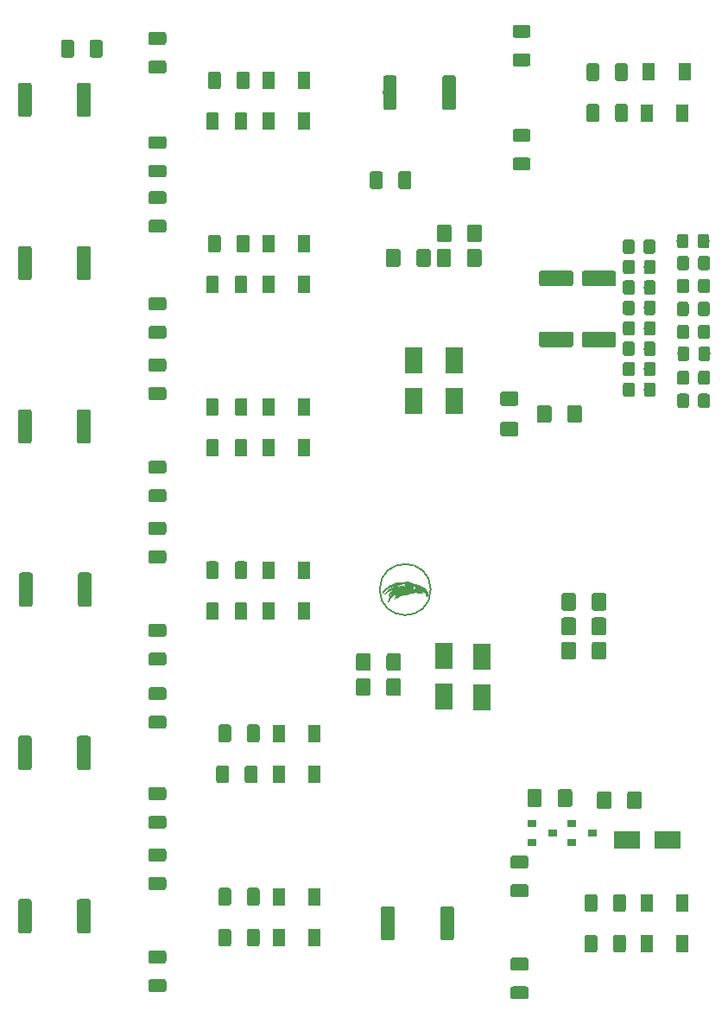
<source format=gbr>
G04 #@! TF.GenerationSoftware,KiCad,Pcbnew,(5.1.0)-1*
G04 #@! TF.CreationDate,2019-06-04T19:04:58+05:30*
G04 #@! TF.ProjectId,BQ76pl455a,42513736-706c-4343-9535-612e6b696361,rev?*
G04 #@! TF.SameCoordinates,Original*
G04 #@! TF.FileFunction,Paste,Bot*
G04 #@! TF.FilePolarity,Positive*
%FSLAX46Y46*%
G04 Gerber Fmt 4.6, Leading zero omitted, Abs format (unit mm)*
G04 Created by KiCad (PCBNEW (5.1.0)-1) date 2019-06-04 19:04:58*
%MOMM*%
%LPD*%
G04 APERTURE LIST*
%ADD10C,0.200000*%
%ADD11C,0.010000*%
%ADD12C,0.100000*%
%ADD13C,1.425000*%
%ADD14C,1.150000*%
%ADD15C,1.525000*%
%ADD16R,1.800000X2.500000*%
%ADD17R,1.300000X1.700000*%
%ADD18C,1.250000*%
%ADD19C,1.350000*%
%ADD20R,2.500000X1.800000*%
%ADD21R,0.900000X0.800000*%
G04 APERTURE END LIST*
D10*
X126320000Y-95220000D02*
G75*
G03X126320000Y-95220000I-2500000J0D01*
G01*
D11*
G36*
X123905089Y-95468025D02*
G01*
X123887285Y-95473110D01*
X123862253Y-95478768D01*
X123835339Y-95483793D01*
X123834729Y-95483893D01*
X123720000Y-95505401D01*
X123615073Y-95530900D01*
X123517476Y-95561126D01*
X123424736Y-95596816D01*
X123364829Y-95623797D01*
X123335735Y-95637798D01*
X123312810Y-95649353D01*
X123292647Y-95660414D01*
X123271839Y-95672932D01*
X123246980Y-95688859D01*
X123218366Y-95707695D01*
X123180318Y-95736311D01*
X123138817Y-95773442D01*
X123096431Y-95816419D01*
X123055723Y-95862573D01*
X123019260Y-95909234D01*
X123004789Y-95929880D01*
X122993602Y-95946884D01*
X122985998Y-95959171D01*
X122983829Y-95963476D01*
X122980961Y-95969740D01*
X122973276Y-95984470D01*
X122962158Y-96005043D01*
X122955907Y-96016406D01*
X122941911Y-96042698D01*
X122934316Y-96059928D01*
X122932663Y-96069725D01*
X122936493Y-96073714D01*
X122939667Y-96074050D01*
X122945634Y-96069686D01*
X122958103Y-96057922D01*
X122975028Y-96040749D01*
X122987821Y-96027228D01*
X123019623Y-95994868D01*
X123053606Y-95963320D01*
X123087420Y-95934543D01*
X123118712Y-95910495D01*
X123145129Y-95893134D01*
X123155279Y-95887801D01*
X123166105Y-95882169D01*
X123183078Y-95872738D01*
X123193379Y-95866839D01*
X123232762Y-95846304D01*
X123281761Y-95824310D01*
X123337533Y-95801856D01*
X123397236Y-95779945D01*
X123458025Y-95759575D01*
X123517059Y-95741748D01*
X123571494Y-95727465D01*
X123615654Y-95718212D01*
X123637391Y-95714295D01*
X123666034Y-95708966D01*
X123696031Y-95703260D01*
X123701379Y-95702228D01*
X123762526Y-95690910D01*
X123814267Y-95682506D01*
X123856954Y-95676836D01*
X123879368Y-95674209D01*
X123908344Y-95670781D01*
X123937835Y-95667268D01*
X123939504Y-95667068D01*
X123964038Y-95664715D01*
X123997582Y-95662305D01*
X124036452Y-95660065D01*
X124076961Y-95658220D01*
X124095079Y-95657567D01*
X124139184Y-95656042D01*
X124172321Y-95654541D01*
X124196218Y-95652760D01*
X124212605Y-95650392D01*
X124223210Y-95647134D01*
X124229761Y-95642681D01*
X124233986Y-95636728D01*
X124235929Y-95632737D01*
X124239898Y-95620157D01*
X124238055Y-95610437D01*
X124229150Y-95603089D01*
X124211934Y-95597625D01*
X124185156Y-95593558D01*
X124147567Y-95590399D01*
X124123844Y-95588982D01*
X124105362Y-95588019D01*
X124091125Y-95586589D01*
X124079313Y-95583403D01*
X124068106Y-95577172D01*
X124055682Y-95566605D01*
X124040221Y-95550415D01*
X124019902Y-95527311D01*
X123993479Y-95496671D01*
X123971762Y-95474776D01*
X123951938Y-95463423D01*
X123930737Y-95461550D01*
X123905089Y-95468025D01*
X123905089Y-95468025D01*
G37*
X123905089Y-95468025D02*
X123887285Y-95473110D01*
X123862253Y-95478768D01*
X123835339Y-95483793D01*
X123834729Y-95483893D01*
X123720000Y-95505401D01*
X123615073Y-95530900D01*
X123517476Y-95561126D01*
X123424736Y-95596816D01*
X123364829Y-95623797D01*
X123335735Y-95637798D01*
X123312810Y-95649353D01*
X123292647Y-95660414D01*
X123271839Y-95672932D01*
X123246980Y-95688859D01*
X123218366Y-95707695D01*
X123180318Y-95736311D01*
X123138817Y-95773442D01*
X123096431Y-95816419D01*
X123055723Y-95862573D01*
X123019260Y-95909234D01*
X123004789Y-95929880D01*
X122993602Y-95946884D01*
X122985998Y-95959171D01*
X122983829Y-95963476D01*
X122980961Y-95969740D01*
X122973276Y-95984470D01*
X122962158Y-96005043D01*
X122955907Y-96016406D01*
X122941911Y-96042698D01*
X122934316Y-96059928D01*
X122932663Y-96069725D01*
X122936493Y-96073714D01*
X122939667Y-96074050D01*
X122945634Y-96069686D01*
X122958103Y-96057922D01*
X122975028Y-96040749D01*
X122987821Y-96027228D01*
X123019623Y-95994868D01*
X123053606Y-95963320D01*
X123087420Y-95934543D01*
X123118712Y-95910495D01*
X123145129Y-95893134D01*
X123155279Y-95887801D01*
X123166105Y-95882169D01*
X123183078Y-95872738D01*
X123193379Y-95866839D01*
X123232762Y-95846304D01*
X123281761Y-95824310D01*
X123337533Y-95801856D01*
X123397236Y-95779945D01*
X123458025Y-95759575D01*
X123517059Y-95741748D01*
X123571494Y-95727465D01*
X123615654Y-95718212D01*
X123637391Y-95714295D01*
X123666034Y-95708966D01*
X123696031Y-95703260D01*
X123701379Y-95702228D01*
X123762526Y-95690910D01*
X123814267Y-95682506D01*
X123856954Y-95676836D01*
X123879368Y-95674209D01*
X123908344Y-95670781D01*
X123937835Y-95667268D01*
X123939504Y-95667068D01*
X123964038Y-95664715D01*
X123997582Y-95662305D01*
X124036452Y-95660065D01*
X124076961Y-95658220D01*
X124095079Y-95657567D01*
X124139184Y-95656042D01*
X124172321Y-95654541D01*
X124196218Y-95652760D01*
X124212605Y-95650392D01*
X124223210Y-95647134D01*
X124229761Y-95642681D01*
X124233986Y-95636728D01*
X124235929Y-95632737D01*
X124239898Y-95620157D01*
X124238055Y-95610437D01*
X124229150Y-95603089D01*
X124211934Y-95597625D01*
X124185156Y-95593558D01*
X124147567Y-95590399D01*
X124123844Y-95588982D01*
X124105362Y-95588019D01*
X124091125Y-95586589D01*
X124079313Y-95583403D01*
X124068106Y-95577172D01*
X124055682Y-95566605D01*
X124040221Y-95550415D01*
X124019902Y-95527311D01*
X123993479Y-95496671D01*
X123971762Y-95474776D01*
X123951938Y-95463423D01*
X123930737Y-95461550D01*
X123905089Y-95468025D01*
G36*
X124232155Y-95041839D02*
G01*
X124205689Y-95045181D01*
X124170303Y-95050859D01*
X124127718Y-95058597D01*
X124079702Y-95068109D01*
X124034615Y-95077414D01*
X123999344Y-95084855D01*
X123971260Y-95091086D01*
X123947730Y-95096761D01*
X123926123Y-95102533D01*
X123903809Y-95109055D01*
X123878156Y-95116980D01*
X123860627Y-95122503D01*
X123816199Y-95136660D01*
X123781589Y-95147987D01*
X123754447Y-95157297D01*
X123732424Y-95165404D01*
X123713171Y-95173118D01*
X123708227Y-95175202D01*
X123687731Y-95183890D01*
X123670352Y-95191187D01*
X123663777Y-95193909D01*
X123631243Y-95207629D01*
X123597040Y-95222769D01*
X123564910Y-95237616D01*
X123538596Y-95250456D01*
X123527252Y-95256431D01*
X123486714Y-95279493D01*
X123443530Y-95305147D01*
X123401006Y-95331348D01*
X123362449Y-95356052D01*
X123331164Y-95377216D01*
X123326305Y-95380674D01*
X123286219Y-95409871D01*
X123253525Y-95434700D01*
X123225044Y-95457830D01*
X123197597Y-95481930D01*
X123168005Y-95509670D01*
X123138906Y-95537988D01*
X123103598Y-95573290D01*
X123072883Y-95605510D01*
X123043646Y-95638108D01*
X123012771Y-95674544D01*
X122982379Y-95711776D01*
X122970903Y-95727017D01*
X122954993Y-95749567D01*
X122935771Y-95777698D01*
X122914356Y-95809679D01*
X122891873Y-95843783D01*
X122869442Y-95878280D01*
X122848185Y-95911442D01*
X122829224Y-95941539D01*
X122813680Y-95966843D01*
X122802676Y-95985626D01*
X122797334Y-95996157D01*
X122797002Y-95997469D01*
X122794040Y-96003947D01*
X122786385Y-96017901D01*
X122778687Y-96031204D01*
X122767647Y-96051025D01*
X122759068Y-96068388D01*
X122756034Y-96075934D01*
X122754924Y-96087257D01*
X122760414Y-96089895D01*
X122770583Y-96084581D01*
X122783511Y-96072049D01*
X122790910Y-96062613D01*
X122819505Y-96023904D01*
X122842662Y-95994908D01*
X122857504Y-95978567D01*
X122866565Y-95968846D01*
X122881721Y-95951827D01*
X122900861Y-95929909D01*
X122921874Y-95905487D01*
X122921906Y-95905451D01*
X122958270Y-95865019D01*
X123000748Y-95821270D01*
X123046181Y-95777228D01*
X123091413Y-95735919D01*
X123133284Y-95700366D01*
X123148680Y-95688207D01*
X123181398Y-95663144D01*
X123205504Y-95644895D01*
X123222397Y-95632457D01*
X123233471Y-95624824D01*
X123240123Y-95620992D01*
X123243514Y-95619961D01*
X123251473Y-95616263D01*
X123264836Y-95607391D01*
X123268914Y-95604371D01*
X123285117Y-95593642D01*
X123309072Y-95579755D01*
X123338534Y-95563815D01*
X123371261Y-95546924D01*
X123405007Y-95530187D01*
X123437529Y-95514708D01*
X123466583Y-95501591D01*
X123489925Y-95491939D01*
X123505311Y-95486857D01*
X123508809Y-95486351D01*
X123521336Y-95482932D01*
X123524395Y-95480796D01*
X123533673Y-95476498D01*
X123552930Y-95470384D01*
X123579678Y-95463065D01*
X123611430Y-95455153D01*
X123645700Y-95447261D01*
X123680000Y-95440000D01*
X123711843Y-95433981D01*
X123720927Y-95432447D01*
X123748289Y-95428847D01*
X123784292Y-95425337D01*
X123824879Y-95422251D01*
X123865996Y-95419926D01*
X123879677Y-95419356D01*
X123981277Y-95415579D01*
X124025419Y-95366827D01*
X124068439Y-95320430D01*
X124107138Y-95281720D01*
X124143670Y-95249333D01*
X124180189Y-95221905D01*
X124218852Y-95198073D01*
X124261811Y-95176474D01*
X124311224Y-95155745D01*
X124369244Y-95134522D01*
X124419427Y-95117552D01*
X124466696Y-95101735D01*
X124503123Y-95089011D01*
X124530024Y-95078790D01*
X124548713Y-95070483D01*
X124560503Y-95063501D01*
X124566708Y-95057255D01*
X124568643Y-95051156D01*
X124568652Y-95050645D01*
X124566610Y-95045366D01*
X124559332Y-95042730D01*
X124545090Y-95042766D01*
X124522160Y-95045500D01*
X124488812Y-95050959D01*
X124482927Y-95051993D01*
X124420922Y-95058520D01*
X124355227Y-95057688D01*
X124292416Y-95049619D01*
X124286077Y-95048319D01*
X124266623Y-95044334D01*
X124252170Y-95041682D01*
X124247977Y-95041109D01*
X124232155Y-95041839D01*
X124232155Y-95041839D01*
G37*
X124232155Y-95041839D02*
X124205689Y-95045181D01*
X124170303Y-95050859D01*
X124127718Y-95058597D01*
X124079702Y-95068109D01*
X124034615Y-95077414D01*
X123999344Y-95084855D01*
X123971260Y-95091086D01*
X123947730Y-95096761D01*
X123926123Y-95102533D01*
X123903809Y-95109055D01*
X123878156Y-95116980D01*
X123860627Y-95122503D01*
X123816199Y-95136660D01*
X123781589Y-95147987D01*
X123754447Y-95157297D01*
X123732424Y-95165404D01*
X123713171Y-95173118D01*
X123708227Y-95175202D01*
X123687731Y-95183890D01*
X123670352Y-95191187D01*
X123663777Y-95193909D01*
X123631243Y-95207629D01*
X123597040Y-95222769D01*
X123564910Y-95237616D01*
X123538596Y-95250456D01*
X123527252Y-95256431D01*
X123486714Y-95279493D01*
X123443530Y-95305147D01*
X123401006Y-95331348D01*
X123362449Y-95356052D01*
X123331164Y-95377216D01*
X123326305Y-95380674D01*
X123286219Y-95409871D01*
X123253525Y-95434700D01*
X123225044Y-95457830D01*
X123197597Y-95481930D01*
X123168005Y-95509670D01*
X123138906Y-95537988D01*
X123103598Y-95573290D01*
X123072883Y-95605510D01*
X123043646Y-95638108D01*
X123012771Y-95674544D01*
X122982379Y-95711776D01*
X122970903Y-95727017D01*
X122954993Y-95749567D01*
X122935771Y-95777698D01*
X122914356Y-95809679D01*
X122891873Y-95843783D01*
X122869442Y-95878280D01*
X122848185Y-95911442D01*
X122829224Y-95941539D01*
X122813680Y-95966843D01*
X122802676Y-95985626D01*
X122797334Y-95996157D01*
X122797002Y-95997469D01*
X122794040Y-96003947D01*
X122786385Y-96017901D01*
X122778687Y-96031204D01*
X122767647Y-96051025D01*
X122759068Y-96068388D01*
X122756034Y-96075934D01*
X122754924Y-96087257D01*
X122760414Y-96089895D01*
X122770583Y-96084581D01*
X122783511Y-96072049D01*
X122790910Y-96062613D01*
X122819505Y-96023904D01*
X122842662Y-95994908D01*
X122857504Y-95978567D01*
X122866565Y-95968846D01*
X122881721Y-95951827D01*
X122900861Y-95929909D01*
X122921874Y-95905487D01*
X122921906Y-95905451D01*
X122958270Y-95865019D01*
X123000748Y-95821270D01*
X123046181Y-95777228D01*
X123091413Y-95735919D01*
X123133284Y-95700366D01*
X123148680Y-95688207D01*
X123181398Y-95663144D01*
X123205504Y-95644895D01*
X123222397Y-95632457D01*
X123233471Y-95624824D01*
X123240123Y-95620992D01*
X123243514Y-95619961D01*
X123251473Y-95616263D01*
X123264836Y-95607391D01*
X123268914Y-95604371D01*
X123285117Y-95593642D01*
X123309072Y-95579755D01*
X123338534Y-95563815D01*
X123371261Y-95546924D01*
X123405007Y-95530187D01*
X123437529Y-95514708D01*
X123466583Y-95501591D01*
X123489925Y-95491939D01*
X123505311Y-95486857D01*
X123508809Y-95486351D01*
X123521336Y-95482932D01*
X123524395Y-95480796D01*
X123533673Y-95476498D01*
X123552930Y-95470384D01*
X123579678Y-95463065D01*
X123611430Y-95455153D01*
X123645700Y-95447261D01*
X123680000Y-95440000D01*
X123711843Y-95433981D01*
X123720927Y-95432447D01*
X123748289Y-95428847D01*
X123784292Y-95425337D01*
X123824879Y-95422251D01*
X123865996Y-95419926D01*
X123879677Y-95419356D01*
X123981277Y-95415579D01*
X124025419Y-95366827D01*
X124068439Y-95320430D01*
X124107138Y-95281720D01*
X124143670Y-95249333D01*
X124180189Y-95221905D01*
X124218852Y-95198073D01*
X124261811Y-95176474D01*
X124311224Y-95155745D01*
X124369244Y-95134522D01*
X124419427Y-95117552D01*
X124466696Y-95101735D01*
X124503123Y-95089011D01*
X124530024Y-95078790D01*
X124548713Y-95070483D01*
X124560503Y-95063501D01*
X124566708Y-95057255D01*
X124568643Y-95051156D01*
X124568652Y-95050645D01*
X124566610Y-95045366D01*
X124559332Y-95042730D01*
X124545090Y-95042766D01*
X124522160Y-95045500D01*
X124488812Y-95050959D01*
X124482927Y-95051993D01*
X124420922Y-95058520D01*
X124355227Y-95057688D01*
X124292416Y-95049619D01*
X124286077Y-95048319D01*
X124266623Y-95044334D01*
X124252170Y-95041682D01*
X124247977Y-95041109D01*
X124232155Y-95041839D01*
G36*
X124094520Y-94735399D02*
G01*
X124078354Y-94740047D01*
X124058468Y-94746208D01*
X124039013Y-94752583D01*
X124024136Y-94757874D01*
X124020825Y-94759210D01*
X124007074Y-94764505D01*
X123987513Y-94771362D01*
X123979550Y-94774010D01*
X123934200Y-94790656D01*
X123881182Y-94813132D01*
X123823272Y-94840036D01*
X123763244Y-94869970D01*
X123703872Y-94901533D01*
X123647932Y-94933326D01*
X123598199Y-94963949D01*
X123582493Y-94974320D01*
X123566016Y-94985111D01*
X123554220Y-94992227D01*
X123550542Y-94993912D01*
X123543796Y-94997417D01*
X123529218Y-95006818D01*
X123509173Y-95020439D01*
X123486026Y-95036604D01*
X123462143Y-95053639D01*
X123439888Y-95069867D01*
X123421626Y-95083615D01*
X123409723Y-95093206D01*
X123407638Y-95095130D01*
X123396107Y-95105493D01*
X123380359Y-95118400D01*
X123377139Y-95120912D01*
X123341236Y-95149670D01*
X123300905Y-95183748D01*
X123257612Y-95221754D01*
X123212822Y-95262294D01*
X123168001Y-95303975D01*
X123124616Y-95345402D01*
X123084132Y-95385182D01*
X123048015Y-95421923D01*
X123017731Y-95454230D01*
X122994746Y-95480710D01*
X122984208Y-95494427D01*
X122970824Y-95513146D01*
X122959698Y-95528248D01*
X122953863Y-95535702D01*
X122947645Y-95545034D01*
X122937986Y-95561827D01*
X122928542Y-95579461D01*
X122917313Y-95604207D01*
X122914274Y-95619248D01*
X122919381Y-95624550D01*
X122932591Y-95620079D01*
X122953858Y-95605799D01*
X122957827Y-95602742D01*
X122974415Y-95589080D01*
X122997043Y-95569467D01*
X123023776Y-95545681D01*
X123052681Y-95519504D01*
X123081820Y-95492713D01*
X123109261Y-95467090D01*
X123133067Y-95444413D01*
X123151305Y-95426462D01*
X123162038Y-95415017D01*
X123162363Y-95414622D01*
X123173022Y-95403946D01*
X123190944Y-95388491D01*
X123214008Y-95369847D01*
X123240096Y-95349602D01*
X123267087Y-95329346D01*
X123292861Y-95310669D01*
X123315299Y-95295159D01*
X123332279Y-95284407D01*
X123341683Y-95280000D01*
X123341979Y-95279971D01*
X123351092Y-95275427D01*
X123360425Y-95266962D01*
X123370945Y-95257491D01*
X123377728Y-95254262D01*
X123385894Y-95250913D01*
X123400456Y-95242342D01*
X123410861Y-95235462D01*
X123426733Y-95225444D01*
X123438017Y-95219994D01*
X123441263Y-95219741D01*
X123447150Y-95218172D01*
X123452373Y-95213140D01*
X123462372Y-95205022D01*
X123467566Y-95203448D01*
X123476637Y-95200650D01*
X123492989Y-95193393D01*
X123509650Y-95185024D01*
X123531897Y-95174067D01*
X123560870Y-95160847D01*
X123591450Y-95147675D01*
X123601725Y-95143447D01*
X123627889Y-95132796D01*
X123650715Y-95123420D01*
X123666867Y-95116694D01*
X123671575Y-95114677D01*
X123684846Y-95109820D01*
X123707215Y-95102637D01*
X123735510Y-95094060D01*
X123766555Y-95085025D01*
X123797176Y-95076465D01*
X123824200Y-95069316D01*
X123833500Y-95067010D01*
X123875904Y-95056829D01*
X123909541Y-95048904D01*
X123937979Y-95042466D01*
X123964787Y-95036748D01*
X123993530Y-95030979D01*
X124027778Y-95024390D01*
X124055750Y-95019102D01*
X124079517Y-95015855D01*
X124107335Y-95013735D01*
X124120063Y-95013340D01*
X124147667Y-95010993D01*
X124172251Y-95005238D01*
X124190952Y-94997106D01*
X124200907Y-94987629D01*
X124201800Y-94983884D01*
X124199465Y-94971898D01*
X124191715Y-94955863D01*
X124177438Y-94933766D01*
X124162786Y-94913373D01*
X124150588Y-94895448D01*
X124142058Y-94878407D01*
X124136131Y-94858795D01*
X124131740Y-94833157D01*
X124128107Y-94800938D01*
X124124452Y-94779901D01*
X124118397Y-94759316D01*
X124111317Y-94742837D01*
X124104581Y-94734118D01*
X124102818Y-94733562D01*
X124094520Y-94735399D01*
X124094520Y-94735399D01*
G37*
X124094520Y-94735399D02*
X124078354Y-94740047D01*
X124058468Y-94746208D01*
X124039013Y-94752583D01*
X124024136Y-94757874D01*
X124020825Y-94759210D01*
X124007074Y-94764505D01*
X123987513Y-94771362D01*
X123979550Y-94774010D01*
X123934200Y-94790656D01*
X123881182Y-94813132D01*
X123823272Y-94840036D01*
X123763244Y-94869970D01*
X123703872Y-94901533D01*
X123647932Y-94933326D01*
X123598199Y-94963949D01*
X123582493Y-94974320D01*
X123566016Y-94985111D01*
X123554220Y-94992227D01*
X123550542Y-94993912D01*
X123543796Y-94997417D01*
X123529218Y-95006818D01*
X123509173Y-95020439D01*
X123486026Y-95036604D01*
X123462143Y-95053639D01*
X123439888Y-95069867D01*
X123421626Y-95083615D01*
X123409723Y-95093206D01*
X123407638Y-95095130D01*
X123396107Y-95105493D01*
X123380359Y-95118400D01*
X123377139Y-95120912D01*
X123341236Y-95149670D01*
X123300905Y-95183748D01*
X123257612Y-95221754D01*
X123212822Y-95262294D01*
X123168001Y-95303975D01*
X123124616Y-95345402D01*
X123084132Y-95385182D01*
X123048015Y-95421923D01*
X123017731Y-95454230D01*
X122994746Y-95480710D01*
X122984208Y-95494427D01*
X122970824Y-95513146D01*
X122959698Y-95528248D01*
X122953863Y-95535702D01*
X122947645Y-95545034D01*
X122937986Y-95561827D01*
X122928542Y-95579461D01*
X122917313Y-95604207D01*
X122914274Y-95619248D01*
X122919381Y-95624550D01*
X122932591Y-95620079D01*
X122953858Y-95605799D01*
X122957827Y-95602742D01*
X122974415Y-95589080D01*
X122997043Y-95569467D01*
X123023776Y-95545681D01*
X123052681Y-95519504D01*
X123081820Y-95492713D01*
X123109261Y-95467090D01*
X123133067Y-95444413D01*
X123151305Y-95426462D01*
X123162038Y-95415017D01*
X123162363Y-95414622D01*
X123173022Y-95403946D01*
X123190944Y-95388491D01*
X123214008Y-95369847D01*
X123240096Y-95349602D01*
X123267087Y-95329346D01*
X123292861Y-95310669D01*
X123315299Y-95295159D01*
X123332279Y-95284407D01*
X123341683Y-95280000D01*
X123341979Y-95279971D01*
X123351092Y-95275427D01*
X123360425Y-95266962D01*
X123370945Y-95257491D01*
X123377728Y-95254262D01*
X123385894Y-95250913D01*
X123400456Y-95242342D01*
X123410861Y-95235462D01*
X123426733Y-95225444D01*
X123438017Y-95219994D01*
X123441263Y-95219741D01*
X123447150Y-95218172D01*
X123452373Y-95213140D01*
X123462372Y-95205022D01*
X123467566Y-95203448D01*
X123476637Y-95200650D01*
X123492989Y-95193393D01*
X123509650Y-95185024D01*
X123531897Y-95174067D01*
X123560870Y-95160847D01*
X123591450Y-95147675D01*
X123601725Y-95143447D01*
X123627889Y-95132796D01*
X123650715Y-95123420D01*
X123666867Y-95116694D01*
X123671575Y-95114677D01*
X123684846Y-95109820D01*
X123707215Y-95102637D01*
X123735510Y-95094060D01*
X123766555Y-95085025D01*
X123797176Y-95076465D01*
X123824200Y-95069316D01*
X123833500Y-95067010D01*
X123875904Y-95056829D01*
X123909541Y-95048904D01*
X123937979Y-95042466D01*
X123964787Y-95036748D01*
X123993530Y-95030979D01*
X124027778Y-95024390D01*
X124055750Y-95019102D01*
X124079517Y-95015855D01*
X124107335Y-95013735D01*
X124120063Y-95013340D01*
X124147667Y-95010993D01*
X124172251Y-95005238D01*
X124190952Y-94997106D01*
X124200907Y-94987629D01*
X124201800Y-94983884D01*
X124199465Y-94971898D01*
X124191715Y-94955863D01*
X124177438Y-94933766D01*
X124162786Y-94913373D01*
X124150588Y-94895448D01*
X124142058Y-94878407D01*
X124136131Y-94858795D01*
X124131740Y-94833157D01*
X124128107Y-94800938D01*
X124124452Y-94779901D01*
X124118397Y-94759316D01*
X124111317Y-94742837D01*
X124104581Y-94734118D01*
X124102818Y-94733562D01*
X124094520Y-94735399D01*
G36*
X123112072Y-95251391D02*
G01*
X123088076Y-95255138D01*
X123063399Y-95258926D01*
X123061975Y-95259142D01*
X123038132Y-95263699D01*
X123006414Y-95271056D01*
X122971045Y-95280149D01*
X122936246Y-95289914D01*
X122918294Y-95295370D01*
X122884524Y-95308217D01*
X122844092Y-95327084D01*
X122800337Y-95350163D01*
X122756598Y-95375644D01*
X122716213Y-95401720D01*
X122697803Y-95414798D01*
X122623026Y-95476381D01*
X122549249Y-95549625D01*
X122477370Y-95633489D01*
X122408283Y-95726935D01*
X122347961Y-95820475D01*
X122332574Y-95846501D01*
X122319474Y-95869691D01*
X122310221Y-95887220D01*
X122306602Y-95895379D01*
X122300903Y-95906093D01*
X122296373Y-95908950D01*
X122290602Y-95913778D01*
X122290450Y-95915177D01*
X122287909Y-95923305D01*
X122281080Y-95940050D01*
X122271153Y-95962571D01*
X122264479Y-95977090D01*
X122250325Y-96007504D01*
X122239404Y-96031202D01*
X122229546Y-96052962D01*
X122218582Y-96077563D01*
X122208251Y-96100926D01*
X122195623Y-96131869D01*
X122182414Y-96168297D01*
X122169201Y-96208138D01*
X122156563Y-96249325D01*
X122145074Y-96289789D01*
X122135314Y-96327460D01*
X122127858Y-96360270D01*
X122123283Y-96386150D01*
X122122167Y-96403031D01*
X122122892Y-96407002D01*
X122129439Y-96416099D01*
X122137274Y-96412588D01*
X122146419Y-96396458D01*
X122147490Y-96393949D01*
X122153652Y-96378153D01*
X122156935Y-96367695D01*
X122157100Y-96366469D01*
X122159508Y-96359059D01*
X122166003Y-96342612D01*
X122175498Y-96319690D01*
X122186904Y-96292852D01*
X122199133Y-96264660D01*
X122211095Y-96237675D01*
X122221701Y-96214456D01*
X122222032Y-96213750D01*
X122230446Y-96196821D01*
X122242157Y-96174602D01*
X122255630Y-96149842D01*
X122269329Y-96125294D01*
X122281719Y-96103706D01*
X122291266Y-96087830D01*
X122296434Y-96080416D01*
X122296452Y-96080400D01*
X122302389Y-96072779D01*
X122306325Y-96066633D01*
X122336787Y-96021398D01*
X122375060Y-95973187D01*
X122418494Y-95924771D01*
X122464437Y-95878927D01*
X122510238Y-95838428D01*
X122553246Y-95806048D01*
X122558976Y-95802267D01*
X122608104Y-95772526D01*
X122654926Y-95748980D01*
X122703382Y-95730049D01*
X122757407Y-95714155D01*
X122807975Y-95702417D01*
X122818752Y-95694311D01*
X122832223Y-95674188D01*
X122842900Y-95653599D01*
X122886938Y-95570958D01*
X122937123Y-95493988D01*
X122995451Y-95419941D01*
X123063918Y-95346070D01*
X123072653Y-95337342D01*
X123103133Y-95306505D01*
X123124454Y-95283250D01*
X123136987Y-95266764D01*
X123141106Y-95256238D01*
X123137182Y-95250858D01*
X123125588Y-95249815D01*
X123112072Y-95251391D01*
X123112072Y-95251391D01*
G37*
X123112072Y-95251391D02*
X123088076Y-95255138D01*
X123063399Y-95258926D01*
X123061975Y-95259142D01*
X123038132Y-95263699D01*
X123006414Y-95271056D01*
X122971045Y-95280149D01*
X122936246Y-95289914D01*
X122918294Y-95295370D01*
X122884524Y-95308217D01*
X122844092Y-95327084D01*
X122800337Y-95350163D01*
X122756598Y-95375644D01*
X122716213Y-95401720D01*
X122697803Y-95414798D01*
X122623026Y-95476381D01*
X122549249Y-95549625D01*
X122477370Y-95633489D01*
X122408283Y-95726935D01*
X122347961Y-95820475D01*
X122332574Y-95846501D01*
X122319474Y-95869691D01*
X122310221Y-95887220D01*
X122306602Y-95895379D01*
X122300903Y-95906093D01*
X122296373Y-95908950D01*
X122290602Y-95913778D01*
X122290450Y-95915177D01*
X122287909Y-95923305D01*
X122281080Y-95940050D01*
X122271153Y-95962571D01*
X122264479Y-95977090D01*
X122250325Y-96007504D01*
X122239404Y-96031202D01*
X122229546Y-96052962D01*
X122218582Y-96077563D01*
X122208251Y-96100926D01*
X122195623Y-96131869D01*
X122182414Y-96168297D01*
X122169201Y-96208138D01*
X122156563Y-96249325D01*
X122145074Y-96289789D01*
X122135314Y-96327460D01*
X122127858Y-96360270D01*
X122123283Y-96386150D01*
X122122167Y-96403031D01*
X122122892Y-96407002D01*
X122129439Y-96416099D01*
X122137274Y-96412588D01*
X122146419Y-96396458D01*
X122147490Y-96393949D01*
X122153652Y-96378153D01*
X122156935Y-96367695D01*
X122157100Y-96366469D01*
X122159508Y-96359059D01*
X122166003Y-96342612D01*
X122175498Y-96319690D01*
X122186904Y-96292852D01*
X122199133Y-96264660D01*
X122211095Y-96237675D01*
X122221701Y-96214456D01*
X122222032Y-96213750D01*
X122230446Y-96196821D01*
X122242157Y-96174602D01*
X122255630Y-96149842D01*
X122269329Y-96125294D01*
X122281719Y-96103706D01*
X122291266Y-96087830D01*
X122296434Y-96080416D01*
X122296452Y-96080400D01*
X122302389Y-96072779D01*
X122306325Y-96066633D01*
X122336787Y-96021398D01*
X122375060Y-95973187D01*
X122418494Y-95924771D01*
X122464437Y-95878927D01*
X122510238Y-95838428D01*
X122553246Y-95806048D01*
X122558976Y-95802267D01*
X122608104Y-95772526D01*
X122654926Y-95748980D01*
X122703382Y-95730049D01*
X122757407Y-95714155D01*
X122807975Y-95702417D01*
X122818752Y-95694311D01*
X122832223Y-95674188D01*
X122842900Y-95653599D01*
X122886938Y-95570958D01*
X122937123Y-95493988D01*
X122995451Y-95419941D01*
X123063918Y-95346070D01*
X123072653Y-95337342D01*
X123103133Y-95306505D01*
X123124454Y-95283250D01*
X123136987Y-95266764D01*
X123141106Y-95256238D01*
X123137182Y-95250858D01*
X123125588Y-95249815D01*
X123112072Y-95251391D01*
G36*
X123603137Y-94840181D02*
G01*
X123575945Y-94843169D01*
X123546123Y-94846403D01*
X123535050Y-94847591D01*
X123513767Y-94850572D01*
X123483224Y-94855764D01*
X123446544Y-94862544D01*
X123406847Y-94870290D01*
X123367254Y-94878380D01*
X123330887Y-94886190D01*
X123300866Y-94893098D01*
X123281050Y-94898263D01*
X123258418Y-94904886D01*
X123231103Y-94912850D01*
X123214375Y-94917713D01*
X123151655Y-94938142D01*
X123082159Y-94964610D01*
X123009301Y-94995574D01*
X122936493Y-95029489D01*
X122867148Y-95064812D01*
X122804679Y-95100000D01*
X122785750Y-95111572D01*
X122699136Y-95169681D01*
X122614791Y-95233761D01*
X122534619Y-95302071D01*
X122460523Y-95372868D01*
X122394406Y-95444410D01*
X122338171Y-95514955D01*
X122325147Y-95533290D01*
X122310577Y-95553778D01*
X122298399Y-95569822D01*
X122290604Y-95578834D01*
X122289263Y-95579856D01*
X122284165Y-95587110D01*
X122284100Y-95588099D01*
X122280892Y-95596229D01*
X122272493Y-95611564D01*
X122261135Y-95630125D01*
X122245864Y-95655535D01*
X122229606Y-95685139D01*
X122213579Y-95716398D01*
X122199002Y-95746775D01*
X122187093Y-95773732D01*
X122179070Y-95794730D01*
X122176150Y-95807186D01*
X122178932Y-95819626D01*
X122187060Y-95820870D01*
X122200210Y-95811086D01*
X122218055Y-95790443D01*
X122224004Y-95782527D01*
X122239818Y-95760954D01*
X122260280Y-95733027D01*
X122282538Y-95702642D01*
X122300327Y-95678352D01*
X122317470Y-95655851D01*
X122338658Y-95629432D01*
X122362446Y-95600745D01*
X122387388Y-95571442D01*
X122412035Y-95543177D01*
X122434943Y-95517599D01*
X122454665Y-95496362D01*
X122469754Y-95481116D01*
X122478764Y-95473514D01*
X122480177Y-95472965D01*
X122486693Y-95468884D01*
X122499287Y-95458263D01*
X122512906Y-95445613D01*
X122534422Y-95426331D01*
X122559785Y-95405643D01*
X122576200Y-95393320D01*
X122594918Y-95379866D01*
X122609843Y-95368978D01*
X122617475Y-95363223D01*
X122641634Y-95345926D01*
X122674907Y-95325361D01*
X122714605Y-95302946D01*
X122758039Y-95280100D01*
X122802519Y-95258241D01*
X122845355Y-95238788D01*
X122881000Y-95224235D01*
X122967781Y-95195651D01*
X123055249Y-95175123D01*
X123140235Y-95163281D01*
X123201675Y-95160478D01*
X123236820Y-95156809D01*
X123266178Y-95144526D01*
X123293750Y-95122247D01*
X123316026Y-95102602D01*
X123347146Y-95078404D01*
X123384841Y-95051250D01*
X123426843Y-95022737D01*
X123470884Y-94994461D01*
X123503300Y-94974720D01*
X123532091Y-94957509D01*
X123558351Y-94941602D01*
X123579392Y-94928640D01*
X123592530Y-94920263D01*
X123593531Y-94919587D01*
X123607189Y-94911425D01*
X123616639Y-94907823D01*
X123616890Y-94907815D01*
X123626398Y-94903939D01*
X123631703Y-94899877D01*
X123644560Y-94890083D01*
X123652794Y-94884949D01*
X123663048Y-94873603D01*
X123667213Y-94861358D01*
X123664936Y-94848395D01*
X123653664Y-94840820D01*
X123632401Y-94838306D01*
X123603137Y-94840181D01*
X123603137Y-94840181D01*
G37*
X123603137Y-94840181D02*
X123575945Y-94843169D01*
X123546123Y-94846403D01*
X123535050Y-94847591D01*
X123513767Y-94850572D01*
X123483224Y-94855764D01*
X123446544Y-94862544D01*
X123406847Y-94870290D01*
X123367254Y-94878380D01*
X123330887Y-94886190D01*
X123300866Y-94893098D01*
X123281050Y-94898263D01*
X123258418Y-94904886D01*
X123231103Y-94912850D01*
X123214375Y-94917713D01*
X123151655Y-94938142D01*
X123082159Y-94964610D01*
X123009301Y-94995574D01*
X122936493Y-95029489D01*
X122867148Y-95064812D01*
X122804679Y-95100000D01*
X122785750Y-95111572D01*
X122699136Y-95169681D01*
X122614791Y-95233761D01*
X122534619Y-95302071D01*
X122460523Y-95372868D01*
X122394406Y-95444410D01*
X122338171Y-95514955D01*
X122325147Y-95533290D01*
X122310577Y-95553778D01*
X122298399Y-95569822D01*
X122290604Y-95578834D01*
X122289263Y-95579856D01*
X122284165Y-95587110D01*
X122284100Y-95588099D01*
X122280892Y-95596229D01*
X122272493Y-95611564D01*
X122261135Y-95630125D01*
X122245864Y-95655535D01*
X122229606Y-95685139D01*
X122213579Y-95716398D01*
X122199002Y-95746775D01*
X122187093Y-95773732D01*
X122179070Y-95794730D01*
X122176150Y-95807186D01*
X122178932Y-95819626D01*
X122187060Y-95820870D01*
X122200210Y-95811086D01*
X122218055Y-95790443D01*
X122224004Y-95782527D01*
X122239818Y-95760954D01*
X122260280Y-95733027D01*
X122282538Y-95702642D01*
X122300327Y-95678352D01*
X122317470Y-95655851D01*
X122338658Y-95629432D01*
X122362446Y-95600745D01*
X122387388Y-95571442D01*
X122412035Y-95543177D01*
X122434943Y-95517599D01*
X122454665Y-95496362D01*
X122469754Y-95481116D01*
X122478764Y-95473514D01*
X122480177Y-95472965D01*
X122486693Y-95468884D01*
X122499287Y-95458263D01*
X122512906Y-95445613D01*
X122534422Y-95426331D01*
X122559785Y-95405643D01*
X122576200Y-95393320D01*
X122594918Y-95379866D01*
X122609843Y-95368978D01*
X122617475Y-95363223D01*
X122641634Y-95345926D01*
X122674907Y-95325361D01*
X122714605Y-95302946D01*
X122758039Y-95280100D01*
X122802519Y-95258241D01*
X122845355Y-95238788D01*
X122881000Y-95224235D01*
X122967781Y-95195651D01*
X123055249Y-95175123D01*
X123140235Y-95163281D01*
X123201675Y-95160478D01*
X123236820Y-95156809D01*
X123266178Y-95144526D01*
X123293750Y-95122247D01*
X123316026Y-95102602D01*
X123347146Y-95078404D01*
X123384841Y-95051250D01*
X123426843Y-95022737D01*
X123470884Y-94994461D01*
X123503300Y-94974720D01*
X123532091Y-94957509D01*
X123558351Y-94941602D01*
X123579392Y-94928640D01*
X123592530Y-94920263D01*
X123593531Y-94919587D01*
X123607189Y-94911425D01*
X123616639Y-94907823D01*
X123616890Y-94907815D01*
X123626398Y-94903939D01*
X123631703Y-94899877D01*
X123644560Y-94890083D01*
X123652794Y-94884949D01*
X123663048Y-94873603D01*
X123667213Y-94861358D01*
X123664936Y-94848395D01*
X123653664Y-94840820D01*
X123632401Y-94838306D01*
X123603137Y-94840181D01*
G36*
X122875414Y-94921069D02*
G01*
X122835183Y-94923971D01*
X122833714Y-94924096D01*
X122781758Y-94928886D01*
X122739107Y-94933792D01*
X122702373Y-94939440D01*
X122668171Y-94946456D01*
X122633115Y-94955467D01*
X122593819Y-94967100D01*
X122582903Y-94970502D01*
X122498156Y-95001890D01*
X122412326Y-95042631D01*
X122329656Y-95090551D01*
X122272381Y-95129816D01*
X122252764Y-95144803D01*
X122228194Y-95164296D01*
X122200772Y-95186544D01*
X122172600Y-95209799D01*
X122145778Y-95232310D01*
X122122407Y-95252327D01*
X122104589Y-95268101D01*
X122094423Y-95277883D01*
X122093953Y-95278411D01*
X122086357Y-95287055D01*
X122072155Y-95303087D01*
X122053199Y-95324422D01*
X122031341Y-95348974D01*
X122025068Y-95356012D01*
X121999057Y-95385906D01*
X121972133Y-95418065D01*
X121947477Y-95448623D01*
X121928290Y-95473683D01*
X121907288Y-95502352D01*
X121882820Y-95535744D01*
X121858929Y-95568340D01*
X121849538Y-95581151D01*
X121826885Y-95613806D01*
X121813213Y-95637792D01*
X121808433Y-95653327D01*
X121812455Y-95660633D01*
X121816622Y-95661300D01*
X121826586Y-95656920D01*
X121837808Y-95647012D01*
X121849906Y-95632103D01*
X121863273Y-95613769D01*
X121865500Y-95610500D01*
X121894454Y-95571654D01*
X121931102Y-95528961D01*
X121972465Y-95485454D01*
X122015562Y-95444165D01*
X122057414Y-95408129D01*
X122084428Y-95387615D01*
X122119720Y-95362782D01*
X122147413Y-95343696D01*
X122170188Y-95328644D01*
X122190728Y-95315916D01*
X122211713Y-95303801D01*
X122235826Y-95290587D01*
X122240003Y-95288337D01*
X122267526Y-95274464D01*
X122300791Y-95259109D01*
X122336922Y-95243452D01*
X122373045Y-95228670D01*
X122406282Y-95215942D01*
X122433758Y-95206444D01*
X122452167Y-95201437D01*
X122514159Y-95188500D01*
X122567062Y-95174782D01*
X122614475Y-95159011D01*
X122660000Y-95139915D01*
X122707238Y-95116221D01*
X122732128Y-95102531D01*
X122754644Y-95089889D01*
X122775342Y-95078313D01*
X122788211Y-95071158D01*
X122798238Y-95065570D01*
X122807503Y-95060201D01*
X122818316Y-95053616D01*
X122832991Y-95044383D01*
X122853840Y-95031068D01*
X122881398Y-95013378D01*
X122907371Y-94997011D01*
X122932163Y-94981938D01*
X122952032Y-94970412D01*
X122959186Y-94966562D01*
X122977500Y-94954520D01*
X122983199Y-94943652D01*
X122976334Y-94934176D01*
X122956955Y-94926311D01*
X122949601Y-94924496D01*
X122929803Y-94921322D01*
X122906013Y-94920183D01*
X122875414Y-94921069D01*
X122875414Y-94921069D01*
G37*
X122875414Y-94921069D02*
X122835183Y-94923971D01*
X122833714Y-94924096D01*
X122781758Y-94928886D01*
X122739107Y-94933792D01*
X122702373Y-94939440D01*
X122668171Y-94946456D01*
X122633115Y-94955467D01*
X122593819Y-94967100D01*
X122582903Y-94970502D01*
X122498156Y-95001890D01*
X122412326Y-95042631D01*
X122329656Y-95090551D01*
X122272381Y-95129816D01*
X122252764Y-95144803D01*
X122228194Y-95164296D01*
X122200772Y-95186544D01*
X122172600Y-95209799D01*
X122145778Y-95232310D01*
X122122407Y-95252327D01*
X122104589Y-95268101D01*
X122094423Y-95277883D01*
X122093953Y-95278411D01*
X122086357Y-95287055D01*
X122072155Y-95303087D01*
X122053199Y-95324422D01*
X122031341Y-95348974D01*
X122025068Y-95356012D01*
X121999057Y-95385906D01*
X121972133Y-95418065D01*
X121947477Y-95448623D01*
X121928290Y-95473683D01*
X121907288Y-95502352D01*
X121882820Y-95535744D01*
X121858929Y-95568340D01*
X121849538Y-95581151D01*
X121826885Y-95613806D01*
X121813213Y-95637792D01*
X121808433Y-95653327D01*
X121812455Y-95660633D01*
X121816622Y-95661300D01*
X121826586Y-95656920D01*
X121837808Y-95647012D01*
X121849906Y-95632103D01*
X121863273Y-95613769D01*
X121865500Y-95610500D01*
X121894454Y-95571654D01*
X121931102Y-95528961D01*
X121972465Y-95485454D01*
X122015562Y-95444165D01*
X122057414Y-95408129D01*
X122084428Y-95387615D01*
X122119720Y-95362782D01*
X122147413Y-95343696D01*
X122170188Y-95328644D01*
X122190728Y-95315916D01*
X122211713Y-95303801D01*
X122235826Y-95290587D01*
X122240003Y-95288337D01*
X122267526Y-95274464D01*
X122300791Y-95259109D01*
X122336922Y-95243452D01*
X122373045Y-95228670D01*
X122406282Y-95215942D01*
X122433758Y-95206444D01*
X122452167Y-95201437D01*
X122514159Y-95188500D01*
X122567062Y-95174782D01*
X122614475Y-95159011D01*
X122660000Y-95139915D01*
X122707238Y-95116221D01*
X122732128Y-95102531D01*
X122754644Y-95089889D01*
X122775342Y-95078313D01*
X122788211Y-95071158D01*
X122798238Y-95065570D01*
X122807503Y-95060201D01*
X122818316Y-95053616D01*
X122832991Y-95044383D01*
X122853840Y-95031068D01*
X122881398Y-95013378D01*
X122907371Y-94997011D01*
X122932163Y-94981938D01*
X122952032Y-94970412D01*
X122959186Y-94966562D01*
X122977500Y-94954520D01*
X122983199Y-94943652D01*
X122976334Y-94934176D01*
X122956955Y-94926311D01*
X122949601Y-94924496D01*
X122929803Y-94921322D01*
X122906013Y-94920183D01*
X122875414Y-94921069D01*
G36*
X123306570Y-94488096D02*
G01*
X123292163Y-94488541D01*
X123256820Y-94489862D01*
X123224626Y-94491395D01*
X123198359Y-94492981D01*
X123180792Y-94494467D01*
X123176541Y-94495047D01*
X123154921Y-94498560D01*
X123126665Y-94502677D01*
X123097751Y-94506554D01*
X123078901Y-94508833D01*
X123065801Y-94511118D01*
X123043819Y-94515787D01*
X123016376Y-94522089D01*
X122995300Y-94527182D01*
X122955633Y-94536987D01*
X122926304Y-94544301D01*
X122905320Y-94549663D01*
X122890685Y-94553610D01*
X122880406Y-94556680D01*
X122872487Y-94559409D01*
X122865125Y-94562259D01*
X122852361Y-94566790D01*
X122832298Y-94573346D01*
X122814325Y-94578954D01*
X122750228Y-94600452D01*
X122679149Y-94627684D01*
X122604586Y-94659205D01*
X122530035Y-94693569D01*
X122493650Y-94711470D01*
X122423709Y-94747330D01*
X122363217Y-94779901D01*
X122309831Y-94810608D01*
X122261208Y-94840873D01*
X122215002Y-94872119D01*
X122168870Y-94905770D01*
X122150283Y-94919937D01*
X122133526Y-94932453D01*
X122121001Y-94941078D01*
X122115971Y-94943750D01*
X122109720Y-94947475D01*
X122095613Y-94957598D01*
X122075678Y-94972543D01*
X122051943Y-94990731D01*
X122026435Y-95010585D01*
X122001182Y-95030526D01*
X121978211Y-95048978D01*
X121959550Y-95064363D01*
X121947550Y-95074801D01*
X121929074Y-95091744D01*
X121910561Y-95108524D01*
X121906275Y-95112369D01*
X121867679Y-95148074D01*
X121823350Y-95191096D01*
X121775686Y-95238994D01*
X121727082Y-95289326D01*
X121679933Y-95339652D01*
X121639547Y-95384243D01*
X121625222Y-95401151D01*
X121608087Y-95422467D01*
X121591087Y-95444410D01*
X121577167Y-95463197D01*
X121570624Y-95472774D01*
X121561788Y-95488625D01*
X121561042Y-95495046D01*
X121568143Y-95492186D01*
X121582846Y-95480195D01*
X121604905Y-95459225D01*
X121623700Y-95440203D01*
X121645783Y-95417996D01*
X121672343Y-95392154D01*
X121701840Y-95364087D01*
X121732732Y-95335203D01*
X121763479Y-95306910D01*
X121792540Y-95280616D01*
X121818374Y-95257730D01*
X121839439Y-95239660D01*
X121854195Y-95227815D01*
X121860582Y-95223707D01*
X121871533Y-95216715D01*
X121874525Y-95213706D01*
X121885645Y-95203303D01*
X121905350Y-95187367D01*
X121931618Y-95167346D01*
X121962427Y-95144688D01*
X121995753Y-95120843D01*
X122029574Y-95097257D01*
X122061867Y-95075380D01*
X122090610Y-95056660D01*
X122112650Y-95043197D01*
X122148496Y-95023089D01*
X122188147Y-95001951D01*
X122228751Y-94981206D01*
X122267459Y-94962273D01*
X122301416Y-94946573D01*
X122327773Y-94935527D01*
X122331725Y-94934057D01*
X122350835Y-94926605D01*
X122365089Y-94920037D01*
X122369508Y-94917300D01*
X122380412Y-94912892D01*
X122388733Y-94912000D01*
X122404627Y-94908425D01*
X122414450Y-94903399D01*
X122430997Y-94895146D01*
X122442850Y-94891525D01*
X122456635Y-94888284D01*
X122478263Y-94882771D01*
X122503340Y-94876110D01*
X122506350Y-94875293D01*
X122588623Y-94857653D01*
X122681477Y-94846640D01*
X122785039Y-94842241D01*
X122803305Y-94842149D01*
X122912750Y-94842150D01*
X122936860Y-94818337D01*
X122954149Y-94801893D01*
X122976348Y-94781626D01*
X122998666Y-94761909D01*
X122998772Y-94761818D01*
X123020580Y-94742898D01*
X123041935Y-94724285D01*
X123058340Y-94709899D01*
X123058800Y-94709493D01*
X123072978Y-94698009D01*
X123094560Y-94681707D01*
X123120402Y-94662841D01*
X123147359Y-94643665D01*
X123172288Y-94626436D01*
X123192046Y-94613407D01*
X123197177Y-94610245D01*
X123208709Y-94603109D01*
X123225954Y-94592176D01*
X123236020Y-94585717D01*
X123255645Y-94574023D01*
X123281606Y-94559815D01*
X123308717Y-94545919D01*
X123312220Y-94544203D01*
X123344291Y-94528255D01*
X123366364Y-94516319D01*
X123380080Y-94507321D01*
X123387078Y-94500188D01*
X123389000Y-94493977D01*
X123386806Y-94490681D01*
X123379121Y-94488538D01*
X123364289Y-94487455D01*
X123340657Y-94487338D01*
X123306570Y-94488096D01*
X123306570Y-94488096D01*
G37*
X123306570Y-94488096D02*
X123292163Y-94488541D01*
X123256820Y-94489862D01*
X123224626Y-94491395D01*
X123198359Y-94492981D01*
X123180792Y-94494467D01*
X123176541Y-94495047D01*
X123154921Y-94498560D01*
X123126665Y-94502677D01*
X123097751Y-94506554D01*
X123078901Y-94508833D01*
X123065801Y-94511118D01*
X123043819Y-94515787D01*
X123016376Y-94522089D01*
X122995300Y-94527182D01*
X122955633Y-94536987D01*
X122926304Y-94544301D01*
X122905320Y-94549663D01*
X122890685Y-94553610D01*
X122880406Y-94556680D01*
X122872487Y-94559409D01*
X122865125Y-94562259D01*
X122852361Y-94566790D01*
X122832298Y-94573346D01*
X122814325Y-94578954D01*
X122750228Y-94600452D01*
X122679149Y-94627684D01*
X122604586Y-94659205D01*
X122530035Y-94693569D01*
X122493650Y-94711470D01*
X122423709Y-94747330D01*
X122363217Y-94779901D01*
X122309831Y-94810608D01*
X122261208Y-94840873D01*
X122215002Y-94872119D01*
X122168870Y-94905770D01*
X122150283Y-94919937D01*
X122133526Y-94932453D01*
X122121001Y-94941078D01*
X122115971Y-94943750D01*
X122109720Y-94947475D01*
X122095613Y-94957598D01*
X122075678Y-94972543D01*
X122051943Y-94990731D01*
X122026435Y-95010585D01*
X122001182Y-95030526D01*
X121978211Y-95048978D01*
X121959550Y-95064363D01*
X121947550Y-95074801D01*
X121929074Y-95091744D01*
X121910561Y-95108524D01*
X121906275Y-95112369D01*
X121867679Y-95148074D01*
X121823350Y-95191096D01*
X121775686Y-95238994D01*
X121727082Y-95289326D01*
X121679933Y-95339652D01*
X121639547Y-95384243D01*
X121625222Y-95401151D01*
X121608087Y-95422467D01*
X121591087Y-95444410D01*
X121577167Y-95463197D01*
X121570624Y-95472774D01*
X121561788Y-95488625D01*
X121561042Y-95495046D01*
X121568143Y-95492186D01*
X121582846Y-95480195D01*
X121604905Y-95459225D01*
X121623700Y-95440203D01*
X121645783Y-95417996D01*
X121672343Y-95392154D01*
X121701840Y-95364087D01*
X121732732Y-95335203D01*
X121763479Y-95306910D01*
X121792540Y-95280616D01*
X121818374Y-95257730D01*
X121839439Y-95239660D01*
X121854195Y-95227815D01*
X121860582Y-95223707D01*
X121871533Y-95216715D01*
X121874525Y-95213706D01*
X121885645Y-95203303D01*
X121905350Y-95187367D01*
X121931618Y-95167346D01*
X121962427Y-95144688D01*
X121995753Y-95120843D01*
X122029574Y-95097257D01*
X122061867Y-95075380D01*
X122090610Y-95056660D01*
X122112650Y-95043197D01*
X122148496Y-95023089D01*
X122188147Y-95001951D01*
X122228751Y-94981206D01*
X122267459Y-94962273D01*
X122301416Y-94946573D01*
X122327773Y-94935527D01*
X122331725Y-94934057D01*
X122350835Y-94926605D01*
X122365089Y-94920037D01*
X122369508Y-94917300D01*
X122380412Y-94912892D01*
X122388733Y-94912000D01*
X122404627Y-94908425D01*
X122414450Y-94903399D01*
X122430997Y-94895146D01*
X122442850Y-94891525D01*
X122456635Y-94888284D01*
X122478263Y-94882771D01*
X122503340Y-94876110D01*
X122506350Y-94875293D01*
X122588623Y-94857653D01*
X122681477Y-94846640D01*
X122785039Y-94842241D01*
X122803305Y-94842149D01*
X122912750Y-94842150D01*
X122936860Y-94818337D01*
X122954149Y-94801893D01*
X122976348Y-94781626D01*
X122998666Y-94761909D01*
X122998772Y-94761818D01*
X123020580Y-94742898D01*
X123041935Y-94724285D01*
X123058340Y-94709899D01*
X123058800Y-94709493D01*
X123072978Y-94698009D01*
X123094560Y-94681707D01*
X123120402Y-94662841D01*
X123147359Y-94643665D01*
X123172288Y-94626436D01*
X123192046Y-94613407D01*
X123197177Y-94610245D01*
X123208709Y-94603109D01*
X123225954Y-94592176D01*
X123236020Y-94585717D01*
X123255645Y-94574023D01*
X123281606Y-94559815D01*
X123308717Y-94545919D01*
X123312220Y-94544203D01*
X123344291Y-94528255D01*
X123366364Y-94516319D01*
X123380080Y-94507321D01*
X123387078Y-94500188D01*
X123389000Y-94493977D01*
X123386806Y-94490681D01*
X123379121Y-94488538D01*
X123364289Y-94487455D01*
X123340657Y-94487338D01*
X123306570Y-94488096D01*
G36*
X123844982Y-94464722D02*
G01*
X123719608Y-94477683D01*
X123593670Y-94503258D01*
X123517484Y-94524789D01*
X123494853Y-94532198D01*
X123476833Y-94538719D01*
X123467040Y-94543034D01*
X123466684Y-94543271D01*
X123457412Y-94547913D01*
X123440619Y-94554778D01*
X123428584Y-94559258D01*
X123393371Y-94573063D01*
X123355322Y-94589882D01*
X123318826Y-94607643D01*
X123288275Y-94624269D01*
X123278910Y-94630003D01*
X123262524Y-94640218D01*
X123250900Y-94646906D01*
X123247609Y-94648368D01*
X123240535Y-94651918D01*
X123226017Y-94660789D01*
X123207015Y-94673021D01*
X123186490Y-94686652D01*
X123167402Y-94699721D01*
X123152712Y-94710268D01*
X123146009Y-94715672D01*
X123136718Y-94723768D01*
X123120480Y-94737151D01*
X123100366Y-94753301D01*
X123094493Y-94757947D01*
X123066774Y-94781023D01*
X123042646Y-94803413D01*
X123023705Y-94823418D01*
X123011546Y-94839341D01*
X123007763Y-94849484D01*
X123007912Y-94850131D01*
X123013034Y-94857470D01*
X123022325Y-94857455D01*
X123037526Y-94849581D01*
X123056892Y-94835962D01*
X123077552Y-94821370D01*
X123096954Y-94809034D01*
X123108975Y-94802560D01*
X123121561Y-94795625D01*
X123126956Y-94789946D01*
X123126959Y-94789852D01*
X123132351Y-94785175D01*
X123146930Y-94776473D01*
X123168309Y-94764938D01*
X123194097Y-94751762D01*
X123221903Y-94738139D01*
X123249338Y-94725260D01*
X123274013Y-94714318D01*
X123293536Y-94706505D01*
X123295234Y-94705899D01*
X123315997Y-94698550D01*
X123333483Y-94692256D01*
X123339684Y-94689967D01*
X123354966Y-94684904D01*
X123379964Y-94677425D01*
X123412095Y-94668282D01*
X123448775Y-94658225D01*
X123450809Y-94657677D01*
X123495912Y-94648308D01*
X123550000Y-94641499D01*
X123609598Y-94637367D01*
X123671229Y-94636032D01*
X123731416Y-94637613D01*
X123786682Y-94642228D01*
X123809584Y-94645418D01*
X123833756Y-94649259D01*
X123854306Y-94652428D01*
X123866730Y-94654230D01*
X123879341Y-94653220D01*
X123899166Y-94648925D01*
X123917530Y-94643630D01*
X123942567Y-94635971D01*
X123973782Y-94626963D01*
X124005042Y-94618369D01*
X124009609Y-94617158D01*
X124035134Y-94610264D01*
X124056601Y-94604160D01*
X124070538Y-94599846D01*
X124073109Y-94598895D01*
X124083239Y-94596585D01*
X124102788Y-94593637D01*
X124128519Y-94590505D01*
X124146134Y-94588672D01*
X124224498Y-94585604D01*
X124299178Y-94591705D01*
X124368228Y-94606681D01*
X124429705Y-94630238D01*
X124433165Y-94631946D01*
X124450352Y-94639914D01*
X124463102Y-94644690D01*
X124466221Y-94645300D01*
X124474987Y-94648617D01*
X124489553Y-94656968D01*
X124496136Y-94661274D01*
X124516645Y-94670967D01*
X124534978Y-94672405D01*
X124548481Y-94666299D01*
X124554503Y-94653357D01*
X124554114Y-94645769D01*
X124547250Y-94637482D01*
X124530038Y-94625941D01*
X124504188Y-94611874D01*
X124471411Y-94596011D01*
X124433417Y-94579083D01*
X124391917Y-94561817D01*
X124348621Y-94544944D01*
X124305239Y-94529192D01*
X124263483Y-94515292D01*
X124225063Y-94503973D01*
X124215984Y-94501582D01*
X124093344Y-94476665D01*
X123969619Y-94464381D01*
X123844982Y-94464722D01*
X123844982Y-94464722D01*
G37*
X123844982Y-94464722D02*
X123719608Y-94477683D01*
X123593670Y-94503258D01*
X123517484Y-94524789D01*
X123494853Y-94532198D01*
X123476833Y-94538719D01*
X123467040Y-94543034D01*
X123466684Y-94543271D01*
X123457412Y-94547913D01*
X123440619Y-94554778D01*
X123428584Y-94559258D01*
X123393371Y-94573063D01*
X123355322Y-94589882D01*
X123318826Y-94607643D01*
X123288275Y-94624269D01*
X123278910Y-94630003D01*
X123262524Y-94640218D01*
X123250900Y-94646906D01*
X123247609Y-94648368D01*
X123240535Y-94651918D01*
X123226017Y-94660789D01*
X123207015Y-94673021D01*
X123186490Y-94686652D01*
X123167402Y-94699721D01*
X123152712Y-94710268D01*
X123146009Y-94715672D01*
X123136718Y-94723768D01*
X123120480Y-94737151D01*
X123100366Y-94753301D01*
X123094493Y-94757947D01*
X123066774Y-94781023D01*
X123042646Y-94803413D01*
X123023705Y-94823418D01*
X123011546Y-94839341D01*
X123007763Y-94849484D01*
X123007912Y-94850131D01*
X123013034Y-94857470D01*
X123022325Y-94857455D01*
X123037526Y-94849581D01*
X123056892Y-94835962D01*
X123077552Y-94821370D01*
X123096954Y-94809034D01*
X123108975Y-94802560D01*
X123121561Y-94795625D01*
X123126956Y-94789946D01*
X123126959Y-94789852D01*
X123132351Y-94785175D01*
X123146930Y-94776473D01*
X123168309Y-94764938D01*
X123194097Y-94751762D01*
X123221903Y-94738139D01*
X123249338Y-94725260D01*
X123274013Y-94714318D01*
X123293536Y-94706505D01*
X123295234Y-94705899D01*
X123315997Y-94698550D01*
X123333483Y-94692256D01*
X123339684Y-94689967D01*
X123354966Y-94684904D01*
X123379964Y-94677425D01*
X123412095Y-94668282D01*
X123448775Y-94658225D01*
X123450809Y-94657677D01*
X123495912Y-94648308D01*
X123550000Y-94641499D01*
X123609598Y-94637367D01*
X123671229Y-94636032D01*
X123731416Y-94637613D01*
X123786682Y-94642228D01*
X123809584Y-94645418D01*
X123833756Y-94649259D01*
X123854306Y-94652428D01*
X123866730Y-94654230D01*
X123879341Y-94653220D01*
X123899166Y-94648925D01*
X123917530Y-94643630D01*
X123942567Y-94635971D01*
X123973782Y-94626963D01*
X124005042Y-94618369D01*
X124009609Y-94617158D01*
X124035134Y-94610264D01*
X124056601Y-94604160D01*
X124070538Y-94599846D01*
X124073109Y-94598895D01*
X124083239Y-94596585D01*
X124102788Y-94593637D01*
X124128519Y-94590505D01*
X124146134Y-94588672D01*
X124224498Y-94585604D01*
X124299178Y-94591705D01*
X124368228Y-94606681D01*
X124429705Y-94630238D01*
X124433165Y-94631946D01*
X124450352Y-94639914D01*
X124463102Y-94644690D01*
X124466221Y-94645300D01*
X124474987Y-94648617D01*
X124489553Y-94656968D01*
X124496136Y-94661274D01*
X124516645Y-94670967D01*
X124534978Y-94672405D01*
X124548481Y-94666299D01*
X124554503Y-94653357D01*
X124554114Y-94645769D01*
X124547250Y-94637482D01*
X124530038Y-94625941D01*
X124504188Y-94611874D01*
X124471411Y-94596011D01*
X124433417Y-94579083D01*
X124391917Y-94561817D01*
X124348621Y-94544944D01*
X124305239Y-94529192D01*
X124263483Y-94515292D01*
X124225063Y-94503973D01*
X124215984Y-94501582D01*
X124093344Y-94476665D01*
X123969619Y-94464381D01*
X123844982Y-94464722D01*
G36*
X124199709Y-94648915D02*
G01*
X124142397Y-94652349D01*
X124085395Y-94657866D01*
X124031875Y-94665278D01*
X123985840Y-94674201D01*
X123963279Y-94679329D01*
X123944298Y-94683478D01*
X123935040Y-94685359D01*
X123921532Y-94688564D01*
X123902136Y-94693959D01*
X123894106Y-94696360D01*
X123875659Y-94701661D01*
X123862017Y-94704970D01*
X123858741Y-94705469D01*
X123849235Y-94708022D01*
X123832884Y-94714075D01*
X123823816Y-94717808D01*
X123785099Y-94734862D01*
X123758418Y-94747955D01*
X123743748Y-94757100D01*
X123741064Y-94762312D01*
X123741486Y-94762638D01*
X123752283Y-94763719D01*
X123754494Y-94762720D01*
X123763525Y-94759118D01*
X123781064Y-94753470D01*
X123803345Y-94746989D01*
X123803735Y-94746881D01*
X123874412Y-94729332D01*
X123941272Y-94717369D01*
X124007310Y-94710843D01*
X124075522Y-94709604D01*
X124148902Y-94713503D01*
X124230446Y-94722390D01*
X124247878Y-94724736D01*
X124266420Y-94728111D01*
X124293435Y-94734012D01*
X124325173Y-94741522D01*
X124357885Y-94749719D01*
X124387821Y-94757687D01*
X124411230Y-94764504D01*
X124414806Y-94765652D01*
X124439538Y-94774606D01*
X124470000Y-94786887D01*
X124503658Y-94801333D01*
X124537981Y-94816779D01*
X124570434Y-94832062D01*
X124598485Y-94846019D01*
X124619602Y-94857486D01*
X124630706Y-94864819D01*
X124646924Y-94874161D01*
X124664154Y-94877756D01*
X124677472Y-94874813D01*
X124679820Y-94872720D01*
X124682519Y-94860804D01*
X124679255Y-94842407D01*
X124671121Y-94821609D01*
X124661991Y-94806193D01*
X124646806Y-94786295D01*
X124631863Y-94769090D01*
X124619607Y-94757212D01*
X124612844Y-94753250D01*
X124604181Y-94748890D01*
X124599066Y-94743856D01*
X124588174Y-94734488D01*
X124572358Y-94724541D01*
X124571301Y-94723979D01*
X124537993Y-94706779D01*
X124514240Y-94695225D01*
X124498586Y-94688631D01*
X124491849Y-94686637D01*
X124479751Y-94683439D01*
X124461339Y-94677820D01*
X124452906Y-94675083D01*
X124428028Y-94668110D01*
X124400530Y-94662164D01*
X124392581Y-94660829D01*
X124369540Y-94657317D01*
X124348439Y-94654051D01*
X124341781Y-94653002D01*
X124302573Y-94649052D01*
X124254158Y-94647753D01*
X124199709Y-94648915D01*
X124199709Y-94648915D01*
G37*
X124199709Y-94648915D02*
X124142397Y-94652349D01*
X124085395Y-94657866D01*
X124031875Y-94665278D01*
X123985840Y-94674201D01*
X123963279Y-94679329D01*
X123944298Y-94683478D01*
X123935040Y-94685359D01*
X123921532Y-94688564D01*
X123902136Y-94693959D01*
X123894106Y-94696360D01*
X123875659Y-94701661D01*
X123862017Y-94704970D01*
X123858741Y-94705469D01*
X123849235Y-94708022D01*
X123832884Y-94714075D01*
X123823816Y-94717808D01*
X123785099Y-94734862D01*
X123758418Y-94747955D01*
X123743748Y-94757100D01*
X123741064Y-94762312D01*
X123741486Y-94762638D01*
X123752283Y-94763719D01*
X123754494Y-94762720D01*
X123763525Y-94759118D01*
X123781064Y-94753470D01*
X123803345Y-94746989D01*
X123803735Y-94746881D01*
X123874412Y-94729332D01*
X123941272Y-94717369D01*
X124007310Y-94710843D01*
X124075522Y-94709604D01*
X124148902Y-94713503D01*
X124230446Y-94722390D01*
X124247878Y-94724736D01*
X124266420Y-94728111D01*
X124293435Y-94734012D01*
X124325173Y-94741522D01*
X124357885Y-94749719D01*
X124387821Y-94757687D01*
X124411230Y-94764504D01*
X124414806Y-94765652D01*
X124439538Y-94774606D01*
X124470000Y-94786887D01*
X124503658Y-94801333D01*
X124537981Y-94816779D01*
X124570434Y-94832062D01*
X124598485Y-94846019D01*
X124619602Y-94857486D01*
X124630706Y-94864819D01*
X124646924Y-94874161D01*
X124664154Y-94877756D01*
X124677472Y-94874813D01*
X124679820Y-94872720D01*
X124682519Y-94860804D01*
X124679255Y-94842407D01*
X124671121Y-94821609D01*
X124661991Y-94806193D01*
X124646806Y-94786295D01*
X124631863Y-94769090D01*
X124619607Y-94757212D01*
X124612844Y-94753250D01*
X124604181Y-94748890D01*
X124599066Y-94743856D01*
X124588174Y-94734488D01*
X124572358Y-94724541D01*
X124571301Y-94723979D01*
X124537993Y-94706779D01*
X124514240Y-94695225D01*
X124498586Y-94688631D01*
X124491849Y-94686637D01*
X124479751Y-94683439D01*
X124461339Y-94677820D01*
X124452906Y-94675083D01*
X124428028Y-94668110D01*
X124400530Y-94662164D01*
X124392581Y-94660829D01*
X124369540Y-94657317D01*
X124348439Y-94654051D01*
X124341781Y-94653002D01*
X124302573Y-94649052D01*
X124254158Y-94647753D01*
X124199709Y-94648915D01*
G36*
X124199114Y-94742401D02*
G01*
X124191318Y-94744907D01*
X124184689Y-94754578D01*
X124177248Y-94771201D01*
X124174887Y-94777843D01*
X124169719Y-94812849D01*
X124175443Y-94850175D01*
X124190966Y-94887952D01*
X124215191Y-94924310D01*
X124247024Y-94957379D01*
X124285368Y-94985287D01*
X124301623Y-94994254D01*
X124320889Y-95000518D01*
X124348159Y-95005186D01*
X124378793Y-95007879D01*
X124408154Y-95008218D01*
X124431604Y-95005823D01*
X124434642Y-95005124D01*
X124468045Y-94991884D01*
X124503384Y-94970169D01*
X124536869Y-94942839D01*
X124564709Y-94912754D01*
X124573605Y-94900296D01*
X124585544Y-94881854D01*
X124554102Y-94854187D01*
X124521168Y-94829798D01*
X124479403Y-94805856D01*
X124432596Y-94784246D01*
X124384535Y-94766853D01*
X124370075Y-94762639D01*
X124340927Y-94755808D01*
X124308411Y-94750000D01*
X124275251Y-94745485D01*
X124244166Y-94742534D01*
X124217880Y-94741416D01*
X124199114Y-94742401D01*
X124199114Y-94742401D01*
G37*
X124199114Y-94742401D02*
X124191318Y-94744907D01*
X124184689Y-94754578D01*
X124177248Y-94771201D01*
X124174887Y-94777843D01*
X124169719Y-94812849D01*
X124175443Y-94850175D01*
X124190966Y-94887952D01*
X124215191Y-94924310D01*
X124247024Y-94957379D01*
X124285368Y-94985287D01*
X124301623Y-94994254D01*
X124320889Y-95000518D01*
X124348159Y-95005186D01*
X124378793Y-95007879D01*
X124408154Y-95008218D01*
X124431604Y-95005823D01*
X124434642Y-95005124D01*
X124468045Y-94991884D01*
X124503384Y-94970169D01*
X124536869Y-94942839D01*
X124564709Y-94912754D01*
X124573605Y-94900296D01*
X124585544Y-94881854D01*
X124554102Y-94854187D01*
X124521168Y-94829798D01*
X124479403Y-94805856D01*
X124432596Y-94784246D01*
X124384535Y-94766853D01*
X124370075Y-94762639D01*
X124340927Y-94755808D01*
X124308411Y-94750000D01*
X124275251Y-94745485D01*
X124244166Y-94742534D01*
X124217880Y-94741416D01*
X124199114Y-94742401D01*
G36*
X124627537Y-94670931D02*
G01*
X124623241Y-94675153D01*
X124622529Y-94683243D01*
X124627074Y-94701811D01*
X124639923Y-94727590D01*
X124660131Y-94759090D01*
X124686753Y-94794819D01*
X124714524Y-94828332D01*
X124754361Y-94876180D01*
X124784827Y-94917432D01*
X124806452Y-94953447D01*
X124819765Y-94985584D01*
X124825294Y-95015202D01*
X124823570Y-95043662D01*
X124815122Y-95072321D01*
X124812203Y-95079266D01*
X124794893Y-95106881D01*
X124769010Y-95129669D01*
X124733625Y-95148104D01*
X124687806Y-95162662D01*
X124630624Y-95173818D01*
X124625624Y-95174564D01*
X124604720Y-95177748D01*
X124578496Y-95181905D01*
X124562124Y-95184573D01*
X124534555Y-95188962D01*
X124502483Y-95193833D01*
X124479574Y-95197170D01*
X124393146Y-95211677D01*
X124318303Y-95229210D01*
X124254210Y-95250138D01*
X124200033Y-95274834D01*
X124154936Y-95303670D01*
X124118085Y-95337016D01*
X124092450Y-95369438D01*
X124079364Y-95390709D01*
X124072588Y-95408437D01*
X124070178Y-95428733D01*
X124070000Y-95440000D01*
X124072807Y-95475406D01*
X124082146Y-95501681D01*
X124099394Y-95521302D01*
X124123041Y-95535423D01*
X124137463Y-95541928D01*
X124149461Y-95545969D01*
X124162152Y-95547751D01*
X124178654Y-95547480D01*
X124202088Y-95545360D01*
X124228749Y-95542377D01*
X124259431Y-95538696D01*
X124286789Y-95535094D01*
X124307565Y-95532020D01*
X124317649Y-95530149D01*
X124331243Y-95527591D01*
X124353320Y-95524229D01*
X124379743Y-95520681D01*
X124387499Y-95519721D01*
X124414394Y-95516409D01*
X124438127Y-95513396D01*
X124454565Y-95511209D01*
X124457349Y-95510809D01*
X124573606Y-95496668D01*
X124694158Y-95487968D01*
X124815368Y-95484781D01*
X124933601Y-95487177D01*
X125045221Y-95495227D01*
X125076474Y-95498707D01*
X125131658Y-95505556D01*
X125177496Y-95511719D01*
X125217279Y-95517789D01*
X125254295Y-95524363D01*
X125291834Y-95532036D01*
X125333187Y-95541403D01*
X125381642Y-95553058D01*
X125395037Y-95556347D01*
X125434989Y-95565329D01*
X125463594Y-95569574D01*
X125481377Y-95568853D01*
X125488862Y-95562938D01*
X125486574Y-95551602D01*
X125475038Y-95534616D01*
X125466987Y-95525088D01*
X125426654Y-95486206D01*
X125379885Y-95454807D01*
X125330474Y-95431501D01*
X125305630Y-95421501D01*
X125284098Y-95412821D01*
X125269537Y-95406937D01*
X125266974Y-95405897D01*
X125260630Y-95403442D01*
X125253472Y-95401157D01*
X125243507Y-95398592D01*
X125228738Y-95395299D01*
X125207171Y-95390828D01*
X125176809Y-95384732D01*
X125143149Y-95378045D01*
X125105181Y-95370800D01*
X125069627Y-95364744D01*
X125034775Y-95359752D01*
X124998913Y-95355697D01*
X124960329Y-95352456D01*
X124917311Y-95349903D01*
X124868148Y-95347912D01*
X124811127Y-95346359D01*
X124744536Y-95345118D01*
X124680905Y-95344237D01*
X124625435Y-95343480D01*
X124574241Y-95342647D01*
X124528643Y-95341770D01*
X124489960Y-95340880D01*
X124459511Y-95340008D01*
X124438616Y-95339187D01*
X124428593Y-95338447D01*
X124427912Y-95338190D01*
X124437481Y-95333986D01*
X124457901Y-95328674D01*
X124487403Y-95322554D01*
X124524216Y-95315923D01*
X124566570Y-95309078D01*
X124612694Y-95302316D01*
X124660819Y-95295934D01*
X124709173Y-95290231D01*
X124720874Y-95288969D01*
X124763503Y-95285524D01*
X124815203Y-95283028D01*
X124872946Y-95281485D01*
X124933703Y-95280894D01*
X124994446Y-95281258D01*
X125052148Y-95282578D01*
X125103779Y-95284856D01*
X125146312Y-95288092D01*
X125152674Y-95288766D01*
X125264923Y-95304728D01*
X125366523Y-95326487D01*
X125458283Y-95354357D01*
X125541012Y-95388654D01*
X125615519Y-95429696D01*
X125682612Y-95477797D01*
X125719945Y-95510460D01*
X125771103Y-95565802D01*
X125813542Y-95627796D01*
X125847952Y-95697716D01*
X125875027Y-95776831D01*
X125884237Y-95812520D01*
X125891126Y-95828298D01*
X125901067Y-95836854D01*
X125905149Y-95837392D01*
X125912662Y-95834758D01*
X125924199Y-95829728D01*
X125937772Y-95821982D01*
X125944861Y-95815870D01*
X125949497Y-95806101D01*
X125956038Y-95788418D01*
X125963043Y-95767161D01*
X125969071Y-95746667D01*
X125972339Y-95733145D01*
X125983994Y-95647798D01*
X125984326Y-95567475D01*
X125973076Y-95490970D01*
X125949988Y-95417076D01*
X125914805Y-95344587D01*
X125876995Y-95285694D01*
X125863275Y-95268223D01*
X125843922Y-95246037D01*
X125820584Y-95220776D01*
X125794912Y-95194083D01*
X125768555Y-95167599D01*
X125743164Y-95142964D01*
X125720388Y-95121822D01*
X125701877Y-95105812D01*
X125689282Y-95096576D01*
X125685271Y-95094970D01*
X125676864Y-95090724D01*
X125665073Y-95080374D01*
X125663850Y-95079095D01*
X125652164Y-95068334D01*
X125643567Y-95063275D01*
X125643019Y-95063220D01*
X125634926Y-95059562D01*
X125621073Y-95050275D01*
X125613049Y-95044170D01*
X125598307Y-95033041D01*
X125587882Y-95026179D01*
X125585346Y-95025120D01*
X125578662Y-95021914D01*
X125564143Y-95013399D01*
X125544576Y-95001226D01*
X125538635Y-94997428D01*
X125516579Y-94984263D01*
X125486780Y-94967958D01*
X125450949Y-94949318D01*
X125410797Y-94929149D01*
X125368035Y-94908253D01*
X125324373Y-94887437D01*
X125281524Y-94867505D01*
X125241198Y-94849262D01*
X125205105Y-94833511D01*
X125174957Y-94821058D01*
X125152464Y-94812708D01*
X125139338Y-94809265D01*
X125138440Y-94809219D01*
X125128996Y-94806594D01*
X125114398Y-94800236D01*
X125113603Y-94799842D01*
X125096482Y-94792440D01*
X125082465Y-94788096D01*
X125066912Y-94784105D01*
X125060599Y-94781914D01*
X125045792Y-94776545D01*
X125022781Y-94768798D01*
X124995531Y-94759945D01*
X124968004Y-94751255D01*
X124944163Y-94743999D01*
X124928721Y-94739638D01*
X124908624Y-94734220D01*
X124883653Y-94727161D01*
X124870099Y-94723206D01*
X124805673Y-94704570D01*
X124752553Y-94690171D01*
X124710127Y-94679859D01*
X124677784Y-94673482D01*
X124658962Y-94671129D01*
X124638437Y-94669925D01*
X124627537Y-94670931D01*
X124627537Y-94670931D01*
G37*
X124627537Y-94670931D02*
X124623241Y-94675153D01*
X124622529Y-94683243D01*
X124627074Y-94701811D01*
X124639923Y-94727590D01*
X124660131Y-94759090D01*
X124686753Y-94794819D01*
X124714524Y-94828332D01*
X124754361Y-94876180D01*
X124784827Y-94917432D01*
X124806452Y-94953447D01*
X124819765Y-94985584D01*
X124825294Y-95015202D01*
X124823570Y-95043662D01*
X124815122Y-95072321D01*
X124812203Y-95079266D01*
X124794893Y-95106881D01*
X124769010Y-95129669D01*
X124733625Y-95148104D01*
X124687806Y-95162662D01*
X124630624Y-95173818D01*
X124625624Y-95174564D01*
X124604720Y-95177748D01*
X124578496Y-95181905D01*
X124562124Y-95184573D01*
X124534555Y-95188962D01*
X124502483Y-95193833D01*
X124479574Y-95197170D01*
X124393146Y-95211677D01*
X124318303Y-95229210D01*
X124254210Y-95250138D01*
X124200033Y-95274834D01*
X124154936Y-95303670D01*
X124118085Y-95337016D01*
X124092450Y-95369438D01*
X124079364Y-95390709D01*
X124072588Y-95408437D01*
X124070178Y-95428733D01*
X124070000Y-95440000D01*
X124072807Y-95475406D01*
X124082146Y-95501681D01*
X124099394Y-95521302D01*
X124123041Y-95535423D01*
X124137463Y-95541928D01*
X124149461Y-95545969D01*
X124162152Y-95547751D01*
X124178654Y-95547480D01*
X124202088Y-95545360D01*
X124228749Y-95542377D01*
X124259431Y-95538696D01*
X124286789Y-95535094D01*
X124307565Y-95532020D01*
X124317649Y-95530149D01*
X124331243Y-95527591D01*
X124353320Y-95524229D01*
X124379743Y-95520681D01*
X124387499Y-95519721D01*
X124414394Y-95516409D01*
X124438127Y-95513396D01*
X124454565Y-95511209D01*
X124457349Y-95510809D01*
X124573606Y-95496668D01*
X124694158Y-95487968D01*
X124815368Y-95484781D01*
X124933601Y-95487177D01*
X125045221Y-95495227D01*
X125076474Y-95498707D01*
X125131658Y-95505556D01*
X125177496Y-95511719D01*
X125217279Y-95517789D01*
X125254295Y-95524363D01*
X125291834Y-95532036D01*
X125333187Y-95541403D01*
X125381642Y-95553058D01*
X125395037Y-95556347D01*
X125434989Y-95565329D01*
X125463594Y-95569574D01*
X125481377Y-95568853D01*
X125488862Y-95562938D01*
X125486574Y-95551602D01*
X125475038Y-95534616D01*
X125466987Y-95525088D01*
X125426654Y-95486206D01*
X125379885Y-95454807D01*
X125330474Y-95431501D01*
X125305630Y-95421501D01*
X125284098Y-95412821D01*
X125269537Y-95406937D01*
X125266974Y-95405897D01*
X125260630Y-95403442D01*
X125253472Y-95401157D01*
X125243507Y-95398592D01*
X125228738Y-95395299D01*
X125207171Y-95390828D01*
X125176809Y-95384732D01*
X125143149Y-95378045D01*
X125105181Y-95370800D01*
X125069627Y-95364744D01*
X125034775Y-95359752D01*
X124998913Y-95355697D01*
X124960329Y-95352456D01*
X124917311Y-95349903D01*
X124868148Y-95347912D01*
X124811127Y-95346359D01*
X124744536Y-95345118D01*
X124680905Y-95344237D01*
X124625435Y-95343480D01*
X124574241Y-95342647D01*
X124528643Y-95341770D01*
X124489960Y-95340880D01*
X124459511Y-95340008D01*
X124438616Y-95339187D01*
X124428593Y-95338447D01*
X124427912Y-95338190D01*
X124437481Y-95333986D01*
X124457901Y-95328674D01*
X124487403Y-95322554D01*
X124524216Y-95315923D01*
X124566570Y-95309078D01*
X124612694Y-95302316D01*
X124660819Y-95295934D01*
X124709173Y-95290231D01*
X124720874Y-95288969D01*
X124763503Y-95285524D01*
X124815203Y-95283028D01*
X124872946Y-95281485D01*
X124933703Y-95280894D01*
X124994446Y-95281258D01*
X125052148Y-95282578D01*
X125103779Y-95284856D01*
X125146312Y-95288092D01*
X125152674Y-95288766D01*
X125264923Y-95304728D01*
X125366523Y-95326487D01*
X125458283Y-95354357D01*
X125541012Y-95388654D01*
X125615519Y-95429696D01*
X125682612Y-95477797D01*
X125719945Y-95510460D01*
X125771103Y-95565802D01*
X125813542Y-95627796D01*
X125847952Y-95697716D01*
X125875027Y-95776831D01*
X125884237Y-95812520D01*
X125891126Y-95828298D01*
X125901067Y-95836854D01*
X125905149Y-95837392D01*
X125912662Y-95834758D01*
X125924199Y-95829728D01*
X125937772Y-95821982D01*
X125944861Y-95815870D01*
X125949497Y-95806101D01*
X125956038Y-95788418D01*
X125963043Y-95767161D01*
X125969071Y-95746667D01*
X125972339Y-95733145D01*
X125983994Y-95647798D01*
X125984326Y-95567475D01*
X125973076Y-95490970D01*
X125949988Y-95417076D01*
X125914805Y-95344587D01*
X125876995Y-95285694D01*
X125863275Y-95268223D01*
X125843922Y-95246037D01*
X125820584Y-95220776D01*
X125794912Y-95194083D01*
X125768555Y-95167599D01*
X125743164Y-95142964D01*
X125720388Y-95121822D01*
X125701877Y-95105812D01*
X125689282Y-95096576D01*
X125685271Y-95094970D01*
X125676864Y-95090724D01*
X125665073Y-95080374D01*
X125663850Y-95079095D01*
X125652164Y-95068334D01*
X125643567Y-95063275D01*
X125643019Y-95063220D01*
X125634926Y-95059562D01*
X125621073Y-95050275D01*
X125613049Y-95044170D01*
X125598307Y-95033041D01*
X125587882Y-95026179D01*
X125585346Y-95025120D01*
X125578662Y-95021914D01*
X125564143Y-95013399D01*
X125544576Y-95001226D01*
X125538635Y-94997428D01*
X125516579Y-94984263D01*
X125486780Y-94967958D01*
X125450949Y-94949318D01*
X125410797Y-94929149D01*
X125368035Y-94908253D01*
X125324373Y-94887437D01*
X125281524Y-94867505D01*
X125241198Y-94849262D01*
X125205105Y-94833511D01*
X125174957Y-94821058D01*
X125152464Y-94812708D01*
X125139338Y-94809265D01*
X125138440Y-94809219D01*
X125128996Y-94806594D01*
X125114398Y-94800236D01*
X125113603Y-94799842D01*
X125096482Y-94792440D01*
X125082465Y-94788096D01*
X125066912Y-94784105D01*
X125060599Y-94781914D01*
X125045792Y-94776545D01*
X125022781Y-94768798D01*
X124995531Y-94759945D01*
X124968004Y-94751255D01*
X124944163Y-94743999D01*
X124928721Y-94739638D01*
X124908624Y-94734220D01*
X124883653Y-94727161D01*
X124870099Y-94723206D01*
X124805673Y-94704570D01*
X124752553Y-94690171D01*
X124710127Y-94679859D01*
X124677784Y-94673482D01*
X124658962Y-94671129D01*
X124638437Y-94669925D01*
X124627537Y-94670931D01*
D12*
G36*
X120194505Y-103901203D02*
G01*
X120218774Y-103904803D01*
X120242572Y-103910764D01*
X120265672Y-103919029D01*
X120287850Y-103929519D01*
X120308894Y-103942132D01*
X120328599Y-103956746D01*
X120346778Y-103973222D01*
X120363254Y-103991401D01*
X120377868Y-104011106D01*
X120390481Y-104032150D01*
X120400971Y-104054328D01*
X120409236Y-104077428D01*
X120415197Y-104101226D01*
X120418797Y-104125495D01*
X120420001Y-104149999D01*
X120420001Y-105399999D01*
X120418797Y-105424503D01*
X120415197Y-105448772D01*
X120409236Y-105472570D01*
X120400971Y-105495670D01*
X120390481Y-105517848D01*
X120377868Y-105538892D01*
X120363254Y-105558597D01*
X120346778Y-105576776D01*
X120328599Y-105593252D01*
X120308894Y-105607866D01*
X120287850Y-105620479D01*
X120265672Y-105630969D01*
X120242572Y-105639234D01*
X120218774Y-105645195D01*
X120194505Y-105648795D01*
X120170001Y-105649999D01*
X119245001Y-105649999D01*
X119220497Y-105648795D01*
X119196228Y-105645195D01*
X119172430Y-105639234D01*
X119149330Y-105630969D01*
X119127152Y-105620479D01*
X119106108Y-105607866D01*
X119086403Y-105593252D01*
X119068224Y-105576776D01*
X119051748Y-105558597D01*
X119037134Y-105538892D01*
X119024521Y-105517848D01*
X119014031Y-105495670D01*
X119005766Y-105472570D01*
X118999805Y-105448772D01*
X118996205Y-105424503D01*
X118995001Y-105399999D01*
X118995001Y-104149999D01*
X118996205Y-104125495D01*
X118999805Y-104101226D01*
X119005766Y-104077428D01*
X119014031Y-104054328D01*
X119024521Y-104032150D01*
X119037134Y-104011106D01*
X119051748Y-103991401D01*
X119068224Y-103973222D01*
X119086403Y-103956746D01*
X119106108Y-103942132D01*
X119127152Y-103929519D01*
X119149330Y-103919029D01*
X119172430Y-103910764D01*
X119196228Y-103904803D01*
X119220497Y-103901203D01*
X119245001Y-103899999D01*
X120170001Y-103899999D01*
X120194505Y-103901203D01*
X120194505Y-103901203D01*
G37*
D13*
X119707501Y-104774999D03*
D12*
G36*
X123169505Y-103901203D02*
G01*
X123193774Y-103904803D01*
X123217572Y-103910764D01*
X123240672Y-103919029D01*
X123262850Y-103929519D01*
X123283894Y-103942132D01*
X123303599Y-103956746D01*
X123321778Y-103973222D01*
X123338254Y-103991401D01*
X123352868Y-104011106D01*
X123365481Y-104032150D01*
X123375971Y-104054328D01*
X123384236Y-104077428D01*
X123390197Y-104101226D01*
X123393797Y-104125495D01*
X123395001Y-104149999D01*
X123395001Y-105399999D01*
X123393797Y-105424503D01*
X123390197Y-105448772D01*
X123384236Y-105472570D01*
X123375971Y-105495670D01*
X123365481Y-105517848D01*
X123352868Y-105538892D01*
X123338254Y-105558597D01*
X123321778Y-105576776D01*
X123303599Y-105593252D01*
X123283894Y-105607866D01*
X123262850Y-105620479D01*
X123240672Y-105630969D01*
X123217572Y-105639234D01*
X123193774Y-105645195D01*
X123169505Y-105648795D01*
X123145001Y-105649999D01*
X122220001Y-105649999D01*
X122195497Y-105648795D01*
X122171228Y-105645195D01*
X122147430Y-105639234D01*
X122124330Y-105630969D01*
X122102152Y-105620479D01*
X122081108Y-105607866D01*
X122061403Y-105593252D01*
X122043224Y-105576776D01*
X122026748Y-105558597D01*
X122012134Y-105538892D01*
X121999521Y-105517848D01*
X121989031Y-105495670D01*
X121980766Y-105472570D01*
X121974805Y-105448772D01*
X121971205Y-105424503D01*
X121970001Y-105399999D01*
X121970001Y-104149999D01*
X121971205Y-104125495D01*
X121974805Y-104101226D01*
X121980766Y-104077428D01*
X121989031Y-104054328D01*
X121999521Y-104032150D01*
X122012134Y-104011106D01*
X122026748Y-103991401D01*
X122043224Y-103973222D01*
X122061403Y-103956746D01*
X122081108Y-103942132D01*
X122102152Y-103929519D01*
X122124330Y-103919029D01*
X122147430Y-103910764D01*
X122171228Y-103904803D01*
X122195497Y-103901203D01*
X122220001Y-103899999D01*
X123145001Y-103899999D01*
X123169505Y-103901203D01*
X123169505Y-103901203D01*
G37*
D13*
X122682501Y-104774999D03*
D12*
G36*
X151419505Y-76021204D02*
G01*
X151443773Y-76024804D01*
X151467572Y-76030765D01*
X151490671Y-76039030D01*
X151512850Y-76049520D01*
X151533893Y-76062132D01*
X151553599Y-76076747D01*
X151571777Y-76093223D01*
X151588253Y-76111401D01*
X151602868Y-76131107D01*
X151615480Y-76152150D01*
X151625970Y-76174329D01*
X151634235Y-76197428D01*
X151640196Y-76221227D01*
X151643796Y-76245495D01*
X151645000Y-76269999D01*
X151645000Y-77170001D01*
X151643796Y-77194505D01*
X151640196Y-77218773D01*
X151634235Y-77242572D01*
X151625970Y-77265671D01*
X151615480Y-77287850D01*
X151602868Y-77308893D01*
X151588253Y-77328599D01*
X151571777Y-77346777D01*
X151553599Y-77363253D01*
X151533893Y-77377868D01*
X151512850Y-77390480D01*
X151490671Y-77400970D01*
X151467572Y-77409235D01*
X151443773Y-77415196D01*
X151419505Y-77418796D01*
X151395001Y-77420000D01*
X150744999Y-77420000D01*
X150720495Y-77418796D01*
X150696227Y-77415196D01*
X150672428Y-77409235D01*
X150649329Y-77400970D01*
X150627150Y-77390480D01*
X150606107Y-77377868D01*
X150586401Y-77363253D01*
X150568223Y-77346777D01*
X150551747Y-77328599D01*
X150537132Y-77308893D01*
X150524520Y-77287850D01*
X150514030Y-77265671D01*
X150505765Y-77242572D01*
X150499804Y-77218773D01*
X150496204Y-77194505D01*
X150495000Y-77170001D01*
X150495000Y-76269999D01*
X150496204Y-76245495D01*
X150499804Y-76221227D01*
X150505765Y-76197428D01*
X150514030Y-76174329D01*
X150524520Y-76152150D01*
X150537132Y-76131107D01*
X150551747Y-76111401D01*
X150568223Y-76093223D01*
X150586401Y-76076747D01*
X150606107Y-76062132D01*
X150627150Y-76049520D01*
X150649329Y-76039030D01*
X150672428Y-76030765D01*
X150696227Y-76024804D01*
X150720495Y-76021204D01*
X150744999Y-76020000D01*
X151395001Y-76020000D01*
X151419505Y-76021204D01*
X151419505Y-76021204D01*
G37*
D14*
X151070000Y-76720000D03*
D12*
G36*
X153469505Y-76021204D02*
G01*
X153493773Y-76024804D01*
X153517572Y-76030765D01*
X153540671Y-76039030D01*
X153562850Y-76049520D01*
X153583893Y-76062132D01*
X153603599Y-76076747D01*
X153621777Y-76093223D01*
X153638253Y-76111401D01*
X153652868Y-76131107D01*
X153665480Y-76152150D01*
X153675970Y-76174329D01*
X153684235Y-76197428D01*
X153690196Y-76221227D01*
X153693796Y-76245495D01*
X153695000Y-76269999D01*
X153695000Y-77170001D01*
X153693796Y-77194505D01*
X153690196Y-77218773D01*
X153684235Y-77242572D01*
X153675970Y-77265671D01*
X153665480Y-77287850D01*
X153652868Y-77308893D01*
X153638253Y-77328599D01*
X153621777Y-77346777D01*
X153603599Y-77363253D01*
X153583893Y-77377868D01*
X153562850Y-77390480D01*
X153540671Y-77400970D01*
X153517572Y-77409235D01*
X153493773Y-77415196D01*
X153469505Y-77418796D01*
X153445001Y-77420000D01*
X152794999Y-77420000D01*
X152770495Y-77418796D01*
X152746227Y-77415196D01*
X152722428Y-77409235D01*
X152699329Y-77400970D01*
X152677150Y-77390480D01*
X152656107Y-77377868D01*
X152636401Y-77363253D01*
X152618223Y-77346777D01*
X152601747Y-77328599D01*
X152587132Y-77308893D01*
X152574520Y-77287850D01*
X152564030Y-77265671D01*
X152555765Y-77242572D01*
X152549804Y-77218773D01*
X152546204Y-77194505D01*
X152545000Y-77170001D01*
X152545000Y-76269999D01*
X152546204Y-76245495D01*
X152549804Y-76221227D01*
X152555765Y-76197428D01*
X152564030Y-76174329D01*
X152574520Y-76152150D01*
X152587132Y-76131107D01*
X152601747Y-76111401D01*
X152618223Y-76093223D01*
X152636401Y-76076747D01*
X152656107Y-76062132D01*
X152677150Y-76049520D01*
X152699329Y-76039030D01*
X152722428Y-76030765D01*
X152746227Y-76024804D01*
X152770495Y-76021204D01*
X152794999Y-76020000D01*
X153445001Y-76020000D01*
X153469505Y-76021204D01*
X153469505Y-76021204D01*
G37*
D14*
X153120000Y-76720000D03*
D12*
G36*
X151419505Y-73771204D02*
G01*
X151443773Y-73774804D01*
X151467572Y-73780765D01*
X151490671Y-73789030D01*
X151512850Y-73799520D01*
X151533893Y-73812132D01*
X151553599Y-73826747D01*
X151571777Y-73843223D01*
X151588253Y-73861401D01*
X151602868Y-73881107D01*
X151615480Y-73902150D01*
X151625970Y-73924329D01*
X151634235Y-73947428D01*
X151640196Y-73971227D01*
X151643796Y-73995495D01*
X151645000Y-74019999D01*
X151645000Y-74920001D01*
X151643796Y-74944505D01*
X151640196Y-74968773D01*
X151634235Y-74992572D01*
X151625970Y-75015671D01*
X151615480Y-75037850D01*
X151602868Y-75058893D01*
X151588253Y-75078599D01*
X151571777Y-75096777D01*
X151553599Y-75113253D01*
X151533893Y-75127868D01*
X151512850Y-75140480D01*
X151490671Y-75150970D01*
X151467572Y-75159235D01*
X151443773Y-75165196D01*
X151419505Y-75168796D01*
X151395001Y-75170000D01*
X150744999Y-75170000D01*
X150720495Y-75168796D01*
X150696227Y-75165196D01*
X150672428Y-75159235D01*
X150649329Y-75150970D01*
X150627150Y-75140480D01*
X150606107Y-75127868D01*
X150586401Y-75113253D01*
X150568223Y-75096777D01*
X150551747Y-75078599D01*
X150537132Y-75058893D01*
X150524520Y-75037850D01*
X150514030Y-75015671D01*
X150505765Y-74992572D01*
X150499804Y-74968773D01*
X150496204Y-74944505D01*
X150495000Y-74920001D01*
X150495000Y-74019999D01*
X150496204Y-73995495D01*
X150499804Y-73971227D01*
X150505765Y-73947428D01*
X150514030Y-73924329D01*
X150524520Y-73902150D01*
X150537132Y-73881107D01*
X150551747Y-73861401D01*
X150568223Y-73843223D01*
X150586401Y-73826747D01*
X150606107Y-73812132D01*
X150627150Y-73799520D01*
X150649329Y-73789030D01*
X150672428Y-73780765D01*
X150696227Y-73774804D01*
X150720495Y-73771204D01*
X150744999Y-73770000D01*
X151395001Y-73770000D01*
X151419505Y-73771204D01*
X151419505Y-73771204D01*
G37*
D14*
X151070000Y-74470000D03*
D12*
G36*
X153469505Y-73771204D02*
G01*
X153493773Y-73774804D01*
X153517572Y-73780765D01*
X153540671Y-73789030D01*
X153562850Y-73799520D01*
X153583893Y-73812132D01*
X153603599Y-73826747D01*
X153621777Y-73843223D01*
X153638253Y-73861401D01*
X153652868Y-73881107D01*
X153665480Y-73902150D01*
X153675970Y-73924329D01*
X153684235Y-73947428D01*
X153690196Y-73971227D01*
X153693796Y-73995495D01*
X153695000Y-74019999D01*
X153695000Y-74920001D01*
X153693796Y-74944505D01*
X153690196Y-74968773D01*
X153684235Y-74992572D01*
X153675970Y-75015671D01*
X153665480Y-75037850D01*
X153652868Y-75058893D01*
X153638253Y-75078599D01*
X153621777Y-75096777D01*
X153603599Y-75113253D01*
X153583893Y-75127868D01*
X153562850Y-75140480D01*
X153540671Y-75150970D01*
X153517572Y-75159235D01*
X153493773Y-75165196D01*
X153469505Y-75168796D01*
X153445001Y-75170000D01*
X152794999Y-75170000D01*
X152770495Y-75168796D01*
X152746227Y-75165196D01*
X152722428Y-75159235D01*
X152699329Y-75150970D01*
X152677150Y-75140480D01*
X152656107Y-75127868D01*
X152636401Y-75113253D01*
X152618223Y-75096777D01*
X152601747Y-75078599D01*
X152587132Y-75058893D01*
X152574520Y-75037850D01*
X152564030Y-75015671D01*
X152555765Y-74992572D01*
X152549804Y-74968773D01*
X152546204Y-74944505D01*
X152545000Y-74920001D01*
X152545000Y-74019999D01*
X152546204Y-73995495D01*
X152549804Y-73971227D01*
X152555765Y-73947428D01*
X152564030Y-73924329D01*
X152574520Y-73902150D01*
X152587132Y-73881107D01*
X152601747Y-73861401D01*
X152618223Y-73843223D01*
X152636401Y-73826747D01*
X152656107Y-73812132D01*
X152677150Y-73799520D01*
X152699329Y-73789030D01*
X152722428Y-73780765D01*
X152746227Y-73774804D01*
X152770495Y-73771204D01*
X152794999Y-73770000D01*
X153445001Y-73770000D01*
X153469505Y-73771204D01*
X153469505Y-73771204D01*
G37*
D14*
X153120000Y-74470000D03*
D12*
G36*
X151449505Y-71421204D02*
G01*
X151473773Y-71424804D01*
X151497572Y-71430765D01*
X151520671Y-71439030D01*
X151542850Y-71449520D01*
X151563893Y-71462132D01*
X151583599Y-71476747D01*
X151601777Y-71493223D01*
X151618253Y-71511401D01*
X151632868Y-71531107D01*
X151645480Y-71552150D01*
X151655970Y-71574329D01*
X151664235Y-71597428D01*
X151670196Y-71621227D01*
X151673796Y-71645495D01*
X151675000Y-71669999D01*
X151675000Y-72570001D01*
X151673796Y-72594505D01*
X151670196Y-72618773D01*
X151664235Y-72642572D01*
X151655970Y-72665671D01*
X151645480Y-72687850D01*
X151632868Y-72708893D01*
X151618253Y-72728599D01*
X151601777Y-72746777D01*
X151583599Y-72763253D01*
X151563893Y-72777868D01*
X151542850Y-72790480D01*
X151520671Y-72800970D01*
X151497572Y-72809235D01*
X151473773Y-72815196D01*
X151449505Y-72818796D01*
X151425001Y-72820000D01*
X150774999Y-72820000D01*
X150750495Y-72818796D01*
X150726227Y-72815196D01*
X150702428Y-72809235D01*
X150679329Y-72800970D01*
X150657150Y-72790480D01*
X150636107Y-72777868D01*
X150616401Y-72763253D01*
X150598223Y-72746777D01*
X150581747Y-72728599D01*
X150567132Y-72708893D01*
X150554520Y-72687850D01*
X150544030Y-72665671D01*
X150535765Y-72642572D01*
X150529804Y-72618773D01*
X150526204Y-72594505D01*
X150525000Y-72570001D01*
X150525000Y-71669999D01*
X150526204Y-71645495D01*
X150529804Y-71621227D01*
X150535765Y-71597428D01*
X150544030Y-71574329D01*
X150554520Y-71552150D01*
X150567132Y-71531107D01*
X150581747Y-71511401D01*
X150598223Y-71493223D01*
X150616401Y-71476747D01*
X150636107Y-71462132D01*
X150657150Y-71449520D01*
X150679329Y-71439030D01*
X150702428Y-71430765D01*
X150726227Y-71424804D01*
X150750495Y-71421204D01*
X150774999Y-71420000D01*
X151425001Y-71420000D01*
X151449505Y-71421204D01*
X151449505Y-71421204D01*
G37*
D14*
X151100000Y-72120000D03*
D12*
G36*
X153499505Y-71421204D02*
G01*
X153523773Y-71424804D01*
X153547572Y-71430765D01*
X153570671Y-71439030D01*
X153592850Y-71449520D01*
X153613893Y-71462132D01*
X153633599Y-71476747D01*
X153651777Y-71493223D01*
X153668253Y-71511401D01*
X153682868Y-71531107D01*
X153695480Y-71552150D01*
X153705970Y-71574329D01*
X153714235Y-71597428D01*
X153720196Y-71621227D01*
X153723796Y-71645495D01*
X153725000Y-71669999D01*
X153725000Y-72570001D01*
X153723796Y-72594505D01*
X153720196Y-72618773D01*
X153714235Y-72642572D01*
X153705970Y-72665671D01*
X153695480Y-72687850D01*
X153682868Y-72708893D01*
X153668253Y-72728599D01*
X153651777Y-72746777D01*
X153633599Y-72763253D01*
X153613893Y-72777868D01*
X153592850Y-72790480D01*
X153570671Y-72800970D01*
X153547572Y-72809235D01*
X153523773Y-72815196D01*
X153499505Y-72818796D01*
X153475001Y-72820000D01*
X152824999Y-72820000D01*
X152800495Y-72818796D01*
X152776227Y-72815196D01*
X152752428Y-72809235D01*
X152729329Y-72800970D01*
X152707150Y-72790480D01*
X152686107Y-72777868D01*
X152666401Y-72763253D01*
X152648223Y-72746777D01*
X152631747Y-72728599D01*
X152617132Y-72708893D01*
X152604520Y-72687850D01*
X152594030Y-72665671D01*
X152585765Y-72642572D01*
X152579804Y-72618773D01*
X152576204Y-72594505D01*
X152575000Y-72570001D01*
X152575000Y-71669999D01*
X152576204Y-71645495D01*
X152579804Y-71621227D01*
X152585765Y-71597428D01*
X152594030Y-71574329D01*
X152604520Y-71552150D01*
X152617132Y-71531107D01*
X152631747Y-71511401D01*
X152648223Y-71493223D01*
X152666401Y-71476747D01*
X152686107Y-71462132D01*
X152707150Y-71449520D01*
X152729329Y-71439030D01*
X152752428Y-71430765D01*
X152776227Y-71424804D01*
X152800495Y-71421204D01*
X152824999Y-71420000D01*
X153475001Y-71420000D01*
X153499505Y-71421204D01*
X153499505Y-71421204D01*
G37*
D14*
X153150000Y-72120000D03*
D12*
G36*
X151419505Y-69271204D02*
G01*
X151443773Y-69274804D01*
X151467572Y-69280765D01*
X151490671Y-69289030D01*
X151512850Y-69299520D01*
X151533893Y-69312132D01*
X151553599Y-69326747D01*
X151571777Y-69343223D01*
X151588253Y-69361401D01*
X151602868Y-69381107D01*
X151615480Y-69402150D01*
X151625970Y-69424329D01*
X151634235Y-69447428D01*
X151640196Y-69471227D01*
X151643796Y-69495495D01*
X151645000Y-69519999D01*
X151645000Y-70420001D01*
X151643796Y-70444505D01*
X151640196Y-70468773D01*
X151634235Y-70492572D01*
X151625970Y-70515671D01*
X151615480Y-70537850D01*
X151602868Y-70558893D01*
X151588253Y-70578599D01*
X151571777Y-70596777D01*
X151553599Y-70613253D01*
X151533893Y-70627868D01*
X151512850Y-70640480D01*
X151490671Y-70650970D01*
X151467572Y-70659235D01*
X151443773Y-70665196D01*
X151419505Y-70668796D01*
X151395001Y-70670000D01*
X150744999Y-70670000D01*
X150720495Y-70668796D01*
X150696227Y-70665196D01*
X150672428Y-70659235D01*
X150649329Y-70650970D01*
X150627150Y-70640480D01*
X150606107Y-70627868D01*
X150586401Y-70613253D01*
X150568223Y-70596777D01*
X150551747Y-70578599D01*
X150537132Y-70558893D01*
X150524520Y-70537850D01*
X150514030Y-70515671D01*
X150505765Y-70492572D01*
X150499804Y-70468773D01*
X150496204Y-70444505D01*
X150495000Y-70420001D01*
X150495000Y-69519999D01*
X150496204Y-69495495D01*
X150499804Y-69471227D01*
X150505765Y-69447428D01*
X150514030Y-69424329D01*
X150524520Y-69402150D01*
X150537132Y-69381107D01*
X150551747Y-69361401D01*
X150568223Y-69343223D01*
X150586401Y-69326747D01*
X150606107Y-69312132D01*
X150627150Y-69299520D01*
X150649329Y-69289030D01*
X150672428Y-69280765D01*
X150696227Y-69274804D01*
X150720495Y-69271204D01*
X150744999Y-69270000D01*
X151395001Y-69270000D01*
X151419505Y-69271204D01*
X151419505Y-69271204D01*
G37*
D14*
X151070000Y-69970000D03*
D12*
G36*
X153469505Y-69271204D02*
G01*
X153493773Y-69274804D01*
X153517572Y-69280765D01*
X153540671Y-69289030D01*
X153562850Y-69299520D01*
X153583893Y-69312132D01*
X153603599Y-69326747D01*
X153621777Y-69343223D01*
X153638253Y-69361401D01*
X153652868Y-69381107D01*
X153665480Y-69402150D01*
X153675970Y-69424329D01*
X153684235Y-69447428D01*
X153690196Y-69471227D01*
X153693796Y-69495495D01*
X153695000Y-69519999D01*
X153695000Y-70420001D01*
X153693796Y-70444505D01*
X153690196Y-70468773D01*
X153684235Y-70492572D01*
X153675970Y-70515671D01*
X153665480Y-70537850D01*
X153652868Y-70558893D01*
X153638253Y-70578599D01*
X153621777Y-70596777D01*
X153603599Y-70613253D01*
X153583893Y-70627868D01*
X153562850Y-70640480D01*
X153540671Y-70650970D01*
X153517572Y-70659235D01*
X153493773Y-70665196D01*
X153469505Y-70668796D01*
X153445001Y-70670000D01*
X152794999Y-70670000D01*
X152770495Y-70668796D01*
X152746227Y-70665196D01*
X152722428Y-70659235D01*
X152699329Y-70650970D01*
X152677150Y-70640480D01*
X152656107Y-70627868D01*
X152636401Y-70613253D01*
X152618223Y-70596777D01*
X152601747Y-70578599D01*
X152587132Y-70558893D01*
X152574520Y-70537850D01*
X152564030Y-70515671D01*
X152555765Y-70492572D01*
X152549804Y-70468773D01*
X152546204Y-70444505D01*
X152545000Y-70420001D01*
X152545000Y-69519999D01*
X152546204Y-69495495D01*
X152549804Y-69471227D01*
X152555765Y-69447428D01*
X152564030Y-69424329D01*
X152574520Y-69402150D01*
X152587132Y-69381107D01*
X152601747Y-69361401D01*
X152618223Y-69343223D01*
X152636401Y-69326747D01*
X152656107Y-69312132D01*
X152677150Y-69299520D01*
X152699329Y-69289030D01*
X152722428Y-69280765D01*
X152746227Y-69274804D01*
X152770495Y-69271204D01*
X152794999Y-69270000D01*
X153445001Y-69270000D01*
X153469505Y-69271204D01*
X153469505Y-69271204D01*
G37*
D14*
X153120000Y-69970000D03*
D12*
G36*
X151394505Y-67021204D02*
G01*
X151418773Y-67024804D01*
X151442572Y-67030765D01*
X151465671Y-67039030D01*
X151487850Y-67049520D01*
X151508893Y-67062132D01*
X151528599Y-67076747D01*
X151546777Y-67093223D01*
X151563253Y-67111401D01*
X151577868Y-67131107D01*
X151590480Y-67152150D01*
X151600970Y-67174329D01*
X151609235Y-67197428D01*
X151615196Y-67221227D01*
X151618796Y-67245495D01*
X151620000Y-67269999D01*
X151620000Y-68170001D01*
X151618796Y-68194505D01*
X151615196Y-68218773D01*
X151609235Y-68242572D01*
X151600970Y-68265671D01*
X151590480Y-68287850D01*
X151577868Y-68308893D01*
X151563253Y-68328599D01*
X151546777Y-68346777D01*
X151528599Y-68363253D01*
X151508893Y-68377868D01*
X151487850Y-68390480D01*
X151465671Y-68400970D01*
X151442572Y-68409235D01*
X151418773Y-68415196D01*
X151394505Y-68418796D01*
X151370001Y-68420000D01*
X150719999Y-68420000D01*
X150695495Y-68418796D01*
X150671227Y-68415196D01*
X150647428Y-68409235D01*
X150624329Y-68400970D01*
X150602150Y-68390480D01*
X150581107Y-68377868D01*
X150561401Y-68363253D01*
X150543223Y-68346777D01*
X150526747Y-68328599D01*
X150512132Y-68308893D01*
X150499520Y-68287850D01*
X150489030Y-68265671D01*
X150480765Y-68242572D01*
X150474804Y-68218773D01*
X150471204Y-68194505D01*
X150470000Y-68170001D01*
X150470000Y-67269999D01*
X150471204Y-67245495D01*
X150474804Y-67221227D01*
X150480765Y-67197428D01*
X150489030Y-67174329D01*
X150499520Y-67152150D01*
X150512132Y-67131107D01*
X150526747Y-67111401D01*
X150543223Y-67093223D01*
X150561401Y-67076747D01*
X150581107Y-67062132D01*
X150602150Y-67049520D01*
X150624329Y-67039030D01*
X150647428Y-67030765D01*
X150671227Y-67024804D01*
X150695495Y-67021204D01*
X150719999Y-67020000D01*
X151370001Y-67020000D01*
X151394505Y-67021204D01*
X151394505Y-67021204D01*
G37*
D14*
X151045000Y-67720000D03*
D12*
G36*
X153444505Y-67021204D02*
G01*
X153468773Y-67024804D01*
X153492572Y-67030765D01*
X153515671Y-67039030D01*
X153537850Y-67049520D01*
X153558893Y-67062132D01*
X153578599Y-67076747D01*
X153596777Y-67093223D01*
X153613253Y-67111401D01*
X153627868Y-67131107D01*
X153640480Y-67152150D01*
X153650970Y-67174329D01*
X153659235Y-67197428D01*
X153665196Y-67221227D01*
X153668796Y-67245495D01*
X153670000Y-67269999D01*
X153670000Y-68170001D01*
X153668796Y-68194505D01*
X153665196Y-68218773D01*
X153659235Y-68242572D01*
X153650970Y-68265671D01*
X153640480Y-68287850D01*
X153627868Y-68308893D01*
X153613253Y-68328599D01*
X153596777Y-68346777D01*
X153578599Y-68363253D01*
X153558893Y-68377868D01*
X153537850Y-68390480D01*
X153515671Y-68400970D01*
X153492572Y-68409235D01*
X153468773Y-68415196D01*
X153444505Y-68418796D01*
X153420001Y-68420000D01*
X152769999Y-68420000D01*
X152745495Y-68418796D01*
X152721227Y-68415196D01*
X152697428Y-68409235D01*
X152674329Y-68400970D01*
X152652150Y-68390480D01*
X152631107Y-68377868D01*
X152611401Y-68363253D01*
X152593223Y-68346777D01*
X152576747Y-68328599D01*
X152562132Y-68308893D01*
X152549520Y-68287850D01*
X152539030Y-68265671D01*
X152530765Y-68242572D01*
X152524804Y-68218773D01*
X152521204Y-68194505D01*
X152520000Y-68170001D01*
X152520000Y-67269999D01*
X152521204Y-67245495D01*
X152524804Y-67221227D01*
X152530765Y-67197428D01*
X152539030Y-67174329D01*
X152549520Y-67152150D01*
X152562132Y-67131107D01*
X152576747Y-67111401D01*
X152593223Y-67093223D01*
X152611401Y-67076747D01*
X152631107Y-67062132D01*
X152652150Y-67049520D01*
X152674329Y-67039030D01*
X152697428Y-67030765D01*
X152721227Y-67024804D01*
X152745495Y-67021204D01*
X152769999Y-67020000D01*
X153420001Y-67020000D01*
X153444505Y-67021204D01*
X153444505Y-67021204D01*
G37*
D14*
X153095000Y-67720000D03*
D12*
G36*
X151419505Y-64771204D02*
G01*
X151443773Y-64774804D01*
X151467572Y-64780765D01*
X151490671Y-64789030D01*
X151512850Y-64799520D01*
X151533893Y-64812132D01*
X151553599Y-64826747D01*
X151571777Y-64843223D01*
X151588253Y-64861401D01*
X151602868Y-64881107D01*
X151615480Y-64902150D01*
X151625970Y-64924329D01*
X151634235Y-64947428D01*
X151640196Y-64971227D01*
X151643796Y-64995495D01*
X151645000Y-65019999D01*
X151645000Y-65920001D01*
X151643796Y-65944505D01*
X151640196Y-65968773D01*
X151634235Y-65992572D01*
X151625970Y-66015671D01*
X151615480Y-66037850D01*
X151602868Y-66058893D01*
X151588253Y-66078599D01*
X151571777Y-66096777D01*
X151553599Y-66113253D01*
X151533893Y-66127868D01*
X151512850Y-66140480D01*
X151490671Y-66150970D01*
X151467572Y-66159235D01*
X151443773Y-66165196D01*
X151419505Y-66168796D01*
X151395001Y-66170000D01*
X150744999Y-66170000D01*
X150720495Y-66168796D01*
X150696227Y-66165196D01*
X150672428Y-66159235D01*
X150649329Y-66150970D01*
X150627150Y-66140480D01*
X150606107Y-66127868D01*
X150586401Y-66113253D01*
X150568223Y-66096777D01*
X150551747Y-66078599D01*
X150537132Y-66058893D01*
X150524520Y-66037850D01*
X150514030Y-66015671D01*
X150505765Y-65992572D01*
X150499804Y-65968773D01*
X150496204Y-65944505D01*
X150495000Y-65920001D01*
X150495000Y-65019999D01*
X150496204Y-64995495D01*
X150499804Y-64971227D01*
X150505765Y-64947428D01*
X150514030Y-64924329D01*
X150524520Y-64902150D01*
X150537132Y-64881107D01*
X150551747Y-64861401D01*
X150568223Y-64843223D01*
X150586401Y-64826747D01*
X150606107Y-64812132D01*
X150627150Y-64799520D01*
X150649329Y-64789030D01*
X150672428Y-64780765D01*
X150696227Y-64774804D01*
X150720495Y-64771204D01*
X150744999Y-64770000D01*
X151395001Y-64770000D01*
X151419505Y-64771204D01*
X151419505Y-64771204D01*
G37*
D14*
X151070000Y-65470000D03*
D12*
G36*
X153469505Y-64771204D02*
G01*
X153493773Y-64774804D01*
X153517572Y-64780765D01*
X153540671Y-64789030D01*
X153562850Y-64799520D01*
X153583893Y-64812132D01*
X153603599Y-64826747D01*
X153621777Y-64843223D01*
X153638253Y-64861401D01*
X153652868Y-64881107D01*
X153665480Y-64902150D01*
X153675970Y-64924329D01*
X153684235Y-64947428D01*
X153690196Y-64971227D01*
X153693796Y-64995495D01*
X153695000Y-65019999D01*
X153695000Y-65920001D01*
X153693796Y-65944505D01*
X153690196Y-65968773D01*
X153684235Y-65992572D01*
X153675970Y-66015671D01*
X153665480Y-66037850D01*
X153652868Y-66058893D01*
X153638253Y-66078599D01*
X153621777Y-66096777D01*
X153603599Y-66113253D01*
X153583893Y-66127868D01*
X153562850Y-66140480D01*
X153540671Y-66150970D01*
X153517572Y-66159235D01*
X153493773Y-66165196D01*
X153469505Y-66168796D01*
X153445001Y-66170000D01*
X152794999Y-66170000D01*
X152770495Y-66168796D01*
X152746227Y-66165196D01*
X152722428Y-66159235D01*
X152699329Y-66150970D01*
X152677150Y-66140480D01*
X152656107Y-66127868D01*
X152636401Y-66113253D01*
X152618223Y-66096777D01*
X152601747Y-66078599D01*
X152587132Y-66058893D01*
X152574520Y-66037850D01*
X152564030Y-66015671D01*
X152555765Y-65992572D01*
X152549804Y-65968773D01*
X152546204Y-65944505D01*
X152545000Y-65920001D01*
X152545000Y-65019999D01*
X152546204Y-64995495D01*
X152549804Y-64971227D01*
X152555765Y-64947428D01*
X152564030Y-64924329D01*
X152574520Y-64902150D01*
X152587132Y-64881107D01*
X152601747Y-64861401D01*
X152618223Y-64843223D01*
X152636401Y-64826747D01*
X152656107Y-64812132D01*
X152677150Y-64799520D01*
X152699329Y-64789030D01*
X152722428Y-64780765D01*
X152746227Y-64774804D01*
X152770495Y-64771204D01*
X152794999Y-64770000D01*
X153445001Y-64770000D01*
X153469505Y-64771204D01*
X153469505Y-64771204D01*
G37*
D14*
X153120000Y-65470000D03*
D12*
G36*
X151419505Y-62521204D02*
G01*
X151443773Y-62524804D01*
X151467572Y-62530765D01*
X151490671Y-62539030D01*
X151512850Y-62549520D01*
X151533893Y-62562132D01*
X151553599Y-62576747D01*
X151571777Y-62593223D01*
X151588253Y-62611401D01*
X151602868Y-62631107D01*
X151615480Y-62652150D01*
X151625970Y-62674329D01*
X151634235Y-62697428D01*
X151640196Y-62721227D01*
X151643796Y-62745495D01*
X151645000Y-62769999D01*
X151645000Y-63670001D01*
X151643796Y-63694505D01*
X151640196Y-63718773D01*
X151634235Y-63742572D01*
X151625970Y-63765671D01*
X151615480Y-63787850D01*
X151602868Y-63808893D01*
X151588253Y-63828599D01*
X151571777Y-63846777D01*
X151553599Y-63863253D01*
X151533893Y-63877868D01*
X151512850Y-63890480D01*
X151490671Y-63900970D01*
X151467572Y-63909235D01*
X151443773Y-63915196D01*
X151419505Y-63918796D01*
X151395001Y-63920000D01*
X150744999Y-63920000D01*
X150720495Y-63918796D01*
X150696227Y-63915196D01*
X150672428Y-63909235D01*
X150649329Y-63900970D01*
X150627150Y-63890480D01*
X150606107Y-63877868D01*
X150586401Y-63863253D01*
X150568223Y-63846777D01*
X150551747Y-63828599D01*
X150537132Y-63808893D01*
X150524520Y-63787850D01*
X150514030Y-63765671D01*
X150505765Y-63742572D01*
X150499804Y-63718773D01*
X150496204Y-63694505D01*
X150495000Y-63670001D01*
X150495000Y-62769999D01*
X150496204Y-62745495D01*
X150499804Y-62721227D01*
X150505765Y-62697428D01*
X150514030Y-62674329D01*
X150524520Y-62652150D01*
X150537132Y-62631107D01*
X150551747Y-62611401D01*
X150568223Y-62593223D01*
X150586401Y-62576747D01*
X150606107Y-62562132D01*
X150627150Y-62549520D01*
X150649329Y-62539030D01*
X150672428Y-62530765D01*
X150696227Y-62524804D01*
X150720495Y-62521204D01*
X150744999Y-62520000D01*
X151395001Y-62520000D01*
X151419505Y-62521204D01*
X151419505Y-62521204D01*
G37*
D14*
X151070000Y-63220000D03*
D12*
G36*
X153469505Y-62521204D02*
G01*
X153493773Y-62524804D01*
X153517572Y-62530765D01*
X153540671Y-62539030D01*
X153562850Y-62549520D01*
X153583893Y-62562132D01*
X153603599Y-62576747D01*
X153621777Y-62593223D01*
X153638253Y-62611401D01*
X153652868Y-62631107D01*
X153665480Y-62652150D01*
X153675970Y-62674329D01*
X153684235Y-62697428D01*
X153690196Y-62721227D01*
X153693796Y-62745495D01*
X153695000Y-62769999D01*
X153695000Y-63670001D01*
X153693796Y-63694505D01*
X153690196Y-63718773D01*
X153684235Y-63742572D01*
X153675970Y-63765671D01*
X153665480Y-63787850D01*
X153652868Y-63808893D01*
X153638253Y-63828599D01*
X153621777Y-63846777D01*
X153603599Y-63863253D01*
X153583893Y-63877868D01*
X153562850Y-63890480D01*
X153540671Y-63900970D01*
X153517572Y-63909235D01*
X153493773Y-63915196D01*
X153469505Y-63918796D01*
X153445001Y-63920000D01*
X152794999Y-63920000D01*
X152770495Y-63918796D01*
X152746227Y-63915196D01*
X152722428Y-63909235D01*
X152699329Y-63900970D01*
X152677150Y-63890480D01*
X152656107Y-63877868D01*
X152636401Y-63863253D01*
X152618223Y-63846777D01*
X152601747Y-63828599D01*
X152587132Y-63808893D01*
X152574520Y-63787850D01*
X152564030Y-63765671D01*
X152555765Y-63742572D01*
X152549804Y-63718773D01*
X152546204Y-63694505D01*
X152545000Y-63670001D01*
X152545000Y-62769999D01*
X152546204Y-62745495D01*
X152549804Y-62721227D01*
X152555765Y-62697428D01*
X152564030Y-62674329D01*
X152574520Y-62652150D01*
X152587132Y-62631107D01*
X152601747Y-62611401D01*
X152618223Y-62593223D01*
X152636401Y-62576747D01*
X152656107Y-62562132D01*
X152677150Y-62549520D01*
X152699329Y-62539030D01*
X152722428Y-62530765D01*
X152746227Y-62524804D01*
X152770495Y-62521204D01*
X152794999Y-62520000D01*
X153445001Y-62520000D01*
X153469505Y-62521204D01*
X153469505Y-62521204D01*
G37*
D14*
X153120000Y-63220000D03*
D12*
G36*
X151369505Y-60371204D02*
G01*
X151393773Y-60374804D01*
X151417572Y-60380765D01*
X151440671Y-60389030D01*
X151462850Y-60399520D01*
X151483893Y-60412132D01*
X151503599Y-60426747D01*
X151521777Y-60443223D01*
X151538253Y-60461401D01*
X151552868Y-60481107D01*
X151565480Y-60502150D01*
X151575970Y-60524329D01*
X151584235Y-60547428D01*
X151590196Y-60571227D01*
X151593796Y-60595495D01*
X151595000Y-60619999D01*
X151595000Y-61520001D01*
X151593796Y-61544505D01*
X151590196Y-61568773D01*
X151584235Y-61592572D01*
X151575970Y-61615671D01*
X151565480Y-61637850D01*
X151552868Y-61658893D01*
X151538253Y-61678599D01*
X151521777Y-61696777D01*
X151503599Y-61713253D01*
X151483893Y-61727868D01*
X151462850Y-61740480D01*
X151440671Y-61750970D01*
X151417572Y-61759235D01*
X151393773Y-61765196D01*
X151369505Y-61768796D01*
X151345001Y-61770000D01*
X150694999Y-61770000D01*
X150670495Y-61768796D01*
X150646227Y-61765196D01*
X150622428Y-61759235D01*
X150599329Y-61750970D01*
X150577150Y-61740480D01*
X150556107Y-61727868D01*
X150536401Y-61713253D01*
X150518223Y-61696777D01*
X150501747Y-61678599D01*
X150487132Y-61658893D01*
X150474520Y-61637850D01*
X150464030Y-61615671D01*
X150455765Y-61592572D01*
X150449804Y-61568773D01*
X150446204Y-61544505D01*
X150445000Y-61520001D01*
X150445000Y-60619999D01*
X150446204Y-60595495D01*
X150449804Y-60571227D01*
X150455765Y-60547428D01*
X150464030Y-60524329D01*
X150474520Y-60502150D01*
X150487132Y-60481107D01*
X150501747Y-60461401D01*
X150518223Y-60443223D01*
X150536401Y-60426747D01*
X150556107Y-60412132D01*
X150577150Y-60399520D01*
X150599329Y-60389030D01*
X150622428Y-60380765D01*
X150646227Y-60374804D01*
X150670495Y-60371204D01*
X150694999Y-60370000D01*
X151345001Y-60370000D01*
X151369505Y-60371204D01*
X151369505Y-60371204D01*
G37*
D14*
X151020000Y-61070000D03*
D12*
G36*
X153419505Y-60371204D02*
G01*
X153443773Y-60374804D01*
X153467572Y-60380765D01*
X153490671Y-60389030D01*
X153512850Y-60399520D01*
X153533893Y-60412132D01*
X153553599Y-60426747D01*
X153571777Y-60443223D01*
X153588253Y-60461401D01*
X153602868Y-60481107D01*
X153615480Y-60502150D01*
X153625970Y-60524329D01*
X153634235Y-60547428D01*
X153640196Y-60571227D01*
X153643796Y-60595495D01*
X153645000Y-60619999D01*
X153645000Y-61520001D01*
X153643796Y-61544505D01*
X153640196Y-61568773D01*
X153634235Y-61592572D01*
X153625970Y-61615671D01*
X153615480Y-61637850D01*
X153602868Y-61658893D01*
X153588253Y-61678599D01*
X153571777Y-61696777D01*
X153553599Y-61713253D01*
X153533893Y-61727868D01*
X153512850Y-61740480D01*
X153490671Y-61750970D01*
X153467572Y-61759235D01*
X153443773Y-61765196D01*
X153419505Y-61768796D01*
X153395001Y-61770000D01*
X152744999Y-61770000D01*
X152720495Y-61768796D01*
X152696227Y-61765196D01*
X152672428Y-61759235D01*
X152649329Y-61750970D01*
X152627150Y-61740480D01*
X152606107Y-61727868D01*
X152586401Y-61713253D01*
X152568223Y-61696777D01*
X152551747Y-61678599D01*
X152537132Y-61658893D01*
X152524520Y-61637850D01*
X152514030Y-61615671D01*
X152505765Y-61592572D01*
X152499804Y-61568773D01*
X152496204Y-61544505D01*
X152495000Y-61520001D01*
X152495000Y-60619999D01*
X152496204Y-60595495D01*
X152499804Y-60571227D01*
X152505765Y-60547428D01*
X152514030Y-60524329D01*
X152524520Y-60502150D01*
X152537132Y-60481107D01*
X152551747Y-60461401D01*
X152568223Y-60443223D01*
X152586401Y-60426747D01*
X152606107Y-60412132D01*
X152627150Y-60399520D01*
X152649329Y-60389030D01*
X152672428Y-60380765D01*
X152696227Y-60374804D01*
X152720495Y-60371204D01*
X152744999Y-60370000D01*
X153395001Y-60370000D01*
X153419505Y-60371204D01*
X153419505Y-60371204D01*
G37*
D14*
X153070000Y-61070000D03*
D12*
G36*
X146094505Y-74921204D02*
G01*
X146118773Y-74924804D01*
X146142572Y-74930765D01*
X146165671Y-74939030D01*
X146187850Y-74949520D01*
X146208893Y-74962132D01*
X146228599Y-74976747D01*
X146246777Y-74993223D01*
X146263253Y-75011401D01*
X146277868Y-75031107D01*
X146290480Y-75052150D01*
X146300970Y-75074329D01*
X146309235Y-75097428D01*
X146315196Y-75121227D01*
X146318796Y-75145495D01*
X146320000Y-75169999D01*
X146320000Y-76070001D01*
X146318796Y-76094505D01*
X146315196Y-76118773D01*
X146309235Y-76142572D01*
X146300970Y-76165671D01*
X146290480Y-76187850D01*
X146277868Y-76208893D01*
X146263253Y-76228599D01*
X146246777Y-76246777D01*
X146228599Y-76263253D01*
X146208893Y-76277868D01*
X146187850Y-76290480D01*
X146165671Y-76300970D01*
X146142572Y-76309235D01*
X146118773Y-76315196D01*
X146094505Y-76318796D01*
X146070001Y-76320000D01*
X145419999Y-76320000D01*
X145395495Y-76318796D01*
X145371227Y-76315196D01*
X145347428Y-76309235D01*
X145324329Y-76300970D01*
X145302150Y-76290480D01*
X145281107Y-76277868D01*
X145261401Y-76263253D01*
X145243223Y-76246777D01*
X145226747Y-76228599D01*
X145212132Y-76208893D01*
X145199520Y-76187850D01*
X145189030Y-76165671D01*
X145180765Y-76142572D01*
X145174804Y-76118773D01*
X145171204Y-76094505D01*
X145170000Y-76070001D01*
X145170000Y-75169999D01*
X145171204Y-75145495D01*
X145174804Y-75121227D01*
X145180765Y-75097428D01*
X145189030Y-75074329D01*
X145199520Y-75052150D01*
X145212132Y-75031107D01*
X145226747Y-75011401D01*
X145243223Y-74993223D01*
X145261401Y-74976747D01*
X145281107Y-74962132D01*
X145302150Y-74949520D01*
X145324329Y-74939030D01*
X145347428Y-74930765D01*
X145371227Y-74924804D01*
X145395495Y-74921204D01*
X145419999Y-74920000D01*
X146070001Y-74920000D01*
X146094505Y-74921204D01*
X146094505Y-74921204D01*
G37*
D14*
X145745000Y-75620000D03*
D12*
G36*
X148144505Y-74921204D02*
G01*
X148168773Y-74924804D01*
X148192572Y-74930765D01*
X148215671Y-74939030D01*
X148237850Y-74949520D01*
X148258893Y-74962132D01*
X148278599Y-74976747D01*
X148296777Y-74993223D01*
X148313253Y-75011401D01*
X148327868Y-75031107D01*
X148340480Y-75052150D01*
X148350970Y-75074329D01*
X148359235Y-75097428D01*
X148365196Y-75121227D01*
X148368796Y-75145495D01*
X148370000Y-75169999D01*
X148370000Y-76070001D01*
X148368796Y-76094505D01*
X148365196Y-76118773D01*
X148359235Y-76142572D01*
X148350970Y-76165671D01*
X148340480Y-76187850D01*
X148327868Y-76208893D01*
X148313253Y-76228599D01*
X148296777Y-76246777D01*
X148278599Y-76263253D01*
X148258893Y-76277868D01*
X148237850Y-76290480D01*
X148215671Y-76300970D01*
X148192572Y-76309235D01*
X148168773Y-76315196D01*
X148144505Y-76318796D01*
X148120001Y-76320000D01*
X147469999Y-76320000D01*
X147445495Y-76318796D01*
X147421227Y-76315196D01*
X147397428Y-76309235D01*
X147374329Y-76300970D01*
X147352150Y-76290480D01*
X147331107Y-76277868D01*
X147311401Y-76263253D01*
X147293223Y-76246777D01*
X147276747Y-76228599D01*
X147262132Y-76208893D01*
X147249520Y-76187850D01*
X147239030Y-76165671D01*
X147230765Y-76142572D01*
X147224804Y-76118773D01*
X147221204Y-76094505D01*
X147220000Y-76070001D01*
X147220000Y-75169999D01*
X147221204Y-75145495D01*
X147224804Y-75121227D01*
X147230765Y-75097428D01*
X147239030Y-75074329D01*
X147249520Y-75052150D01*
X147262132Y-75031107D01*
X147276747Y-75011401D01*
X147293223Y-74993223D01*
X147311401Y-74976747D01*
X147331107Y-74962132D01*
X147352150Y-74949520D01*
X147374329Y-74939030D01*
X147397428Y-74930765D01*
X147421227Y-74924804D01*
X147445495Y-74921204D01*
X147469999Y-74920000D01*
X148120001Y-74920000D01*
X148144505Y-74921204D01*
X148144505Y-74921204D01*
G37*
D14*
X147795000Y-75620000D03*
D12*
G36*
X148144505Y-72921204D02*
G01*
X148168773Y-72924804D01*
X148192572Y-72930765D01*
X148215671Y-72939030D01*
X148237850Y-72949520D01*
X148258893Y-72962132D01*
X148278599Y-72976747D01*
X148296777Y-72993223D01*
X148313253Y-73011401D01*
X148327868Y-73031107D01*
X148340480Y-73052150D01*
X148350970Y-73074329D01*
X148359235Y-73097428D01*
X148365196Y-73121227D01*
X148368796Y-73145495D01*
X148370000Y-73169999D01*
X148370000Y-74070001D01*
X148368796Y-74094505D01*
X148365196Y-74118773D01*
X148359235Y-74142572D01*
X148350970Y-74165671D01*
X148340480Y-74187850D01*
X148327868Y-74208893D01*
X148313253Y-74228599D01*
X148296777Y-74246777D01*
X148278599Y-74263253D01*
X148258893Y-74277868D01*
X148237850Y-74290480D01*
X148215671Y-74300970D01*
X148192572Y-74309235D01*
X148168773Y-74315196D01*
X148144505Y-74318796D01*
X148120001Y-74320000D01*
X147469999Y-74320000D01*
X147445495Y-74318796D01*
X147421227Y-74315196D01*
X147397428Y-74309235D01*
X147374329Y-74300970D01*
X147352150Y-74290480D01*
X147331107Y-74277868D01*
X147311401Y-74263253D01*
X147293223Y-74246777D01*
X147276747Y-74228599D01*
X147262132Y-74208893D01*
X147249520Y-74187850D01*
X147239030Y-74165671D01*
X147230765Y-74142572D01*
X147224804Y-74118773D01*
X147221204Y-74094505D01*
X147220000Y-74070001D01*
X147220000Y-73169999D01*
X147221204Y-73145495D01*
X147224804Y-73121227D01*
X147230765Y-73097428D01*
X147239030Y-73074329D01*
X147249520Y-73052150D01*
X147262132Y-73031107D01*
X147276747Y-73011401D01*
X147293223Y-72993223D01*
X147311401Y-72976747D01*
X147331107Y-72962132D01*
X147352150Y-72949520D01*
X147374329Y-72939030D01*
X147397428Y-72930765D01*
X147421227Y-72924804D01*
X147445495Y-72921204D01*
X147469999Y-72920000D01*
X148120001Y-72920000D01*
X148144505Y-72921204D01*
X148144505Y-72921204D01*
G37*
D14*
X147795000Y-73620000D03*
D12*
G36*
X146094505Y-72921204D02*
G01*
X146118773Y-72924804D01*
X146142572Y-72930765D01*
X146165671Y-72939030D01*
X146187850Y-72949520D01*
X146208893Y-72962132D01*
X146228599Y-72976747D01*
X146246777Y-72993223D01*
X146263253Y-73011401D01*
X146277868Y-73031107D01*
X146290480Y-73052150D01*
X146300970Y-73074329D01*
X146309235Y-73097428D01*
X146315196Y-73121227D01*
X146318796Y-73145495D01*
X146320000Y-73169999D01*
X146320000Y-74070001D01*
X146318796Y-74094505D01*
X146315196Y-74118773D01*
X146309235Y-74142572D01*
X146300970Y-74165671D01*
X146290480Y-74187850D01*
X146277868Y-74208893D01*
X146263253Y-74228599D01*
X146246777Y-74246777D01*
X146228599Y-74263253D01*
X146208893Y-74277868D01*
X146187850Y-74290480D01*
X146165671Y-74300970D01*
X146142572Y-74309235D01*
X146118773Y-74315196D01*
X146094505Y-74318796D01*
X146070001Y-74320000D01*
X145419999Y-74320000D01*
X145395495Y-74318796D01*
X145371227Y-74315196D01*
X145347428Y-74309235D01*
X145324329Y-74300970D01*
X145302150Y-74290480D01*
X145281107Y-74277868D01*
X145261401Y-74263253D01*
X145243223Y-74246777D01*
X145226747Y-74228599D01*
X145212132Y-74208893D01*
X145199520Y-74187850D01*
X145189030Y-74165671D01*
X145180765Y-74142572D01*
X145174804Y-74118773D01*
X145171204Y-74094505D01*
X145170000Y-74070001D01*
X145170000Y-73169999D01*
X145171204Y-73145495D01*
X145174804Y-73121227D01*
X145180765Y-73097428D01*
X145189030Y-73074329D01*
X145199520Y-73052150D01*
X145212132Y-73031107D01*
X145226747Y-73011401D01*
X145243223Y-72993223D01*
X145261401Y-72976747D01*
X145281107Y-72962132D01*
X145302150Y-72949520D01*
X145324329Y-72939030D01*
X145347428Y-72930765D01*
X145371227Y-72924804D01*
X145395495Y-72921204D01*
X145419999Y-72920000D01*
X146070001Y-72920000D01*
X146094505Y-72921204D01*
X146094505Y-72921204D01*
G37*
D14*
X145745000Y-73620000D03*
D12*
G36*
X146094505Y-70921204D02*
G01*
X146118773Y-70924804D01*
X146142572Y-70930765D01*
X146165671Y-70939030D01*
X146187850Y-70949520D01*
X146208893Y-70962132D01*
X146228599Y-70976747D01*
X146246777Y-70993223D01*
X146263253Y-71011401D01*
X146277868Y-71031107D01*
X146290480Y-71052150D01*
X146300970Y-71074329D01*
X146309235Y-71097428D01*
X146315196Y-71121227D01*
X146318796Y-71145495D01*
X146320000Y-71169999D01*
X146320000Y-72070001D01*
X146318796Y-72094505D01*
X146315196Y-72118773D01*
X146309235Y-72142572D01*
X146300970Y-72165671D01*
X146290480Y-72187850D01*
X146277868Y-72208893D01*
X146263253Y-72228599D01*
X146246777Y-72246777D01*
X146228599Y-72263253D01*
X146208893Y-72277868D01*
X146187850Y-72290480D01*
X146165671Y-72300970D01*
X146142572Y-72309235D01*
X146118773Y-72315196D01*
X146094505Y-72318796D01*
X146070001Y-72320000D01*
X145419999Y-72320000D01*
X145395495Y-72318796D01*
X145371227Y-72315196D01*
X145347428Y-72309235D01*
X145324329Y-72300970D01*
X145302150Y-72290480D01*
X145281107Y-72277868D01*
X145261401Y-72263253D01*
X145243223Y-72246777D01*
X145226747Y-72228599D01*
X145212132Y-72208893D01*
X145199520Y-72187850D01*
X145189030Y-72165671D01*
X145180765Y-72142572D01*
X145174804Y-72118773D01*
X145171204Y-72094505D01*
X145170000Y-72070001D01*
X145170000Y-71169999D01*
X145171204Y-71145495D01*
X145174804Y-71121227D01*
X145180765Y-71097428D01*
X145189030Y-71074329D01*
X145199520Y-71052150D01*
X145212132Y-71031107D01*
X145226747Y-71011401D01*
X145243223Y-70993223D01*
X145261401Y-70976747D01*
X145281107Y-70962132D01*
X145302150Y-70949520D01*
X145324329Y-70939030D01*
X145347428Y-70930765D01*
X145371227Y-70924804D01*
X145395495Y-70921204D01*
X145419999Y-70920000D01*
X146070001Y-70920000D01*
X146094505Y-70921204D01*
X146094505Y-70921204D01*
G37*
D14*
X145745000Y-71620000D03*
D12*
G36*
X148144505Y-70921204D02*
G01*
X148168773Y-70924804D01*
X148192572Y-70930765D01*
X148215671Y-70939030D01*
X148237850Y-70949520D01*
X148258893Y-70962132D01*
X148278599Y-70976747D01*
X148296777Y-70993223D01*
X148313253Y-71011401D01*
X148327868Y-71031107D01*
X148340480Y-71052150D01*
X148350970Y-71074329D01*
X148359235Y-71097428D01*
X148365196Y-71121227D01*
X148368796Y-71145495D01*
X148370000Y-71169999D01*
X148370000Y-72070001D01*
X148368796Y-72094505D01*
X148365196Y-72118773D01*
X148359235Y-72142572D01*
X148350970Y-72165671D01*
X148340480Y-72187850D01*
X148327868Y-72208893D01*
X148313253Y-72228599D01*
X148296777Y-72246777D01*
X148278599Y-72263253D01*
X148258893Y-72277868D01*
X148237850Y-72290480D01*
X148215671Y-72300970D01*
X148192572Y-72309235D01*
X148168773Y-72315196D01*
X148144505Y-72318796D01*
X148120001Y-72320000D01*
X147469999Y-72320000D01*
X147445495Y-72318796D01*
X147421227Y-72315196D01*
X147397428Y-72309235D01*
X147374329Y-72300970D01*
X147352150Y-72290480D01*
X147331107Y-72277868D01*
X147311401Y-72263253D01*
X147293223Y-72246777D01*
X147276747Y-72228599D01*
X147262132Y-72208893D01*
X147249520Y-72187850D01*
X147239030Y-72165671D01*
X147230765Y-72142572D01*
X147224804Y-72118773D01*
X147221204Y-72094505D01*
X147220000Y-72070001D01*
X147220000Y-71169999D01*
X147221204Y-71145495D01*
X147224804Y-71121227D01*
X147230765Y-71097428D01*
X147239030Y-71074329D01*
X147249520Y-71052150D01*
X147262132Y-71031107D01*
X147276747Y-71011401D01*
X147293223Y-70993223D01*
X147311401Y-70976747D01*
X147331107Y-70962132D01*
X147352150Y-70949520D01*
X147374329Y-70939030D01*
X147397428Y-70930765D01*
X147421227Y-70924804D01*
X147445495Y-70921204D01*
X147469999Y-70920000D01*
X148120001Y-70920000D01*
X148144505Y-70921204D01*
X148144505Y-70921204D01*
G37*
D14*
X147795000Y-71620000D03*
D12*
G36*
X146094505Y-68921204D02*
G01*
X146118773Y-68924804D01*
X146142572Y-68930765D01*
X146165671Y-68939030D01*
X146187850Y-68949520D01*
X146208893Y-68962132D01*
X146228599Y-68976747D01*
X146246777Y-68993223D01*
X146263253Y-69011401D01*
X146277868Y-69031107D01*
X146290480Y-69052150D01*
X146300970Y-69074329D01*
X146309235Y-69097428D01*
X146315196Y-69121227D01*
X146318796Y-69145495D01*
X146320000Y-69169999D01*
X146320000Y-70070001D01*
X146318796Y-70094505D01*
X146315196Y-70118773D01*
X146309235Y-70142572D01*
X146300970Y-70165671D01*
X146290480Y-70187850D01*
X146277868Y-70208893D01*
X146263253Y-70228599D01*
X146246777Y-70246777D01*
X146228599Y-70263253D01*
X146208893Y-70277868D01*
X146187850Y-70290480D01*
X146165671Y-70300970D01*
X146142572Y-70309235D01*
X146118773Y-70315196D01*
X146094505Y-70318796D01*
X146070001Y-70320000D01*
X145419999Y-70320000D01*
X145395495Y-70318796D01*
X145371227Y-70315196D01*
X145347428Y-70309235D01*
X145324329Y-70300970D01*
X145302150Y-70290480D01*
X145281107Y-70277868D01*
X145261401Y-70263253D01*
X145243223Y-70246777D01*
X145226747Y-70228599D01*
X145212132Y-70208893D01*
X145199520Y-70187850D01*
X145189030Y-70165671D01*
X145180765Y-70142572D01*
X145174804Y-70118773D01*
X145171204Y-70094505D01*
X145170000Y-70070001D01*
X145170000Y-69169999D01*
X145171204Y-69145495D01*
X145174804Y-69121227D01*
X145180765Y-69097428D01*
X145189030Y-69074329D01*
X145199520Y-69052150D01*
X145212132Y-69031107D01*
X145226747Y-69011401D01*
X145243223Y-68993223D01*
X145261401Y-68976747D01*
X145281107Y-68962132D01*
X145302150Y-68949520D01*
X145324329Y-68939030D01*
X145347428Y-68930765D01*
X145371227Y-68924804D01*
X145395495Y-68921204D01*
X145419999Y-68920000D01*
X146070001Y-68920000D01*
X146094505Y-68921204D01*
X146094505Y-68921204D01*
G37*
D14*
X145745000Y-69620000D03*
D12*
G36*
X148144505Y-68921204D02*
G01*
X148168773Y-68924804D01*
X148192572Y-68930765D01*
X148215671Y-68939030D01*
X148237850Y-68949520D01*
X148258893Y-68962132D01*
X148278599Y-68976747D01*
X148296777Y-68993223D01*
X148313253Y-69011401D01*
X148327868Y-69031107D01*
X148340480Y-69052150D01*
X148350970Y-69074329D01*
X148359235Y-69097428D01*
X148365196Y-69121227D01*
X148368796Y-69145495D01*
X148370000Y-69169999D01*
X148370000Y-70070001D01*
X148368796Y-70094505D01*
X148365196Y-70118773D01*
X148359235Y-70142572D01*
X148350970Y-70165671D01*
X148340480Y-70187850D01*
X148327868Y-70208893D01*
X148313253Y-70228599D01*
X148296777Y-70246777D01*
X148278599Y-70263253D01*
X148258893Y-70277868D01*
X148237850Y-70290480D01*
X148215671Y-70300970D01*
X148192572Y-70309235D01*
X148168773Y-70315196D01*
X148144505Y-70318796D01*
X148120001Y-70320000D01*
X147469999Y-70320000D01*
X147445495Y-70318796D01*
X147421227Y-70315196D01*
X147397428Y-70309235D01*
X147374329Y-70300970D01*
X147352150Y-70290480D01*
X147331107Y-70277868D01*
X147311401Y-70263253D01*
X147293223Y-70246777D01*
X147276747Y-70228599D01*
X147262132Y-70208893D01*
X147249520Y-70187850D01*
X147239030Y-70165671D01*
X147230765Y-70142572D01*
X147224804Y-70118773D01*
X147221204Y-70094505D01*
X147220000Y-70070001D01*
X147220000Y-69169999D01*
X147221204Y-69145495D01*
X147224804Y-69121227D01*
X147230765Y-69097428D01*
X147239030Y-69074329D01*
X147249520Y-69052150D01*
X147262132Y-69031107D01*
X147276747Y-69011401D01*
X147293223Y-68993223D01*
X147311401Y-68976747D01*
X147331107Y-68962132D01*
X147352150Y-68949520D01*
X147374329Y-68939030D01*
X147397428Y-68930765D01*
X147421227Y-68924804D01*
X147445495Y-68921204D01*
X147469999Y-68920000D01*
X148120001Y-68920000D01*
X148144505Y-68921204D01*
X148144505Y-68921204D01*
G37*
D14*
X147795000Y-69620000D03*
D12*
G36*
X148144505Y-66921204D02*
G01*
X148168773Y-66924804D01*
X148192572Y-66930765D01*
X148215671Y-66939030D01*
X148237850Y-66949520D01*
X148258893Y-66962132D01*
X148278599Y-66976747D01*
X148296777Y-66993223D01*
X148313253Y-67011401D01*
X148327868Y-67031107D01*
X148340480Y-67052150D01*
X148350970Y-67074329D01*
X148359235Y-67097428D01*
X148365196Y-67121227D01*
X148368796Y-67145495D01*
X148370000Y-67169999D01*
X148370000Y-68070001D01*
X148368796Y-68094505D01*
X148365196Y-68118773D01*
X148359235Y-68142572D01*
X148350970Y-68165671D01*
X148340480Y-68187850D01*
X148327868Y-68208893D01*
X148313253Y-68228599D01*
X148296777Y-68246777D01*
X148278599Y-68263253D01*
X148258893Y-68277868D01*
X148237850Y-68290480D01*
X148215671Y-68300970D01*
X148192572Y-68309235D01*
X148168773Y-68315196D01*
X148144505Y-68318796D01*
X148120001Y-68320000D01*
X147469999Y-68320000D01*
X147445495Y-68318796D01*
X147421227Y-68315196D01*
X147397428Y-68309235D01*
X147374329Y-68300970D01*
X147352150Y-68290480D01*
X147331107Y-68277868D01*
X147311401Y-68263253D01*
X147293223Y-68246777D01*
X147276747Y-68228599D01*
X147262132Y-68208893D01*
X147249520Y-68187850D01*
X147239030Y-68165671D01*
X147230765Y-68142572D01*
X147224804Y-68118773D01*
X147221204Y-68094505D01*
X147220000Y-68070001D01*
X147220000Y-67169999D01*
X147221204Y-67145495D01*
X147224804Y-67121227D01*
X147230765Y-67097428D01*
X147239030Y-67074329D01*
X147249520Y-67052150D01*
X147262132Y-67031107D01*
X147276747Y-67011401D01*
X147293223Y-66993223D01*
X147311401Y-66976747D01*
X147331107Y-66962132D01*
X147352150Y-66949520D01*
X147374329Y-66939030D01*
X147397428Y-66930765D01*
X147421227Y-66924804D01*
X147445495Y-66921204D01*
X147469999Y-66920000D01*
X148120001Y-66920000D01*
X148144505Y-66921204D01*
X148144505Y-66921204D01*
G37*
D14*
X147795000Y-67620000D03*
D12*
G36*
X146094505Y-66921204D02*
G01*
X146118773Y-66924804D01*
X146142572Y-66930765D01*
X146165671Y-66939030D01*
X146187850Y-66949520D01*
X146208893Y-66962132D01*
X146228599Y-66976747D01*
X146246777Y-66993223D01*
X146263253Y-67011401D01*
X146277868Y-67031107D01*
X146290480Y-67052150D01*
X146300970Y-67074329D01*
X146309235Y-67097428D01*
X146315196Y-67121227D01*
X146318796Y-67145495D01*
X146320000Y-67169999D01*
X146320000Y-68070001D01*
X146318796Y-68094505D01*
X146315196Y-68118773D01*
X146309235Y-68142572D01*
X146300970Y-68165671D01*
X146290480Y-68187850D01*
X146277868Y-68208893D01*
X146263253Y-68228599D01*
X146246777Y-68246777D01*
X146228599Y-68263253D01*
X146208893Y-68277868D01*
X146187850Y-68290480D01*
X146165671Y-68300970D01*
X146142572Y-68309235D01*
X146118773Y-68315196D01*
X146094505Y-68318796D01*
X146070001Y-68320000D01*
X145419999Y-68320000D01*
X145395495Y-68318796D01*
X145371227Y-68315196D01*
X145347428Y-68309235D01*
X145324329Y-68300970D01*
X145302150Y-68290480D01*
X145281107Y-68277868D01*
X145261401Y-68263253D01*
X145243223Y-68246777D01*
X145226747Y-68228599D01*
X145212132Y-68208893D01*
X145199520Y-68187850D01*
X145189030Y-68165671D01*
X145180765Y-68142572D01*
X145174804Y-68118773D01*
X145171204Y-68094505D01*
X145170000Y-68070001D01*
X145170000Y-67169999D01*
X145171204Y-67145495D01*
X145174804Y-67121227D01*
X145180765Y-67097428D01*
X145189030Y-67074329D01*
X145199520Y-67052150D01*
X145212132Y-67031107D01*
X145226747Y-67011401D01*
X145243223Y-66993223D01*
X145261401Y-66976747D01*
X145281107Y-66962132D01*
X145302150Y-66949520D01*
X145324329Y-66939030D01*
X145347428Y-66930765D01*
X145371227Y-66924804D01*
X145395495Y-66921204D01*
X145419999Y-66920000D01*
X146070001Y-66920000D01*
X146094505Y-66921204D01*
X146094505Y-66921204D01*
G37*
D14*
X145745000Y-67620000D03*
D12*
G36*
X146094505Y-64921204D02*
G01*
X146118773Y-64924804D01*
X146142572Y-64930765D01*
X146165671Y-64939030D01*
X146187850Y-64949520D01*
X146208893Y-64962132D01*
X146228599Y-64976747D01*
X146246777Y-64993223D01*
X146263253Y-65011401D01*
X146277868Y-65031107D01*
X146290480Y-65052150D01*
X146300970Y-65074329D01*
X146309235Y-65097428D01*
X146315196Y-65121227D01*
X146318796Y-65145495D01*
X146320000Y-65169999D01*
X146320000Y-66070001D01*
X146318796Y-66094505D01*
X146315196Y-66118773D01*
X146309235Y-66142572D01*
X146300970Y-66165671D01*
X146290480Y-66187850D01*
X146277868Y-66208893D01*
X146263253Y-66228599D01*
X146246777Y-66246777D01*
X146228599Y-66263253D01*
X146208893Y-66277868D01*
X146187850Y-66290480D01*
X146165671Y-66300970D01*
X146142572Y-66309235D01*
X146118773Y-66315196D01*
X146094505Y-66318796D01*
X146070001Y-66320000D01*
X145419999Y-66320000D01*
X145395495Y-66318796D01*
X145371227Y-66315196D01*
X145347428Y-66309235D01*
X145324329Y-66300970D01*
X145302150Y-66290480D01*
X145281107Y-66277868D01*
X145261401Y-66263253D01*
X145243223Y-66246777D01*
X145226747Y-66228599D01*
X145212132Y-66208893D01*
X145199520Y-66187850D01*
X145189030Y-66165671D01*
X145180765Y-66142572D01*
X145174804Y-66118773D01*
X145171204Y-66094505D01*
X145170000Y-66070001D01*
X145170000Y-65169999D01*
X145171204Y-65145495D01*
X145174804Y-65121227D01*
X145180765Y-65097428D01*
X145189030Y-65074329D01*
X145199520Y-65052150D01*
X145212132Y-65031107D01*
X145226747Y-65011401D01*
X145243223Y-64993223D01*
X145261401Y-64976747D01*
X145281107Y-64962132D01*
X145302150Y-64949520D01*
X145324329Y-64939030D01*
X145347428Y-64930765D01*
X145371227Y-64924804D01*
X145395495Y-64921204D01*
X145419999Y-64920000D01*
X146070001Y-64920000D01*
X146094505Y-64921204D01*
X146094505Y-64921204D01*
G37*
D14*
X145745000Y-65620000D03*
D12*
G36*
X148144505Y-64921204D02*
G01*
X148168773Y-64924804D01*
X148192572Y-64930765D01*
X148215671Y-64939030D01*
X148237850Y-64949520D01*
X148258893Y-64962132D01*
X148278599Y-64976747D01*
X148296777Y-64993223D01*
X148313253Y-65011401D01*
X148327868Y-65031107D01*
X148340480Y-65052150D01*
X148350970Y-65074329D01*
X148359235Y-65097428D01*
X148365196Y-65121227D01*
X148368796Y-65145495D01*
X148370000Y-65169999D01*
X148370000Y-66070001D01*
X148368796Y-66094505D01*
X148365196Y-66118773D01*
X148359235Y-66142572D01*
X148350970Y-66165671D01*
X148340480Y-66187850D01*
X148327868Y-66208893D01*
X148313253Y-66228599D01*
X148296777Y-66246777D01*
X148278599Y-66263253D01*
X148258893Y-66277868D01*
X148237850Y-66290480D01*
X148215671Y-66300970D01*
X148192572Y-66309235D01*
X148168773Y-66315196D01*
X148144505Y-66318796D01*
X148120001Y-66320000D01*
X147469999Y-66320000D01*
X147445495Y-66318796D01*
X147421227Y-66315196D01*
X147397428Y-66309235D01*
X147374329Y-66300970D01*
X147352150Y-66290480D01*
X147331107Y-66277868D01*
X147311401Y-66263253D01*
X147293223Y-66246777D01*
X147276747Y-66228599D01*
X147262132Y-66208893D01*
X147249520Y-66187850D01*
X147239030Y-66165671D01*
X147230765Y-66142572D01*
X147224804Y-66118773D01*
X147221204Y-66094505D01*
X147220000Y-66070001D01*
X147220000Y-65169999D01*
X147221204Y-65145495D01*
X147224804Y-65121227D01*
X147230765Y-65097428D01*
X147239030Y-65074329D01*
X147249520Y-65052150D01*
X147262132Y-65031107D01*
X147276747Y-65011401D01*
X147293223Y-64993223D01*
X147311401Y-64976747D01*
X147331107Y-64962132D01*
X147352150Y-64949520D01*
X147374329Y-64939030D01*
X147397428Y-64930765D01*
X147421227Y-64924804D01*
X147445495Y-64921204D01*
X147469999Y-64920000D01*
X148120001Y-64920000D01*
X148144505Y-64921204D01*
X148144505Y-64921204D01*
G37*
D14*
X147795000Y-65620000D03*
D12*
G36*
X148144505Y-62921204D02*
G01*
X148168773Y-62924804D01*
X148192572Y-62930765D01*
X148215671Y-62939030D01*
X148237850Y-62949520D01*
X148258893Y-62962132D01*
X148278599Y-62976747D01*
X148296777Y-62993223D01*
X148313253Y-63011401D01*
X148327868Y-63031107D01*
X148340480Y-63052150D01*
X148350970Y-63074329D01*
X148359235Y-63097428D01*
X148365196Y-63121227D01*
X148368796Y-63145495D01*
X148370000Y-63169999D01*
X148370000Y-64070001D01*
X148368796Y-64094505D01*
X148365196Y-64118773D01*
X148359235Y-64142572D01*
X148350970Y-64165671D01*
X148340480Y-64187850D01*
X148327868Y-64208893D01*
X148313253Y-64228599D01*
X148296777Y-64246777D01*
X148278599Y-64263253D01*
X148258893Y-64277868D01*
X148237850Y-64290480D01*
X148215671Y-64300970D01*
X148192572Y-64309235D01*
X148168773Y-64315196D01*
X148144505Y-64318796D01*
X148120001Y-64320000D01*
X147469999Y-64320000D01*
X147445495Y-64318796D01*
X147421227Y-64315196D01*
X147397428Y-64309235D01*
X147374329Y-64300970D01*
X147352150Y-64290480D01*
X147331107Y-64277868D01*
X147311401Y-64263253D01*
X147293223Y-64246777D01*
X147276747Y-64228599D01*
X147262132Y-64208893D01*
X147249520Y-64187850D01*
X147239030Y-64165671D01*
X147230765Y-64142572D01*
X147224804Y-64118773D01*
X147221204Y-64094505D01*
X147220000Y-64070001D01*
X147220000Y-63169999D01*
X147221204Y-63145495D01*
X147224804Y-63121227D01*
X147230765Y-63097428D01*
X147239030Y-63074329D01*
X147249520Y-63052150D01*
X147262132Y-63031107D01*
X147276747Y-63011401D01*
X147293223Y-62993223D01*
X147311401Y-62976747D01*
X147331107Y-62962132D01*
X147352150Y-62949520D01*
X147374329Y-62939030D01*
X147397428Y-62930765D01*
X147421227Y-62924804D01*
X147445495Y-62921204D01*
X147469999Y-62920000D01*
X148120001Y-62920000D01*
X148144505Y-62921204D01*
X148144505Y-62921204D01*
G37*
D14*
X147795000Y-63620000D03*
D12*
G36*
X146094505Y-62921204D02*
G01*
X146118773Y-62924804D01*
X146142572Y-62930765D01*
X146165671Y-62939030D01*
X146187850Y-62949520D01*
X146208893Y-62962132D01*
X146228599Y-62976747D01*
X146246777Y-62993223D01*
X146263253Y-63011401D01*
X146277868Y-63031107D01*
X146290480Y-63052150D01*
X146300970Y-63074329D01*
X146309235Y-63097428D01*
X146315196Y-63121227D01*
X146318796Y-63145495D01*
X146320000Y-63169999D01*
X146320000Y-64070001D01*
X146318796Y-64094505D01*
X146315196Y-64118773D01*
X146309235Y-64142572D01*
X146300970Y-64165671D01*
X146290480Y-64187850D01*
X146277868Y-64208893D01*
X146263253Y-64228599D01*
X146246777Y-64246777D01*
X146228599Y-64263253D01*
X146208893Y-64277868D01*
X146187850Y-64290480D01*
X146165671Y-64300970D01*
X146142572Y-64309235D01*
X146118773Y-64315196D01*
X146094505Y-64318796D01*
X146070001Y-64320000D01*
X145419999Y-64320000D01*
X145395495Y-64318796D01*
X145371227Y-64315196D01*
X145347428Y-64309235D01*
X145324329Y-64300970D01*
X145302150Y-64290480D01*
X145281107Y-64277868D01*
X145261401Y-64263253D01*
X145243223Y-64246777D01*
X145226747Y-64228599D01*
X145212132Y-64208893D01*
X145199520Y-64187850D01*
X145189030Y-64165671D01*
X145180765Y-64142572D01*
X145174804Y-64118773D01*
X145171204Y-64094505D01*
X145170000Y-64070001D01*
X145170000Y-63169999D01*
X145171204Y-63145495D01*
X145174804Y-63121227D01*
X145180765Y-63097428D01*
X145189030Y-63074329D01*
X145199520Y-63052150D01*
X145212132Y-63031107D01*
X145226747Y-63011401D01*
X145243223Y-62993223D01*
X145261401Y-62976747D01*
X145281107Y-62962132D01*
X145302150Y-62949520D01*
X145324329Y-62939030D01*
X145347428Y-62930765D01*
X145371227Y-62924804D01*
X145395495Y-62921204D01*
X145419999Y-62920000D01*
X146070001Y-62920000D01*
X146094505Y-62921204D01*
X146094505Y-62921204D01*
G37*
D14*
X145745000Y-63620000D03*
D12*
G36*
X148119505Y-60921204D02*
G01*
X148143773Y-60924804D01*
X148167572Y-60930765D01*
X148190671Y-60939030D01*
X148212850Y-60949520D01*
X148233893Y-60962132D01*
X148253599Y-60976747D01*
X148271777Y-60993223D01*
X148288253Y-61011401D01*
X148302868Y-61031107D01*
X148315480Y-61052150D01*
X148325970Y-61074329D01*
X148334235Y-61097428D01*
X148340196Y-61121227D01*
X148343796Y-61145495D01*
X148345000Y-61169999D01*
X148345000Y-62070001D01*
X148343796Y-62094505D01*
X148340196Y-62118773D01*
X148334235Y-62142572D01*
X148325970Y-62165671D01*
X148315480Y-62187850D01*
X148302868Y-62208893D01*
X148288253Y-62228599D01*
X148271777Y-62246777D01*
X148253599Y-62263253D01*
X148233893Y-62277868D01*
X148212850Y-62290480D01*
X148190671Y-62300970D01*
X148167572Y-62309235D01*
X148143773Y-62315196D01*
X148119505Y-62318796D01*
X148095001Y-62320000D01*
X147444999Y-62320000D01*
X147420495Y-62318796D01*
X147396227Y-62315196D01*
X147372428Y-62309235D01*
X147349329Y-62300970D01*
X147327150Y-62290480D01*
X147306107Y-62277868D01*
X147286401Y-62263253D01*
X147268223Y-62246777D01*
X147251747Y-62228599D01*
X147237132Y-62208893D01*
X147224520Y-62187850D01*
X147214030Y-62165671D01*
X147205765Y-62142572D01*
X147199804Y-62118773D01*
X147196204Y-62094505D01*
X147195000Y-62070001D01*
X147195000Y-61169999D01*
X147196204Y-61145495D01*
X147199804Y-61121227D01*
X147205765Y-61097428D01*
X147214030Y-61074329D01*
X147224520Y-61052150D01*
X147237132Y-61031107D01*
X147251747Y-61011401D01*
X147268223Y-60993223D01*
X147286401Y-60976747D01*
X147306107Y-60962132D01*
X147327150Y-60949520D01*
X147349329Y-60939030D01*
X147372428Y-60930765D01*
X147396227Y-60924804D01*
X147420495Y-60921204D01*
X147444999Y-60920000D01*
X148095001Y-60920000D01*
X148119505Y-60921204D01*
X148119505Y-60921204D01*
G37*
D14*
X147770000Y-61620000D03*
D12*
G36*
X146069505Y-60921204D02*
G01*
X146093773Y-60924804D01*
X146117572Y-60930765D01*
X146140671Y-60939030D01*
X146162850Y-60949520D01*
X146183893Y-60962132D01*
X146203599Y-60976747D01*
X146221777Y-60993223D01*
X146238253Y-61011401D01*
X146252868Y-61031107D01*
X146265480Y-61052150D01*
X146275970Y-61074329D01*
X146284235Y-61097428D01*
X146290196Y-61121227D01*
X146293796Y-61145495D01*
X146295000Y-61169999D01*
X146295000Y-62070001D01*
X146293796Y-62094505D01*
X146290196Y-62118773D01*
X146284235Y-62142572D01*
X146275970Y-62165671D01*
X146265480Y-62187850D01*
X146252868Y-62208893D01*
X146238253Y-62228599D01*
X146221777Y-62246777D01*
X146203599Y-62263253D01*
X146183893Y-62277868D01*
X146162850Y-62290480D01*
X146140671Y-62300970D01*
X146117572Y-62309235D01*
X146093773Y-62315196D01*
X146069505Y-62318796D01*
X146045001Y-62320000D01*
X145394999Y-62320000D01*
X145370495Y-62318796D01*
X145346227Y-62315196D01*
X145322428Y-62309235D01*
X145299329Y-62300970D01*
X145277150Y-62290480D01*
X145256107Y-62277868D01*
X145236401Y-62263253D01*
X145218223Y-62246777D01*
X145201747Y-62228599D01*
X145187132Y-62208893D01*
X145174520Y-62187850D01*
X145164030Y-62165671D01*
X145155765Y-62142572D01*
X145149804Y-62118773D01*
X145146204Y-62094505D01*
X145145000Y-62070001D01*
X145145000Y-61169999D01*
X145146204Y-61145495D01*
X145149804Y-61121227D01*
X145155765Y-61097428D01*
X145164030Y-61074329D01*
X145174520Y-61052150D01*
X145187132Y-61031107D01*
X145201747Y-61011401D01*
X145218223Y-60993223D01*
X145236401Y-60976747D01*
X145256107Y-60962132D01*
X145277150Y-60949520D01*
X145299329Y-60939030D01*
X145322428Y-60930765D01*
X145346227Y-60924804D01*
X145370495Y-60921204D01*
X145394999Y-60920000D01*
X146045001Y-60920000D01*
X146069505Y-60921204D01*
X146069505Y-60921204D01*
G37*
D14*
X145720000Y-61620000D03*
D12*
G36*
X131082004Y-61846204D02*
G01*
X131106273Y-61849804D01*
X131130071Y-61855765D01*
X131153171Y-61864030D01*
X131175349Y-61874520D01*
X131196393Y-61887133D01*
X131216098Y-61901747D01*
X131234277Y-61918223D01*
X131250753Y-61936402D01*
X131265367Y-61956107D01*
X131277980Y-61977151D01*
X131288470Y-61999329D01*
X131296735Y-62022429D01*
X131302696Y-62046227D01*
X131306296Y-62070496D01*
X131307500Y-62095000D01*
X131307500Y-63345000D01*
X131306296Y-63369504D01*
X131302696Y-63393773D01*
X131296735Y-63417571D01*
X131288470Y-63440671D01*
X131277980Y-63462849D01*
X131265367Y-63483893D01*
X131250753Y-63503598D01*
X131234277Y-63521777D01*
X131216098Y-63538253D01*
X131196393Y-63552867D01*
X131175349Y-63565480D01*
X131153171Y-63575970D01*
X131130071Y-63584235D01*
X131106273Y-63590196D01*
X131082004Y-63593796D01*
X131057500Y-63595000D01*
X130132500Y-63595000D01*
X130107996Y-63593796D01*
X130083727Y-63590196D01*
X130059929Y-63584235D01*
X130036829Y-63575970D01*
X130014651Y-63565480D01*
X129993607Y-63552867D01*
X129973902Y-63538253D01*
X129955723Y-63521777D01*
X129939247Y-63503598D01*
X129924633Y-63483893D01*
X129912020Y-63462849D01*
X129901530Y-63440671D01*
X129893265Y-63417571D01*
X129887304Y-63393773D01*
X129883704Y-63369504D01*
X129882500Y-63345000D01*
X129882500Y-62095000D01*
X129883704Y-62070496D01*
X129887304Y-62046227D01*
X129893265Y-62022429D01*
X129901530Y-61999329D01*
X129912020Y-61977151D01*
X129924633Y-61956107D01*
X129939247Y-61936402D01*
X129955723Y-61918223D01*
X129973902Y-61901747D01*
X129993607Y-61887133D01*
X130014651Y-61874520D01*
X130036829Y-61864030D01*
X130059929Y-61855765D01*
X130083727Y-61849804D01*
X130107996Y-61846204D01*
X130132500Y-61845000D01*
X131057500Y-61845000D01*
X131082004Y-61846204D01*
X131082004Y-61846204D01*
G37*
D13*
X130595000Y-62720000D03*
D12*
G36*
X128107004Y-61846204D02*
G01*
X128131273Y-61849804D01*
X128155071Y-61855765D01*
X128178171Y-61864030D01*
X128200349Y-61874520D01*
X128221393Y-61887133D01*
X128241098Y-61901747D01*
X128259277Y-61918223D01*
X128275753Y-61936402D01*
X128290367Y-61956107D01*
X128302980Y-61977151D01*
X128313470Y-61999329D01*
X128321735Y-62022429D01*
X128327696Y-62046227D01*
X128331296Y-62070496D01*
X128332500Y-62095000D01*
X128332500Y-63345000D01*
X128331296Y-63369504D01*
X128327696Y-63393773D01*
X128321735Y-63417571D01*
X128313470Y-63440671D01*
X128302980Y-63462849D01*
X128290367Y-63483893D01*
X128275753Y-63503598D01*
X128259277Y-63521777D01*
X128241098Y-63538253D01*
X128221393Y-63552867D01*
X128200349Y-63565480D01*
X128178171Y-63575970D01*
X128155071Y-63584235D01*
X128131273Y-63590196D01*
X128107004Y-63593796D01*
X128082500Y-63595000D01*
X127157500Y-63595000D01*
X127132996Y-63593796D01*
X127108727Y-63590196D01*
X127084929Y-63584235D01*
X127061829Y-63575970D01*
X127039651Y-63565480D01*
X127018607Y-63552867D01*
X126998902Y-63538253D01*
X126980723Y-63521777D01*
X126964247Y-63503598D01*
X126949633Y-63483893D01*
X126937020Y-63462849D01*
X126926530Y-63440671D01*
X126918265Y-63417571D01*
X126912304Y-63393773D01*
X126908704Y-63369504D01*
X126907500Y-63345000D01*
X126907500Y-62095000D01*
X126908704Y-62070496D01*
X126912304Y-62046227D01*
X126918265Y-62022429D01*
X126926530Y-61999329D01*
X126937020Y-61977151D01*
X126949633Y-61956107D01*
X126964247Y-61936402D01*
X126980723Y-61918223D01*
X126998902Y-61901747D01*
X127018607Y-61887133D01*
X127039651Y-61874520D01*
X127061829Y-61864030D01*
X127084929Y-61855765D01*
X127108727Y-61849804D01*
X127132996Y-61846204D01*
X127157500Y-61845000D01*
X128082500Y-61845000D01*
X128107004Y-61846204D01*
X128107004Y-61846204D01*
G37*
D13*
X127620000Y-62720000D03*
D12*
G36*
X123132004Y-61846204D02*
G01*
X123156273Y-61849804D01*
X123180071Y-61855765D01*
X123203171Y-61864030D01*
X123225349Y-61874520D01*
X123246393Y-61887133D01*
X123266098Y-61901747D01*
X123284277Y-61918223D01*
X123300753Y-61936402D01*
X123315367Y-61956107D01*
X123327980Y-61977151D01*
X123338470Y-61999329D01*
X123346735Y-62022429D01*
X123352696Y-62046227D01*
X123356296Y-62070496D01*
X123357500Y-62095000D01*
X123357500Y-63345000D01*
X123356296Y-63369504D01*
X123352696Y-63393773D01*
X123346735Y-63417571D01*
X123338470Y-63440671D01*
X123327980Y-63462849D01*
X123315367Y-63483893D01*
X123300753Y-63503598D01*
X123284277Y-63521777D01*
X123266098Y-63538253D01*
X123246393Y-63552867D01*
X123225349Y-63565480D01*
X123203171Y-63575970D01*
X123180071Y-63584235D01*
X123156273Y-63590196D01*
X123132004Y-63593796D01*
X123107500Y-63595000D01*
X122182500Y-63595000D01*
X122157996Y-63593796D01*
X122133727Y-63590196D01*
X122109929Y-63584235D01*
X122086829Y-63575970D01*
X122064651Y-63565480D01*
X122043607Y-63552867D01*
X122023902Y-63538253D01*
X122005723Y-63521777D01*
X121989247Y-63503598D01*
X121974633Y-63483893D01*
X121962020Y-63462849D01*
X121951530Y-63440671D01*
X121943265Y-63417571D01*
X121937304Y-63393773D01*
X121933704Y-63369504D01*
X121932500Y-63345000D01*
X121932500Y-62095000D01*
X121933704Y-62070496D01*
X121937304Y-62046227D01*
X121943265Y-62022429D01*
X121951530Y-61999329D01*
X121962020Y-61977151D01*
X121974633Y-61956107D01*
X121989247Y-61936402D01*
X122005723Y-61918223D01*
X122023902Y-61901747D01*
X122043607Y-61887133D01*
X122064651Y-61874520D01*
X122086829Y-61864030D01*
X122109929Y-61855765D01*
X122133727Y-61849804D01*
X122157996Y-61846204D01*
X122182500Y-61845000D01*
X123107500Y-61845000D01*
X123132004Y-61846204D01*
X123132004Y-61846204D01*
G37*
D13*
X122645000Y-62720000D03*
D12*
G36*
X126107004Y-61846204D02*
G01*
X126131273Y-61849804D01*
X126155071Y-61855765D01*
X126178171Y-61864030D01*
X126200349Y-61874520D01*
X126221393Y-61887133D01*
X126241098Y-61901747D01*
X126259277Y-61918223D01*
X126275753Y-61936402D01*
X126290367Y-61956107D01*
X126302980Y-61977151D01*
X126313470Y-61999329D01*
X126321735Y-62022429D01*
X126327696Y-62046227D01*
X126331296Y-62070496D01*
X126332500Y-62095000D01*
X126332500Y-63345000D01*
X126331296Y-63369504D01*
X126327696Y-63393773D01*
X126321735Y-63417571D01*
X126313470Y-63440671D01*
X126302980Y-63462849D01*
X126290367Y-63483893D01*
X126275753Y-63503598D01*
X126259277Y-63521777D01*
X126241098Y-63538253D01*
X126221393Y-63552867D01*
X126200349Y-63565480D01*
X126178171Y-63575970D01*
X126155071Y-63584235D01*
X126131273Y-63590196D01*
X126107004Y-63593796D01*
X126082500Y-63595000D01*
X125157500Y-63595000D01*
X125132996Y-63593796D01*
X125108727Y-63590196D01*
X125084929Y-63584235D01*
X125061829Y-63575970D01*
X125039651Y-63565480D01*
X125018607Y-63552867D01*
X124998902Y-63538253D01*
X124980723Y-63521777D01*
X124964247Y-63503598D01*
X124949633Y-63483893D01*
X124937020Y-63462849D01*
X124926530Y-63440671D01*
X124918265Y-63417571D01*
X124912304Y-63393773D01*
X124908704Y-63369504D01*
X124907500Y-63345000D01*
X124907500Y-62095000D01*
X124908704Y-62070496D01*
X124912304Y-62046227D01*
X124918265Y-62022429D01*
X124926530Y-61999329D01*
X124937020Y-61977151D01*
X124949633Y-61956107D01*
X124964247Y-61936402D01*
X124980723Y-61918223D01*
X124998902Y-61901747D01*
X125018607Y-61887133D01*
X125039651Y-61874520D01*
X125061829Y-61864030D01*
X125084929Y-61855765D01*
X125108727Y-61849804D01*
X125132996Y-61846204D01*
X125157500Y-61845000D01*
X126082500Y-61845000D01*
X126107004Y-61846204D01*
X126107004Y-61846204D01*
G37*
D13*
X125620000Y-62720000D03*
D12*
G36*
X131107004Y-59446204D02*
G01*
X131131273Y-59449804D01*
X131155071Y-59455765D01*
X131178171Y-59464030D01*
X131200349Y-59474520D01*
X131221393Y-59487133D01*
X131241098Y-59501747D01*
X131259277Y-59518223D01*
X131275753Y-59536402D01*
X131290367Y-59556107D01*
X131302980Y-59577151D01*
X131313470Y-59599329D01*
X131321735Y-59622429D01*
X131327696Y-59646227D01*
X131331296Y-59670496D01*
X131332500Y-59695000D01*
X131332500Y-60945000D01*
X131331296Y-60969504D01*
X131327696Y-60993773D01*
X131321735Y-61017571D01*
X131313470Y-61040671D01*
X131302980Y-61062849D01*
X131290367Y-61083893D01*
X131275753Y-61103598D01*
X131259277Y-61121777D01*
X131241098Y-61138253D01*
X131221393Y-61152867D01*
X131200349Y-61165480D01*
X131178171Y-61175970D01*
X131155071Y-61184235D01*
X131131273Y-61190196D01*
X131107004Y-61193796D01*
X131082500Y-61195000D01*
X130157500Y-61195000D01*
X130132996Y-61193796D01*
X130108727Y-61190196D01*
X130084929Y-61184235D01*
X130061829Y-61175970D01*
X130039651Y-61165480D01*
X130018607Y-61152867D01*
X129998902Y-61138253D01*
X129980723Y-61121777D01*
X129964247Y-61103598D01*
X129949633Y-61083893D01*
X129937020Y-61062849D01*
X129926530Y-61040671D01*
X129918265Y-61017571D01*
X129912304Y-60993773D01*
X129908704Y-60969504D01*
X129907500Y-60945000D01*
X129907500Y-59695000D01*
X129908704Y-59670496D01*
X129912304Y-59646227D01*
X129918265Y-59622429D01*
X129926530Y-59599329D01*
X129937020Y-59577151D01*
X129949633Y-59556107D01*
X129964247Y-59536402D01*
X129980723Y-59518223D01*
X129998902Y-59501747D01*
X130018607Y-59487133D01*
X130039651Y-59474520D01*
X130061829Y-59464030D01*
X130084929Y-59455765D01*
X130108727Y-59449804D01*
X130132996Y-59446204D01*
X130157500Y-59445000D01*
X131082500Y-59445000D01*
X131107004Y-59446204D01*
X131107004Y-59446204D01*
G37*
D13*
X130620000Y-60320000D03*
D12*
G36*
X128132004Y-59446204D02*
G01*
X128156273Y-59449804D01*
X128180071Y-59455765D01*
X128203171Y-59464030D01*
X128225349Y-59474520D01*
X128246393Y-59487133D01*
X128266098Y-59501747D01*
X128284277Y-59518223D01*
X128300753Y-59536402D01*
X128315367Y-59556107D01*
X128327980Y-59577151D01*
X128338470Y-59599329D01*
X128346735Y-59622429D01*
X128352696Y-59646227D01*
X128356296Y-59670496D01*
X128357500Y-59695000D01*
X128357500Y-60945000D01*
X128356296Y-60969504D01*
X128352696Y-60993773D01*
X128346735Y-61017571D01*
X128338470Y-61040671D01*
X128327980Y-61062849D01*
X128315367Y-61083893D01*
X128300753Y-61103598D01*
X128284277Y-61121777D01*
X128266098Y-61138253D01*
X128246393Y-61152867D01*
X128225349Y-61165480D01*
X128203171Y-61175970D01*
X128180071Y-61184235D01*
X128156273Y-61190196D01*
X128132004Y-61193796D01*
X128107500Y-61195000D01*
X127182500Y-61195000D01*
X127157996Y-61193796D01*
X127133727Y-61190196D01*
X127109929Y-61184235D01*
X127086829Y-61175970D01*
X127064651Y-61165480D01*
X127043607Y-61152867D01*
X127023902Y-61138253D01*
X127005723Y-61121777D01*
X126989247Y-61103598D01*
X126974633Y-61083893D01*
X126962020Y-61062849D01*
X126951530Y-61040671D01*
X126943265Y-61017571D01*
X126937304Y-60993773D01*
X126933704Y-60969504D01*
X126932500Y-60945000D01*
X126932500Y-59695000D01*
X126933704Y-59670496D01*
X126937304Y-59646227D01*
X126943265Y-59622429D01*
X126951530Y-59599329D01*
X126962020Y-59577151D01*
X126974633Y-59556107D01*
X126989247Y-59536402D01*
X127005723Y-59518223D01*
X127023902Y-59501747D01*
X127043607Y-59487133D01*
X127064651Y-59474520D01*
X127086829Y-59464030D01*
X127109929Y-59455765D01*
X127133727Y-59449804D01*
X127157996Y-59446204D01*
X127182500Y-59445000D01*
X128107500Y-59445000D01*
X128132004Y-59446204D01*
X128132004Y-59446204D01*
G37*
D13*
X127645000Y-60320000D03*
D12*
G36*
X144269505Y-63983704D02*
G01*
X144293773Y-63987304D01*
X144317572Y-63993265D01*
X144340671Y-64001530D01*
X144362850Y-64012020D01*
X144383893Y-64024632D01*
X144403599Y-64039247D01*
X144421777Y-64055723D01*
X144438253Y-64073901D01*
X144452868Y-64093607D01*
X144465480Y-64114650D01*
X144475970Y-64136829D01*
X144484235Y-64159928D01*
X144490196Y-64183727D01*
X144493796Y-64207995D01*
X144495000Y-64232499D01*
X144495000Y-65257501D01*
X144493796Y-65282005D01*
X144490196Y-65306273D01*
X144484235Y-65330072D01*
X144475970Y-65353171D01*
X144465480Y-65375350D01*
X144452868Y-65396393D01*
X144438253Y-65416099D01*
X144421777Y-65434277D01*
X144403599Y-65450753D01*
X144383893Y-65465368D01*
X144362850Y-65477980D01*
X144340671Y-65488470D01*
X144317572Y-65496735D01*
X144293773Y-65502696D01*
X144269505Y-65506296D01*
X144245001Y-65507500D01*
X141394999Y-65507500D01*
X141370495Y-65506296D01*
X141346227Y-65502696D01*
X141322428Y-65496735D01*
X141299329Y-65488470D01*
X141277150Y-65477980D01*
X141256107Y-65465368D01*
X141236401Y-65450753D01*
X141218223Y-65434277D01*
X141201747Y-65416099D01*
X141187132Y-65396393D01*
X141174520Y-65375350D01*
X141164030Y-65353171D01*
X141155765Y-65330072D01*
X141149804Y-65306273D01*
X141146204Y-65282005D01*
X141145000Y-65257501D01*
X141145000Y-64232499D01*
X141146204Y-64207995D01*
X141149804Y-64183727D01*
X141155765Y-64159928D01*
X141164030Y-64136829D01*
X141174520Y-64114650D01*
X141187132Y-64093607D01*
X141201747Y-64073901D01*
X141218223Y-64055723D01*
X141236401Y-64039247D01*
X141256107Y-64024632D01*
X141277150Y-64012020D01*
X141299329Y-64001530D01*
X141322428Y-63993265D01*
X141346227Y-63987304D01*
X141370495Y-63983704D01*
X141394999Y-63982500D01*
X144245001Y-63982500D01*
X144269505Y-63983704D01*
X144269505Y-63983704D01*
G37*
D15*
X142820000Y-64745000D03*
D12*
G36*
X144269505Y-69958704D02*
G01*
X144293773Y-69962304D01*
X144317572Y-69968265D01*
X144340671Y-69976530D01*
X144362850Y-69987020D01*
X144383893Y-69999632D01*
X144403599Y-70014247D01*
X144421777Y-70030723D01*
X144438253Y-70048901D01*
X144452868Y-70068607D01*
X144465480Y-70089650D01*
X144475970Y-70111829D01*
X144484235Y-70134928D01*
X144490196Y-70158727D01*
X144493796Y-70182995D01*
X144495000Y-70207499D01*
X144495000Y-71232501D01*
X144493796Y-71257005D01*
X144490196Y-71281273D01*
X144484235Y-71305072D01*
X144475970Y-71328171D01*
X144465480Y-71350350D01*
X144452868Y-71371393D01*
X144438253Y-71391099D01*
X144421777Y-71409277D01*
X144403599Y-71425753D01*
X144383893Y-71440368D01*
X144362850Y-71452980D01*
X144340671Y-71463470D01*
X144317572Y-71471735D01*
X144293773Y-71477696D01*
X144269505Y-71481296D01*
X144245001Y-71482500D01*
X141394999Y-71482500D01*
X141370495Y-71481296D01*
X141346227Y-71477696D01*
X141322428Y-71471735D01*
X141299329Y-71463470D01*
X141277150Y-71452980D01*
X141256107Y-71440368D01*
X141236401Y-71425753D01*
X141218223Y-71409277D01*
X141201747Y-71391099D01*
X141187132Y-71371393D01*
X141174520Y-71350350D01*
X141164030Y-71328171D01*
X141155765Y-71305072D01*
X141149804Y-71281273D01*
X141146204Y-71257005D01*
X141145000Y-71232501D01*
X141145000Y-70207499D01*
X141146204Y-70182995D01*
X141149804Y-70158727D01*
X141155765Y-70134928D01*
X141164030Y-70111829D01*
X141174520Y-70089650D01*
X141187132Y-70068607D01*
X141201747Y-70048901D01*
X141218223Y-70030723D01*
X141236401Y-70014247D01*
X141256107Y-69999632D01*
X141277150Y-69987020D01*
X141299329Y-69976530D01*
X141322428Y-69968265D01*
X141346227Y-69962304D01*
X141370495Y-69958704D01*
X141394999Y-69957500D01*
X144245001Y-69957500D01*
X144269505Y-69958704D01*
X144269505Y-69958704D01*
G37*
D15*
X142820000Y-70720000D03*
D12*
G36*
X140069505Y-69933704D02*
G01*
X140093773Y-69937304D01*
X140117572Y-69943265D01*
X140140671Y-69951530D01*
X140162850Y-69962020D01*
X140183893Y-69974632D01*
X140203599Y-69989247D01*
X140221777Y-70005723D01*
X140238253Y-70023901D01*
X140252868Y-70043607D01*
X140265480Y-70064650D01*
X140275970Y-70086829D01*
X140284235Y-70109928D01*
X140290196Y-70133727D01*
X140293796Y-70157995D01*
X140295000Y-70182499D01*
X140295000Y-71207501D01*
X140293796Y-71232005D01*
X140290196Y-71256273D01*
X140284235Y-71280072D01*
X140275970Y-71303171D01*
X140265480Y-71325350D01*
X140252868Y-71346393D01*
X140238253Y-71366099D01*
X140221777Y-71384277D01*
X140203599Y-71400753D01*
X140183893Y-71415368D01*
X140162850Y-71427980D01*
X140140671Y-71438470D01*
X140117572Y-71446735D01*
X140093773Y-71452696D01*
X140069505Y-71456296D01*
X140045001Y-71457500D01*
X137194999Y-71457500D01*
X137170495Y-71456296D01*
X137146227Y-71452696D01*
X137122428Y-71446735D01*
X137099329Y-71438470D01*
X137077150Y-71427980D01*
X137056107Y-71415368D01*
X137036401Y-71400753D01*
X137018223Y-71384277D01*
X137001747Y-71366099D01*
X136987132Y-71346393D01*
X136974520Y-71325350D01*
X136964030Y-71303171D01*
X136955765Y-71280072D01*
X136949804Y-71256273D01*
X136946204Y-71232005D01*
X136945000Y-71207501D01*
X136945000Y-70182499D01*
X136946204Y-70157995D01*
X136949804Y-70133727D01*
X136955765Y-70109928D01*
X136964030Y-70086829D01*
X136974520Y-70064650D01*
X136987132Y-70043607D01*
X137001747Y-70023901D01*
X137018223Y-70005723D01*
X137036401Y-69989247D01*
X137056107Y-69974632D01*
X137077150Y-69962020D01*
X137099329Y-69951530D01*
X137122428Y-69943265D01*
X137146227Y-69937304D01*
X137170495Y-69933704D01*
X137194999Y-69932500D01*
X140045001Y-69932500D01*
X140069505Y-69933704D01*
X140069505Y-69933704D01*
G37*
D15*
X138620000Y-70695000D03*
D12*
G36*
X140069505Y-63958704D02*
G01*
X140093773Y-63962304D01*
X140117572Y-63968265D01*
X140140671Y-63976530D01*
X140162850Y-63987020D01*
X140183893Y-63999632D01*
X140203599Y-64014247D01*
X140221777Y-64030723D01*
X140238253Y-64048901D01*
X140252868Y-64068607D01*
X140265480Y-64089650D01*
X140275970Y-64111829D01*
X140284235Y-64134928D01*
X140290196Y-64158727D01*
X140293796Y-64182995D01*
X140295000Y-64207499D01*
X140295000Y-65232501D01*
X140293796Y-65257005D01*
X140290196Y-65281273D01*
X140284235Y-65305072D01*
X140275970Y-65328171D01*
X140265480Y-65350350D01*
X140252868Y-65371393D01*
X140238253Y-65391099D01*
X140221777Y-65409277D01*
X140203599Y-65425753D01*
X140183893Y-65440368D01*
X140162850Y-65452980D01*
X140140671Y-65463470D01*
X140117572Y-65471735D01*
X140093773Y-65477696D01*
X140069505Y-65481296D01*
X140045001Y-65482500D01*
X137194999Y-65482500D01*
X137170495Y-65481296D01*
X137146227Y-65477696D01*
X137122428Y-65471735D01*
X137099329Y-65463470D01*
X137077150Y-65452980D01*
X137056107Y-65440368D01*
X137036401Y-65425753D01*
X137018223Y-65409277D01*
X137001747Y-65391099D01*
X136987132Y-65371393D01*
X136974520Y-65350350D01*
X136964030Y-65328171D01*
X136955765Y-65305072D01*
X136949804Y-65281273D01*
X136946204Y-65257005D01*
X136945000Y-65232501D01*
X136945000Y-64207499D01*
X136946204Y-64182995D01*
X136949804Y-64158727D01*
X136955765Y-64134928D01*
X136964030Y-64111829D01*
X136974520Y-64089650D01*
X136987132Y-64068607D01*
X137001747Y-64048901D01*
X137018223Y-64030723D01*
X137036401Y-64014247D01*
X137056107Y-63999632D01*
X137077150Y-63987020D01*
X137099329Y-63976530D01*
X137122428Y-63968265D01*
X137146227Y-63962304D01*
X137170495Y-63958704D01*
X137194999Y-63957500D01*
X140045001Y-63957500D01*
X140069505Y-63958704D01*
X140069505Y-63958704D01*
G37*
D15*
X138620000Y-64720000D03*
D16*
X131320000Y-101820000D03*
X131320000Y-105820000D03*
X128620000Y-76720000D03*
X128620000Y-72720000D03*
X127620000Y-105720000D03*
X127620000Y-101720000D03*
X124620000Y-72720000D03*
X124620000Y-76720000D03*
D17*
X151020000Y-129920000D03*
X147520000Y-129920000D03*
X151020000Y-125920000D03*
X147520000Y-125920000D03*
X114920000Y-129320000D03*
X111420000Y-129320000D03*
X114920000Y-125320000D03*
X111420000Y-125320000D03*
X114920000Y-113320000D03*
X111420000Y-113320000D03*
X114920000Y-109320000D03*
X111420000Y-109320000D03*
X113920000Y-97320000D03*
X110420000Y-97320000D03*
X113920000Y-93320000D03*
X110420000Y-93320000D03*
X113920000Y-81320000D03*
X110420000Y-81320000D03*
X113920000Y-77320000D03*
X110420000Y-77320000D03*
X113920000Y-65320000D03*
X110420000Y-65320000D03*
X113920000Y-61320000D03*
X110420000Y-61320000D03*
X113920000Y-49320000D03*
X110420000Y-49320000D03*
X113920000Y-45320000D03*
X110420000Y-45320000D03*
X147470000Y-48520000D03*
X150970000Y-48520000D03*
X151220000Y-44520000D03*
X147720000Y-44520000D03*
D12*
G36*
X142419504Y-129046204D02*
G01*
X142443773Y-129049804D01*
X142467571Y-129055765D01*
X142490671Y-129064030D01*
X142512849Y-129074520D01*
X142533893Y-129087133D01*
X142553598Y-129101747D01*
X142571777Y-129118223D01*
X142588253Y-129136402D01*
X142602867Y-129156107D01*
X142615480Y-129177151D01*
X142625970Y-129199329D01*
X142634235Y-129222429D01*
X142640196Y-129246227D01*
X142643796Y-129270496D01*
X142645000Y-129295000D01*
X142645000Y-130545000D01*
X142643796Y-130569504D01*
X142640196Y-130593773D01*
X142634235Y-130617571D01*
X142625970Y-130640671D01*
X142615480Y-130662849D01*
X142602867Y-130683893D01*
X142588253Y-130703598D01*
X142571777Y-130721777D01*
X142553598Y-130738253D01*
X142533893Y-130752867D01*
X142512849Y-130765480D01*
X142490671Y-130775970D01*
X142467571Y-130784235D01*
X142443773Y-130790196D01*
X142419504Y-130793796D01*
X142395000Y-130795000D01*
X141645000Y-130795000D01*
X141620496Y-130793796D01*
X141596227Y-130790196D01*
X141572429Y-130784235D01*
X141549329Y-130775970D01*
X141527151Y-130765480D01*
X141506107Y-130752867D01*
X141486402Y-130738253D01*
X141468223Y-130721777D01*
X141451747Y-130703598D01*
X141437133Y-130683893D01*
X141424520Y-130662849D01*
X141414030Y-130640671D01*
X141405765Y-130617571D01*
X141399804Y-130593773D01*
X141396204Y-130569504D01*
X141395000Y-130545000D01*
X141395000Y-129295000D01*
X141396204Y-129270496D01*
X141399804Y-129246227D01*
X141405765Y-129222429D01*
X141414030Y-129199329D01*
X141424520Y-129177151D01*
X141437133Y-129156107D01*
X141451747Y-129136402D01*
X141468223Y-129118223D01*
X141486402Y-129101747D01*
X141506107Y-129087133D01*
X141527151Y-129074520D01*
X141549329Y-129064030D01*
X141572429Y-129055765D01*
X141596227Y-129049804D01*
X141620496Y-129046204D01*
X141645000Y-129045000D01*
X142395000Y-129045000D01*
X142419504Y-129046204D01*
X142419504Y-129046204D01*
G37*
D18*
X142020000Y-129920000D03*
D12*
G36*
X145219504Y-129046204D02*
G01*
X145243773Y-129049804D01*
X145267571Y-129055765D01*
X145290671Y-129064030D01*
X145312849Y-129074520D01*
X145333893Y-129087133D01*
X145353598Y-129101747D01*
X145371777Y-129118223D01*
X145388253Y-129136402D01*
X145402867Y-129156107D01*
X145415480Y-129177151D01*
X145425970Y-129199329D01*
X145434235Y-129222429D01*
X145440196Y-129246227D01*
X145443796Y-129270496D01*
X145445000Y-129295000D01*
X145445000Y-130545000D01*
X145443796Y-130569504D01*
X145440196Y-130593773D01*
X145434235Y-130617571D01*
X145425970Y-130640671D01*
X145415480Y-130662849D01*
X145402867Y-130683893D01*
X145388253Y-130703598D01*
X145371777Y-130721777D01*
X145353598Y-130738253D01*
X145333893Y-130752867D01*
X145312849Y-130765480D01*
X145290671Y-130775970D01*
X145267571Y-130784235D01*
X145243773Y-130790196D01*
X145219504Y-130793796D01*
X145195000Y-130795000D01*
X144445000Y-130795000D01*
X144420496Y-130793796D01*
X144396227Y-130790196D01*
X144372429Y-130784235D01*
X144349329Y-130775970D01*
X144327151Y-130765480D01*
X144306107Y-130752867D01*
X144286402Y-130738253D01*
X144268223Y-130721777D01*
X144251747Y-130703598D01*
X144237133Y-130683893D01*
X144224520Y-130662849D01*
X144214030Y-130640671D01*
X144205765Y-130617571D01*
X144199804Y-130593773D01*
X144196204Y-130569504D01*
X144195000Y-130545000D01*
X144195000Y-129295000D01*
X144196204Y-129270496D01*
X144199804Y-129246227D01*
X144205765Y-129222429D01*
X144214030Y-129199329D01*
X144224520Y-129177151D01*
X144237133Y-129156107D01*
X144251747Y-129136402D01*
X144268223Y-129118223D01*
X144286402Y-129101747D01*
X144306107Y-129087133D01*
X144327151Y-129074520D01*
X144349329Y-129064030D01*
X144372429Y-129055765D01*
X144396227Y-129049804D01*
X144420496Y-129046204D01*
X144445000Y-129045000D01*
X145195000Y-129045000D01*
X145219504Y-129046204D01*
X145219504Y-129046204D01*
G37*
D18*
X144820000Y-129920000D03*
D12*
G36*
X142419504Y-125046204D02*
G01*
X142443773Y-125049804D01*
X142467571Y-125055765D01*
X142490671Y-125064030D01*
X142512849Y-125074520D01*
X142533893Y-125087133D01*
X142553598Y-125101747D01*
X142571777Y-125118223D01*
X142588253Y-125136402D01*
X142602867Y-125156107D01*
X142615480Y-125177151D01*
X142625970Y-125199329D01*
X142634235Y-125222429D01*
X142640196Y-125246227D01*
X142643796Y-125270496D01*
X142645000Y-125295000D01*
X142645000Y-126545000D01*
X142643796Y-126569504D01*
X142640196Y-126593773D01*
X142634235Y-126617571D01*
X142625970Y-126640671D01*
X142615480Y-126662849D01*
X142602867Y-126683893D01*
X142588253Y-126703598D01*
X142571777Y-126721777D01*
X142553598Y-126738253D01*
X142533893Y-126752867D01*
X142512849Y-126765480D01*
X142490671Y-126775970D01*
X142467571Y-126784235D01*
X142443773Y-126790196D01*
X142419504Y-126793796D01*
X142395000Y-126795000D01*
X141645000Y-126795000D01*
X141620496Y-126793796D01*
X141596227Y-126790196D01*
X141572429Y-126784235D01*
X141549329Y-126775970D01*
X141527151Y-126765480D01*
X141506107Y-126752867D01*
X141486402Y-126738253D01*
X141468223Y-126721777D01*
X141451747Y-126703598D01*
X141437133Y-126683893D01*
X141424520Y-126662849D01*
X141414030Y-126640671D01*
X141405765Y-126617571D01*
X141399804Y-126593773D01*
X141396204Y-126569504D01*
X141395000Y-126545000D01*
X141395000Y-125295000D01*
X141396204Y-125270496D01*
X141399804Y-125246227D01*
X141405765Y-125222429D01*
X141414030Y-125199329D01*
X141424520Y-125177151D01*
X141437133Y-125156107D01*
X141451747Y-125136402D01*
X141468223Y-125118223D01*
X141486402Y-125101747D01*
X141506107Y-125087133D01*
X141527151Y-125074520D01*
X141549329Y-125064030D01*
X141572429Y-125055765D01*
X141596227Y-125049804D01*
X141620496Y-125046204D01*
X141645000Y-125045000D01*
X142395000Y-125045000D01*
X142419504Y-125046204D01*
X142419504Y-125046204D01*
G37*
D18*
X142020000Y-125920000D03*
D12*
G36*
X145219504Y-125046204D02*
G01*
X145243773Y-125049804D01*
X145267571Y-125055765D01*
X145290671Y-125064030D01*
X145312849Y-125074520D01*
X145333893Y-125087133D01*
X145353598Y-125101747D01*
X145371777Y-125118223D01*
X145388253Y-125136402D01*
X145402867Y-125156107D01*
X145415480Y-125177151D01*
X145425970Y-125199329D01*
X145434235Y-125222429D01*
X145440196Y-125246227D01*
X145443796Y-125270496D01*
X145445000Y-125295000D01*
X145445000Y-126545000D01*
X145443796Y-126569504D01*
X145440196Y-126593773D01*
X145434235Y-126617571D01*
X145425970Y-126640671D01*
X145415480Y-126662849D01*
X145402867Y-126683893D01*
X145388253Y-126703598D01*
X145371777Y-126721777D01*
X145353598Y-126738253D01*
X145333893Y-126752867D01*
X145312849Y-126765480D01*
X145290671Y-126775970D01*
X145267571Y-126784235D01*
X145243773Y-126790196D01*
X145219504Y-126793796D01*
X145195000Y-126795000D01*
X144445000Y-126795000D01*
X144420496Y-126793796D01*
X144396227Y-126790196D01*
X144372429Y-126784235D01*
X144349329Y-126775970D01*
X144327151Y-126765480D01*
X144306107Y-126752867D01*
X144286402Y-126738253D01*
X144268223Y-126721777D01*
X144251747Y-126703598D01*
X144237133Y-126683893D01*
X144224520Y-126662849D01*
X144214030Y-126640671D01*
X144205765Y-126617571D01*
X144199804Y-126593773D01*
X144196204Y-126569504D01*
X144195000Y-126545000D01*
X144195000Y-125295000D01*
X144196204Y-125270496D01*
X144199804Y-125246227D01*
X144205765Y-125222429D01*
X144214030Y-125199329D01*
X144224520Y-125177151D01*
X144237133Y-125156107D01*
X144251747Y-125136402D01*
X144268223Y-125118223D01*
X144286402Y-125101747D01*
X144306107Y-125087133D01*
X144327151Y-125074520D01*
X144349329Y-125064030D01*
X144372429Y-125055765D01*
X144396227Y-125049804D01*
X144420496Y-125046204D01*
X144445000Y-125045000D01*
X145195000Y-125045000D01*
X145219504Y-125046204D01*
X145219504Y-125046204D01*
G37*
D18*
X144820000Y-125920000D03*
D12*
G36*
X106519504Y-128446204D02*
G01*
X106543773Y-128449804D01*
X106567571Y-128455765D01*
X106590671Y-128464030D01*
X106612849Y-128474520D01*
X106633893Y-128487133D01*
X106653598Y-128501747D01*
X106671777Y-128518223D01*
X106688253Y-128536402D01*
X106702867Y-128556107D01*
X106715480Y-128577151D01*
X106725970Y-128599329D01*
X106734235Y-128622429D01*
X106740196Y-128646227D01*
X106743796Y-128670496D01*
X106745000Y-128695000D01*
X106745000Y-129945000D01*
X106743796Y-129969504D01*
X106740196Y-129993773D01*
X106734235Y-130017571D01*
X106725970Y-130040671D01*
X106715480Y-130062849D01*
X106702867Y-130083893D01*
X106688253Y-130103598D01*
X106671777Y-130121777D01*
X106653598Y-130138253D01*
X106633893Y-130152867D01*
X106612849Y-130165480D01*
X106590671Y-130175970D01*
X106567571Y-130184235D01*
X106543773Y-130190196D01*
X106519504Y-130193796D01*
X106495000Y-130195000D01*
X105745000Y-130195000D01*
X105720496Y-130193796D01*
X105696227Y-130190196D01*
X105672429Y-130184235D01*
X105649329Y-130175970D01*
X105627151Y-130165480D01*
X105606107Y-130152867D01*
X105586402Y-130138253D01*
X105568223Y-130121777D01*
X105551747Y-130103598D01*
X105537133Y-130083893D01*
X105524520Y-130062849D01*
X105514030Y-130040671D01*
X105505765Y-130017571D01*
X105499804Y-129993773D01*
X105496204Y-129969504D01*
X105495000Y-129945000D01*
X105495000Y-128695000D01*
X105496204Y-128670496D01*
X105499804Y-128646227D01*
X105505765Y-128622429D01*
X105514030Y-128599329D01*
X105524520Y-128577151D01*
X105537133Y-128556107D01*
X105551747Y-128536402D01*
X105568223Y-128518223D01*
X105586402Y-128501747D01*
X105606107Y-128487133D01*
X105627151Y-128474520D01*
X105649329Y-128464030D01*
X105672429Y-128455765D01*
X105696227Y-128449804D01*
X105720496Y-128446204D01*
X105745000Y-128445000D01*
X106495000Y-128445000D01*
X106519504Y-128446204D01*
X106519504Y-128446204D01*
G37*
D18*
X106120000Y-129320000D03*
D12*
G36*
X109319504Y-128446204D02*
G01*
X109343773Y-128449804D01*
X109367571Y-128455765D01*
X109390671Y-128464030D01*
X109412849Y-128474520D01*
X109433893Y-128487133D01*
X109453598Y-128501747D01*
X109471777Y-128518223D01*
X109488253Y-128536402D01*
X109502867Y-128556107D01*
X109515480Y-128577151D01*
X109525970Y-128599329D01*
X109534235Y-128622429D01*
X109540196Y-128646227D01*
X109543796Y-128670496D01*
X109545000Y-128695000D01*
X109545000Y-129945000D01*
X109543796Y-129969504D01*
X109540196Y-129993773D01*
X109534235Y-130017571D01*
X109525970Y-130040671D01*
X109515480Y-130062849D01*
X109502867Y-130083893D01*
X109488253Y-130103598D01*
X109471777Y-130121777D01*
X109453598Y-130138253D01*
X109433893Y-130152867D01*
X109412849Y-130165480D01*
X109390671Y-130175970D01*
X109367571Y-130184235D01*
X109343773Y-130190196D01*
X109319504Y-130193796D01*
X109295000Y-130195000D01*
X108545000Y-130195000D01*
X108520496Y-130193796D01*
X108496227Y-130190196D01*
X108472429Y-130184235D01*
X108449329Y-130175970D01*
X108427151Y-130165480D01*
X108406107Y-130152867D01*
X108386402Y-130138253D01*
X108368223Y-130121777D01*
X108351747Y-130103598D01*
X108337133Y-130083893D01*
X108324520Y-130062849D01*
X108314030Y-130040671D01*
X108305765Y-130017571D01*
X108299804Y-129993773D01*
X108296204Y-129969504D01*
X108295000Y-129945000D01*
X108295000Y-128695000D01*
X108296204Y-128670496D01*
X108299804Y-128646227D01*
X108305765Y-128622429D01*
X108314030Y-128599329D01*
X108324520Y-128577151D01*
X108337133Y-128556107D01*
X108351747Y-128536402D01*
X108368223Y-128518223D01*
X108386402Y-128501747D01*
X108406107Y-128487133D01*
X108427151Y-128474520D01*
X108449329Y-128464030D01*
X108472429Y-128455765D01*
X108496227Y-128449804D01*
X108520496Y-128446204D01*
X108545000Y-128445000D01*
X109295000Y-128445000D01*
X109319504Y-128446204D01*
X109319504Y-128446204D01*
G37*
D18*
X108920000Y-129320000D03*
D12*
G36*
X106519504Y-124446204D02*
G01*
X106543773Y-124449804D01*
X106567571Y-124455765D01*
X106590671Y-124464030D01*
X106612849Y-124474520D01*
X106633893Y-124487133D01*
X106653598Y-124501747D01*
X106671777Y-124518223D01*
X106688253Y-124536402D01*
X106702867Y-124556107D01*
X106715480Y-124577151D01*
X106725970Y-124599329D01*
X106734235Y-124622429D01*
X106740196Y-124646227D01*
X106743796Y-124670496D01*
X106745000Y-124695000D01*
X106745000Y-125945000D01*
X106743796Y-125969504D01*
X106740196Y-125993773D01*
X106734235Y-126017571D01*
X106725970Y-126040671D01*
X106715480Y-126062849D01*
X106702867Y-126083893D01*
X106688253Y-126103598D01*
X106671777Y-126121777D01*
X106653598Y-126138253D01*
X106633893Y-126152867D01*
X106612849Y-126165480D01*
X106590671Y-126175970D01*
X106567571Y-126184235D01*
X106543773Y-126190196D01*
X106519504Y-126193796D01*
X106495000Y-126195000D01*
X105745000Y-126195000D01*
X105720496Y-126193796D01*
X105696227Y-126190196D01*
X105672429Y-126184235D01*
X105649329Y-126175970D01*
X105627151Y-126165480D01*
X105606107Y-126152867D01*
X105586402Y-126138253D01*
X105568223Y-126121777D01*
X105551747Y-126103598D01*
X105537133Y-126083893D01*
X105524520Y-126062849D01*
X105514030Y-126040671D01*
X105505765Y-126017571D01*
X105499804Y-125993773D01*
X105496204Y-125969504D01*
X105495000Y-125945000D01*
X105495000Y-124695000D01*
X105496204Y-124670496D01*
X105499804Y-124646227D01*
X105505765Y-124622429D01*
X105514030Y-124599329D01*
X105524520Y-124577151D01*
X105537133Y-124556107D01*
X105551747Y-124536402D01*
X105568223Y-124518223D01*
X105586402Y-124501747D01*
X105606107Y-124487133D01*
X105627151Y-124474520D01*
X105649329Y-124464030D01*
X105672429Y-124455765D01*
X105696227Y-124449804D01*
X105720496Y-124446204D01*
X105745000Y-124445000D01*
X106495000Y-124445000D01*
X106519504Y-124446204D01*
X106519504Y-124446204D01*
G37*
D18*
X106120000Y-125320000D03*
D12*
G36*
X109319504Y-124446204D02*
G01*
X109343773Y-124449804D01*
X109367571Y-124455765D01*
X109390671Y-124464030D01*
X109412849Y-124474520D01*
X109433893Y-124487133D01*
X109453598Y-124501747D01*
X109471777Y-124518223D01*
X109488253Y-124536402D01*
X109502867Y-124556107D01*
X109515480Y-124577151D01*
X109525970Y-124599329D01*
X109534235Y-124622429D01*
X109540196Y-124646227D01*
X109543796Y-124670496D01*
X109545000Y-124695000D01*
X109545000Y-125945000D01*
X109543796Y-125969504D01*
X109540196Y-125993773D01*
X109534235Y-126017571D01*
X109525970Y-126040671D01*
X109515480Y-126062849D01*
X109502867Y-126083893D01*
X109488253Y-126103598D01*
X109471777Y-126121777D01*
X109453598Y-126138253D01*
X109433893Y-126152867D01*
X109412849Y-126165480D01*
X109390671Y-126175970D01*
X109367571Y-126184235D01*
X109343773Y-126190196D01*
X109319504Y-126193796D01*
X109295000Y-126195000D01*
X108545000Y-126195000D01*
X108520496Y-126193796D01*
X108496227Y-126190196D01*
X108472429Y-126184235D01*
X108449329Y-126175970D01*
X108427151Y-126165480D01*
X108406107Y-126152867D01*
X108386402Y-126138253D01*
X108368223Y-126121777D01*
X108351747Y-126103598D01*
X108337133Y-126083893D01*
X108324520Y-126062849D01*
X108314030Y-126040671D01*
X108305765Y-126017571D01*
X108299804Y-125993773D01*
X108296204Y-125969504D01*
X108295000Y-125945000D01*
X108295000Y-124695000D01*
X108296204Y-124670496D01*
X108299804Y-124646227D01*
X108305765Y-124622429D01*
X108314030Y-124599329D01*
X108324520Y-124577151D01*
X108337133Y-124556107D01*
X108351747Y-124536402D01*
X108368223Y-124518223D01*
X108386402Y-124501747D01*
X108406107Y-124487133D01*
X108427151Y-124474520D01*
X108449329Y-124464030D01*
X108472429Y-124455765D01*
X108496227Y-124449804D01*
X108520496Y-124446204D01*
X108545000Y-124445000D01*
X109295000Y-124445000D01*
X109319504Y-124446204D01*
X109319504Y-124446204D01*
G37*
D18*
X108920000Y-125320000D03*
D12*
G36*
X106319504Y-112446204D02*
G01*
X106343773Y-112449804D01*
X106367571Y-112455765D01*
X106390671Y-112464030D01*
X106412849Y-112474520D01*
X106433893Y-112487133D01*
X106453598Y-112501747D01*
X106471777Y-112518223D01*
X106488253Y-112536402D01*
X106502867Y-112556107D01*
X106515480Y-112577151D01*
X106525970Y-112599329D01*
X106534235Y-112622429D01*
X106540196Y-112646227D01*
X106543796Y-112670496D01*
X106545000Y-112695000D01*
X106545000Y-113945000D01*
X106543796Y-113969504D01*
X106540196Y-113993773D01*
X106534235Y-114017571D01*
X106525970Y-114040671D01*
X106515480Y-114062849D01*
X106502867Y-114083893D01*
X106488253Y-114103598D01*
X106471777Y-114121777D01*
X106453598Y-114138253D01*
X106433893Y-114152867D01*
X106412849Y-114165480D01*
X106390671Y-114175970D01*
X106367571Y-114184235D01*
X106343773Y-114190196D01*
X106319504Y-114193796D01*
X106295000Y-114195000D01*
X105545000Y-114195000D01*
X105520496Y-114193796D01*
X105496227Y-114190196D01*
X105472429Y-114184235D01*
X105449329Y-114175970D01*
X105427151Y-114165480D01*
X105406107Y-114152867D01*
X105386402Y-114138253D01*
X105368223Y-114121777D01*
X105351747Y-114103598D01*
X105337133Y-114083893D01*
X105324520Y-114062849D01*
X105314030Y-114040671D01*
X105305765Y-114017571D01*
X105299804Y-113993773D01*
X105296204Y-113969504D01*
X105295000Y-113945000D01*
X105295000Y-112695000D01*
X105296204Y-112670496D01*
X105299804Y-112646227D01*
X105305765Y-112622429D01*
X105314030Y-112599329D01*
X105324520Y-112577151D01*
X105337133Y-112556107D01*
X105351747Y-112536402D01*
X105368223Y-112518223D01*
X105386402Y-112501747D01*
X105406107Y-112487133D01*
X105427151Y-112474520D01*
X105449329Y-112464030D01*
X105472429Y-112455765D01*
X105496227Y-112449804D01*
X105520496Y-112446204D01*
X105545000Y-112445000D01*
X106295000Y-112445000D01*
X106319504Y-112446204D01*
X106319504Y-112446204D01*
G37*
D18*
X105920000Y-113320000D03*
D12*
G36*
X109119504Y-112446204D02*
G01*
X109143773Y-112449804D01*
X109167571Y-112455765D01*
X109190671Y-112464030D01*
X109212849Y-112474520D01*
X109233893Y-112487133D01*
X109253598Y-112501747D01*
X109271777Y-112518223D01*
X109288253Y-112536402D01*
X109302867Y-112556107D01*
X109315480Y-112577151D01*
X109325970Y-112599329D01*
X109334235Y-112622429D01*
X109340196Y-112646227D01*
X109343796Y-112670496D01*
X109345000Y-112695000D01*
X109345000Y-113945000D01*
X109343796Y-113969504D01*
X109340196Y-113993773D01*
X109334235Y-114017571D01*
X109325970Y-114040671D01*
X109315480Y-114062849D01*
X109302867Y-114083893D01*
X109288253Y-114103598D01*
X109271777Y-114121777D01*
X109253598Y-114138253D01*
X109233893Y-114152867D01*
X109212849Y-114165480D01*
X109190671Y-114175970D01*
X109167571Y-114184235D01*
X109143773Y-114190196D01*
X109119504Y-114193796D01*
X109095000Y-114195000D01*
X108345000Y-114195000D01*
X108320496Y-114193796D01*
X108296227Y-114190196D01*
X108272429Y-114184235D01*
X108249329Y-114175970D01*
X108227151Y-114165480D01*
X108206107Y-114152867D01*
X108186402Y-114138253D01*
X108168223Y-114121777D01*
X108151747Y-114103598D01*
X108137133Y-114083893D01*
X108124520Y-114062849D01*
X108114030Y-114040671D01*
X108105765Y-114017571D01*
X108099804Y-113993773D01*
X108096204Y-113969504D01*
X108095000Y-113945000D01*
X108095000Y-112695000D01*
X108096204Y-112670496D01*
X108099804Y-112646227D01*
X108105765Y-112622429D01*
X108114030Y-112599329D01*
X108124520Y-112577151D01*
X108137133Y-112556107D01*
X108151747Y-112536402D01*
X108168223Y-112518223D01*
X108186402Y-112501747D01*
X108206107Y-112487133D01*
X108227151Y-112474520D01*
X108249329Y-112464030D01*
X108272429Y-112455765D01*
X108296227Y-112449804D01*
X108320496Y-112446204D01*
X108345000Y-112445000D01*
X109095000Y-112445000D01*
X109119504Y-112446204D01*
X109119504Y-112446204D01*
G37*
D18*
X108720000Y-113320000D03*
D12*
G36*
X106519504Y-108446204D02*
G01*
X106543773Y-108449804D01*
X106567571Y-108455765D01*
X106590671Y-108464030D01*
X106612849Y-108474520D01*
X106633893Y-108487133D01*
X106653598Y-108501747D01*
X106671777Y-108518223D01*
X106688253Y-108536402D01*
X106702867Y-108556107D01*
X106715480Y-108577151D01*
X106725970Y-108599329D01*
X106734235Y-108622429D01*
X106740196Y-108646227D01*
X106743796Y-108670496D01*
X106745000Y-108695000D01*
X106745000Y-109945000D01*
X106743796Y-109969504D01*
X106740196Y-109993773D01*
X106734235Y-110017571D01*
X106725970Y-110040671D01*
X106715480Y-110062849D01*
X106702867Y-110083893D01*
X106688253Y-110103598D01*
X106671777Y-110121777D01*
X106653598Y-110138253D01*
X106633893Y-110152867D01*
X106612849Y-110165480D01*
X106590671Y-110175970D01*
X106567571Y-110184235D01*
X106543773Y-110190196D01*
X106519504Y-110193796D01*
X106495000Y-110195000D01*
X105745000Y-110195000D01*
X105720496Y-110193796D01*
X105696227Y-110190196D01*
X105672429Y-110184235D01*
X105649329Y-110175970D01*
X105627151Y-110165480D01*
X105606107Y-110152867D01*
X105586402Y-110138253D01*
X105568223Y-110121777D01*
X105551747Y-110103598D01*
X105537133Y-110083893D01*
X105524520Y-110062849D01*
X105514030Y-110040671D01*
X105505765Y-110017571D01*
X105499804Y-109993773D01*
X105496204Y-109969504D01*
X105495000Y-109945000D01*
X105495000Y-108695000D01*
X105496204Y-108670496D01*
X105499804Y-108646227D01*
X105505765Y-108622429D01*
X105514030Y-108599329D01*
X105524520Y-108577151D01*
X105537133Y-108556107D01*
X105551747Y-108536402D01*
X105568223Y-108518223D01*
X105586402Y-108501747D01*
X105606107Y-108487133D01*
X105627151Y-108474520D01*
X105649329Y-108464030D01*
X105672429Y-108455765D01*
X105696227Y-108449804D01*
X105720496Y-108446204D01*
X105745000Y-108445000D01*
X106495000Y-108445000D01*
X106519504Y-108446204D01*
X106519504Y-108446204D01*
G37*
D18*
X106120000Y-109320000D03*
D12*
G36*
X109319504Y-108446204D02*
G01*
X109343773Y-108449804D01*
X109367571Y-108455765D01*
X109390671Y-108464030D01*
X109412849Y-108474520D01*
X109433893Y-108487133D01*
X109453598Y-108501747D01*
X109471777Y-108518223D01*
X109488253Y-108536402D01*
X109502867Y-108556107D01*
X109515480Y-108577151D01*
X109525970Y-108599329D01*
X109534235Y-108622429D01*
X109540196Y-108646227D01*
X109543796Y-108670496D01*
X109545000Y-108695000D01*
X109545000Y-109945000D01*
X109543796Y-109969504D01*
X109540196Y-109993773D01*
X109534235Y-110017571D01*
X109525970Y-110040671D01*
X109515480Y-110062849D01*
X109502867Y-110083893D01*
X109488253Y-110103598D01*
X109471777Y-110121777D01*
X109453598Y-110138253D01*
X109433893Y-110152867D01*
X109412849Y-110165480D01*
X109390671Y-110175970D01*
X109367571Y-110184235D01*
X109343773Y-110190196D01*
X109319504Y-110193796D01*
X109295000Y-110195000D01*
X108545000Y-110195000D01*
X108520496Y-110193796D01*
X108496227Y-110190196D01*
X108472429Y-110184235D01*
X108449329Y-110175970D01*
X108427151Y-110165480D01*
X108406107Y-110152867D01*
X108386402Y-110138253D01*
X108368223Y-110121777D01*
X108351747Y-110103598D01*
X108337133Y-110083893D01*
X108324520Y-110062849D01*
X108314030Y-110040671D01*
X108305765Y-110017571D01*
X108299804Y-109993773D01*
X108296204Y-109969504D01*
X108295000Y-109945000D01*
X108295000Y-108695000D01*
X108296204Y-108670496D01*
X108299804Y-108646227D01*
X108305765Y-108622429D01*
X108314030Y-108599329D01*
X108324520Y-108577151D01*
X108337133Y-108556107D01*
X108351747Y-108536402D01*
X108368223Y-108518223D01*
X108386402Y-108501747D01*
X108406107Y-108487133D01*
X108427151Y-108474520D01*
X108449329Y-108464030D01*
X108472429Y-108455765D01*
X108496227Y-108449804D01*
X108520496Y-108446204D01*
X108545000Y-108445000D01*
X109295000Y-108445000D01*
X109319504Y-108446204D01*
X109319504Y-108446204D01*
G37*
D18*
X108920000Y-109320000D03*
D12*
G36*
X105319504Y-96446204D02*
G01*
X105343773Y-96449804D01*
X105367571Y-96455765D01*
X105390671Y-96464030D01*
X105412849Y-96474520D01*
X105433893Y-96487133D01*
X105453598Y-96501747D01*
X105471777Y-96518223D01*
X105488253Y-96536402D01*
X105502867Y-96556107D01*
X105515480Y-96577151D01*
X105525970Y-96599329D01*
X105534235Y-96622429D01*
X105540196Y-96646227D01*
X105543796Y-96670496D01*
X105545000Y-96695000D01*
X105545000Y-97945000D01*
X105543796Y-97969504D01*
X105540196Y-97993773D01*
X105534235Y-98017571D01*
X105525970Y-98040671D01*
X105515480Y-98062849D01*
X105502867Y-98083893D01*
X105488253Y-98103598D01*
X105471777Y-98121777D01*
X105453598Y-98138253D01*
X105433893Y-98152867D01*
X105412849Y-98165480D01*
X105390671Y-98175970D01*
X105367571Y-98184235D01*
X105343773Y-98190196D01*
X105319504Y-98193796D01*
X105295000Y-98195000D01*
X104545000Y-98195000D01*
X104520496Y-98193796D01*
X104496227Y-98190196D01*
X104472429Y-98184235D01*
X104449329Y-98175970D01*
X104427151Y-98165480D01*
X104406107Y-98152867D01*
X104386402Y-98138253D01*
X104368223Y-98121777D01*
X104351747Y-98103598D01*
X104337133Y-98083893D01*
X104324520Y-98062849D01*
X104314030Y-98040671D01*
X104305765Y-98017571D01*
X104299804Y-97993773D01*
X104296204Y-97969504D01*
X104295000Y-97945000D01*
X104295000Y-96695000D01*
X104296204Y-96670496D01*
X104299804Y-96646227D01*
X104305765Y-96622429D01*
X104314030Y-96599329D01*
X104324520Y-96577151D01*
X104337133Y-96556107D01*
X104351747Y-96536402D01*
X104368223Y-96518223D01*
X104386402Y-96501747D01*
X104406107Y-96487133D01*
X104427151Y-96474520D01*
X104449329Y-96464030D01*
X104472429Y-96455765D01*
X104496227Y-96449804D01*
X104520496Y-96446204D01*
X104545000Y-96445000D01*
X105295000Y-96445000D01*
X105319504Y-96446204D01*
X105319504Y-96446204D01*
G37*
D18*
X104920000Y-97320000D03*
D12*
G36*
X108119504Y-96446204D02*
G01*
X108143773Y-96449804D01*
X108167571Y-96455765D01*
X108190671Y-96464030D01*
X108212849Y-96474520D01*
X108233893Y-96487133D01*
X108253598Y-96501747D01*
X108271777Y-96518223D01*
X108288253Y-96536402D01*
X108302867Y-96556107D01*
X108315480Y-96577151D01*
X108325970Y-96599329D01*
X108334235Y-96622429D01*
X108340196Y-96646227D01*
X108343796Y-96670496D01*
X108345000Y-96695000D01*
X108345000Y-97945000D01*
X108343796Y-97969504D01*
X108340196Y-97993773D01*
X108334235Y-98017571D01*
X108325970Y-98040671D01*
X108315480Y-98062849D01*
X108302867Y-98083893D01*
X108288253Y-98103598D01*
X108271777Y-98121777D01*
X108253598Y-98138253D01*
X108233893Y-98152867D01*
X108212849Y-98165480D01*
X108190671Y-98175970D01*
X108167571Y-98184235D01*
X108143773Y-98190196D01*
X108119504Y-98193796D01*
X108095000Y-98195000D01*
X107345000Y-98195000D01*
X107320496Y-98193796D01*
X107296227Y-98190196D01*
X107272429Y-98184235D01*
X107249329Y-98175970D01*
X107227151Y-98165480D01*
X107206107Y-98152867D01*
X107186402Y-98138253D01*
X107168223Y-98121777D01*
X107151747Y-98103598D01*
X107137133Y-98083893D01*
X107124520Y-98062849D01*
X107114030Y-98040671D01*
X107105765Y-98017571D01*
X107099804Y-97993773D01*
X107096204Y-97969504D01*
X107095000Y-97945000D01*
X107095000Y-96695000D01*
X107096204Y-96670496D01*
X107099804Y-96646227D01*
X107105765Y-96622429D01*
X107114030Y-96599329D01*
X107124520Y-96577151D01*
X107137133Y-96556107D01*
X107151747Y-96536402D01*
X107168223Y-96518223D01*
X107186402Y-96501747D01*
X107206107Y-96487133D01*
X107227151Y-96474520D01*
X107249329Y-96464030D01*
X107272429Y-96455765D01*
X107296227Y-96449804D01*
X107320496Y-96446204D01*
X107345000Y-96445000D01*
X108095000Y-96445000D01*
X108119504Y-96446204D01*
X108119504Y-96446204D01*
G37*
D18*
X107720000Y-97320000D03*
D12*
G36*
X105319504Y-92446204D02*
G01*
X105343773Y-92449804D01*
X105367571Y-92455765D01*
X105390671Y-92464030D01*
X105412849Y-92474520D01*
X105433893Y-92487133D01*
X105453598Y-92501747D01*
X105471777Y-92518223D01*
X105488253Y-92536402D01*
X105502867Y-92556107D01*
X105515480Y-92577151D01*
X105525970Y-92599329D01*
X105534235Y-92622429D01*
X105540196Y-92646227D01*
X105543796Y-92670496D01*
X105545000Y-92695000D01*
X105545000Y-93945000D01*
X105543796Y-93969504D01*
X105540196Y-93993773D01*
X105534235Y-94017571D01*
X105525970Y-94040671D01*
X105515480Y-94062849D01*
X105502867Y-94083893D01*
X105488253Y-94103598D01*
X105471777Y-94121777D01*
X105453598Y-94138253D01*
X105433893Y-94152867D01*
X105412849Y-94165480D01*
X105390671Y-94175970D01*
X105367571Y-94184235D01*
X105343773Y-94190196D01*
X105319504Y-94193796D01*
X105295000Y-94195000D01*
X104545000Y-94195000D01*
X104520496Y-94193796D01*
X104496227Y-94190196D01*
X104472429Y-94184235D01*
X104449329Y-94175970D01*
X104427151Y-94165480D01*
X104406107Y-94152867D01*
X104386402Y-94138253D01*
X104368223Y-94121777D01*
X104351747Y-94103598D01*
X104337133Y-94083893D01*
X104324520Y-94062849D01*
X104314030Y-94040671D01*
X104305765Y-94017571D01*
X104299804Y-93993773D01*
X104296204Y-93969504D01*
X104295000Y-93945000D01*
X104295000Y-92695000D01*
X104296204Y-92670496D01*
X104299804Y-92646227D01*
X104305765Y-92622429D01*
X104314030Y-92599329D01*
X104324520Y-92577151D01*
X104337133Y-92556107D01*
X104351747Y-92536402D01*
X104368223Y-92518223D01*
X104386402Y-92501747D01*
X104406107Y-92487133D01*
X104427151Y-92474520D01*
X104449329Y-92464030D01*
X104472429Y-92455765D01*
X104496227Y-92449804D01*
X104520496Y-92446204D01*
X104545000Y-92445000D01*
X105295000Y-92445000D01*
X105319504Y-92446204D01*
X105319504Y-92446204D01*
G37*
D18*
X104920000Y-93320000D03*
D12*
G36*
X108119504Y-92446204D02*
G01*
X108143773Y-92449804D01*
X108167571Y-92455765D01*
X108190671Y-92464030D01*
X108212849Y-92474520D01*
X108233893Y-92487133D01*
X108253598Y-92501747D01*
X108271777Y-92518223D01*
X108288253Y-92536402D01*
X108302867Y-92556107D01*
X108315480Y-92577151D01*
X108325970Y-92599329D01*
X108334235Y-92622429D01*
X108340196Y-92646227D01*
X108343796Y-92670496D01*
X108345000Y-92695000D01*
X108345000Y-93945000D01*
X108343796Y-93969504D01*
X108340196Y-93993773D01*
X108334235Y-94017571D01*
X108325970Y-94040671D01*
X108315480Y-94062849D01*
X108302867Y-94083893D01*
X108288253Y-94103598D01*
X108271777Y-94121777D01*
X108253598Y-94138253D01*
X108233893Y-94152867D01*
X108212849Y-94165480D01*
X108190671Y-94175970D01*
X108167571Y-94184235D01*
X108143773Y-94190196D01*
X108119504Y-94193796D01*
X108095000Y-94195000D01*
X107345000Y-94195000D01*
X107320496Y-94193796D01*
X107296227Y-94190196D01*
X107272429Y-94184235D01*
X107249329Y-94175970D01*
X107227151Y-94165480D01*
X107206107Y-94152867D01*
X107186402Y-94138253D01*
X107168223Y-94121777D01*
X107151747Y-94103598D01*
X107137133Y-94083893D01*
X107124520Y-94062849D01*
X107114030Y-94040671D01*
X107105765Y-94017571D01*
X107099804Y-93993773D01*
X107096204Y-93969504D01*
X107095000Y-93945000D01*
X107095000Y-92695000D01*
X107096204Y-92670496D01*
X107099804Y-92646227D01*
X107105765Y-92622429D01*
X107114030Y-92599329D01*
X107124520Y-92577151D01*
X107137133Y-92556107D01*
X107151747Y-92536402D01*
X107168223Y-92518223D01*
X107186402Y-92501747D01*
X107206107Y-92487133D01*
X107227151Y-92474520D01*
X107249329Y-92464030D01*
X107272429Y-92455765D01*
X107296227Y-92449804D01*
X107320496Y-92446204D01*
X107345000Y-92445000D01*
X108095000Y-92445000D01*
X108119504Y-92446204D01*
X108119504Y-92446204D01*
G37*
D18*
X107720000Y-93320000D03*
D12*
G36*
X105319504Y-80446204D02*
G01*
X105343773Y-80449804D01*
X105367571Y-80455765D01*
X105390671Y-80464030D01*
X105412849Y-80474520D01*
X105433893Y-80487133D01*
X105453598Y-80501747D01*
X105471777Y-80518223D01*
X105488253Y-80536402D01*
X105502867Y-80556107D01*
X105515480Y-80577151D01*
X105525970Y-80599329D01*
X105534235Y-80622429D01*
X105540196Y-80646227D01*
X105543796Y-80670496D01*
X105545000Y-80695000D01*
X105545000Y-81945000D01*
X105543796Y-81969504D01*
X105540196Y-81993773D01*
X105534235Y-82017571D01*
X105525970Y-82040671D01*
X105515480Y-82062849D01*
X105502867Y-82083893D01*
X105488253Y-82103598D01*
X105471777Y-82121777D01*
X105453598Y-82138253D01*
X105433893Y-82152867D01*
X105412849Y-82165480D01*
X105390671Y-82175970D01*
X105367571Y-82184235D01*
X105343773Y-82190196D01*
X105319504Y-82193796D01*
X105295000Y-82195000D01*
X104545000Y-82195000D01*
X104520496Y-82193796D01*
X104496227Y-82190196D01*
X104472429Y-82184235D01*
X104449329Y-82175970D01*
X104427151Y-82165480D01*
X104406107Y-82152867D01*
X104386402Y-82138253D01*
X104368223Y-82121777D01*
X104351747Y-82103598D01*
X104337133Y-82083893D01*
X104324520Y-82062849D01*
X104314030Y-82040671D01*
X104305765Y-82017571D01*
X104299804Y-81993773D01*
X104296204Y-81969504D01*
X104295000Y-81945000D01*
X104295000Y-80695000D01*
X104296204Y-80670496D01*
X104299804Y-80646227D01*
X104305765Y-80622429D01*
X104314030Y-80599329D01*
X104324520Y-80577151D01*
X104337133Y-80556107D01*
X104351747Y-80536402D01*
X104368223Y-80518223D01*
X104386402Y-80501747D01*
X104406107Y-80487133D01*
X104427151Y-80474520D01*
X104449329Y-80464030D01*
X104472429Y-80455765D01*
X104496227Y-80449804D01*
X104520496Y-80446204D01*
X104545000Y-80445000D01*
X105295000Y-80445000D01*
X105319504Y-80446204D01*
X105319504Y-80446204D01*
G37*
D18*
X104920000Y-81320000D03*
D12*
G36*
X108119504Y-80446204D02*
G01*
X108143773Y-80449804D01*
X108167571Y-80455765D01*
X108190671Y-80464030D01*
X108212849Y-80474520D01*
X108233893Y-80487133D01*
X108253598Y-80501747D01*
X108271777Y-80518223D01*
X108288253Y-80536402D01*
X108302867Y-80556107D01*
X108315480Y-80577151D01*
X108325970Y-80599329D01*
X108334235Y-80622429D01*
X108340196Y-80646227D01*
X108343796Y-80670496D01*
X108345000Y-80695000D01*
X108345000Y-81945000D01*
X108343796Y-81969504D01*
X108340196Y-81993773D01*
X108334235Y-82017571D01*
X108325970Y-82040671D01*
X108315480Y-82062849D01*
X108302867Y-82083893D01*
X108288253Y-82103598D01*
X108271777Y-82121777D01*
X108253598Y-82138253D01*
X108233893Y-82152867D01*
X108212849Y-82165480D01*
X108190671Y-82175970D01*
X108167571Y-82184235D01*
X108143773Y-82190196D01*
X108119504Y-82193796D01*
X108095000Y-82195000D01*
X107345000Y-82195000D01*
X107320496Y-82193796D01*
X107296227Y-82190196D01*
X107272429Y-82184235D01*
X107249329Y-82175970D01*
X107227151Y-82165480D01*
X107206107Y-82152867D01*
X107186402Y-82138253D01*
X107168223Y-82121777D01*
X107151747Y-82103598D01*
X107137133Y-82083893D01*
X107124520Y-82062849D01*
X107114030Y-82040671D01*
X107105765Y-82017571D01*
X107099804Y-81993773D01*
X107096204Y-81969504D01*
X107095000Y-81945000D01*
X107095000Y-80695000D01*
X107096204Y-80670496D01*
X107099804Y-80646227D01*
X107105765Y-80622429D01*
X107114030Y-80599329D01*
X107124520Y-80577151D01*
X107137133Y-80556107D01*
X107151747Y-80536402D01*
X107168223Y-80518223D01*
X107186402Y-80501747D01*
X107206107Y-80487133D01*
X107227151Y-80474520D01*
X107249329Y-80464030D01*
X107272429Y-80455765D01*
X107296227Y-80449804D01*
X107320496Y-80446204D01*
X107345000Y-80445000D01*
X108095000Y-80445000D01*
X108119504Y-80446204D01*
X108119504Y-80446204D01*
G37*
D18*
X107720000Y-81320000D03*
D12*
G36*
X105319504Y-76446204D02*
G01*
X105343773Y-76449804D01*
X105367571Y-76455765D01*
X105390671Y-76464030D01*
X105412849Y-76474520D01*
X105433893Y-76487133D01*
X105453598Y-76501747D01*
X105471777Y-76518223D01*
X105488253Y-76536402D01*
X105502867Y-76556107D01*
X105515480Y-76577151D01*
X105525970Y-76599329D01*
X105534235Y-76622429D01*
X105540196Y-76646227D01*
X105543796Y-76670496D01*
X105545000Y-76695000D01*
X105545000Y-77945000D01*
X105543796Y-77969504D01*
X105540196Y-77993773D01*
X105534235Y-78017571D01*
X105525970Y-78040671D01*
X105515480Y-78062849D01*
X105502867Y-78083893D01*
X105488253Y-78103598D01*
X105471777Y-78121777D01*
X105453598Y-78138253D01*
X105433893Y-78152867D01*
X105412849Y-78165480D01*
X105390671Y-78175970D01*
X105367571Y-78184235D01*
X105343773Y-78190196D01*
X105319504Y-78193796D01*
X105295000Y-78195000D01*
X104545000Y-78195000D01*
X104520496Y-78193796D01*
X104496227Y-78190196D01*
X104472429Y-78184235D01*
X104449329Y-78175970D01*
X104427151Y-78165480D01*
X104406107Y-78152867D01*
X104386402Y-78138253D01*
X104368223Y-78121777D01*
X104351747Y-78103598D01*
X104337133Y-78083893D01*
X104324520Y-78062849D01*
X104314030Y-78040671D01*
X104305765Y-78017571D01*
X104299804Y-77993773D01*
X104296204Y-77969504D01*
X104295000Y-77945000D01*
X104295000Y-76695000D01*
X104296204Y-76670496D01*
X104299804Y-76646227D01*
X104305765Y-76622429D01*
X104314030Y-76599329D01*
X104324520Y-76577151D01*
X104337133Y-76556107D01*
X104351747Y-76536402D01*
X104368223Y-76518223D01*
X104386402Y-76501747D01*
X104406107Y-76487133D01*
X104427151Y-76474520D01*
X104449329Y-76464030D01*
X104472429Y-76455765D01*
X104496227Y-76449804D01*
X104520496Y-76446204D01*
X104545000Y-76445000D01*
X105295000Y-76445000D01*
X105319504Y-76446204D01*
X105319504Y-76446204D01*
G37*
D18*
X104920000Y-77320000D03*
D12*
G36*
X108119504Y-76446204D02*
G01*
X108143773Y-76449804D01*
X108167571Y-76455765D01*
X108190671Y-76464030D01*
X108212849Y-76474520D01*
X108233893Y-76487133D01*
X108253598Y-76501747D01*
X108271777Y-76518223D01*
X108288253Y-76536402D01*
X108302867Y-76556107D01*
X108315480Y-76577151D01*
X108325970Y-76599329D01*
X108334235Y-76622429D01*
X108340196Y-76646227D01*
X108343796Y-76670496D01*
X108345000Y-76695000D01*
X108345000Y-77945000D01*
X108343796Y-77969504D01*
X108340196Y-77993773D01*
X108334235Y-78017571D01*
X108325970Y-78040671D01*
X108315480Y-78062849D01*
X108302867Y-78083893D01*
X108288253Y-78103598D01*
X108271777Y-78121777D01*
X108253598Y-78138253D01*
X108233893Y-78152867D01*
X108212849Y-78165480D01*
X108190671Y-78175970D01*
X108167571Y-78184235D01*
X108143773Y-78190196D01*
X108119504Y-78193796D01*
X108095000Y-78195000D01*
X107345000Y-78195000D01*
X107320496Y-78193796D01*
X107296227Y-78190196D01*
X107272429Y-78184235D01*
X107249329Y-78175970D01*
X107227151Y-78165480D01*
X107206107Y-78152867D01*
X107186402Y-78138253D01*
X107168223Y-78121777D01*
X107151747Y-78103598D01*
X107137133Y-78083893D01*
X107124520Y-78062849D01*
X107114030Y-78040671D01*
X107105765Y-78017571D01*
X107099804Y-77993773D01*
X107096204Y-77969504D01*
X107095000Y-77945000D01*
X107095000Y-76695000D01*
X107096204Y-76670496D01*
X107099804Y-76646227D01*
X107105765Y-76622429D01*
X107114030Y-76599329D01*
X107124520Y-76577151D01*
X107137133Y-76556107D01*
X107151747Y-76536402D01*
X107168223Y-76518223D01*
X107186402Y-76501747D01*
X107206107Y-76487133D01*
X107227151Y-76474520D01*
X107249329Y-76464030D01*
X107272429Y-76455765D01*
X107296227Y-76449804D01*
X107320496Y-76446204D01*
X107345000Y-76445000D01*
X108095000Y-76445000D01*
X108119504Y-76446204D01*
X108119504Y-76446204D01*
G37*
D18*
X107720000Y-77320000D03*
D12*
G36*
X105319504Y-64446204D02*
G01*
X105343773Y-64449804D01*
X105367571Y-64455765D01*
X105390671Y-64464030D01*
X105412849Y-64474520D01*
X105433893Y-64487133D01*
X105453598Y-64501747D01*
X105471777Y-64518223D01*
X105488253Y-64536402D01*
X105502867Y-64556107D01*
X105515480Y-64577151D01*
X105525970Y-64599329D01*
X105534235Y-64622429D01*
X105540196Y-64646227D01*
X105543796Y-64670496D01*
X105545000Y-64695000D01*
X105545000Y-65945000D01*
X105543796Y-65969504D01*
X105540196Y-65993773D01*
X105534235Y-66017571D01*
X105525970Y-66040671D01*
X105515480Y-66062849D01*
X105502867Y-66083893D01*
X105488253Y-66103598D01*
X105471777Y-66121777D01*
X105453598Y-66138253D01*
X105433893Y-66152867D01*
X105412849Y-66165480D01*
X105390671Y-66175970D01*
X105367571Y-66184235D01*
X105343773Y-66190196D01*
X105319504Y-66193796D01*
X105295000Y-66195000D01*
X104545000Y-66195000D01*
X104520496Y-66193796D01*
X104496227Y-66190196D01*
X104472429Y-66184235D01*
X104449329Y-66175970D01*
X104427151Y-66165480D01*
X104406107Y-66152867D01*
X104386402Y-66138253D01*
X104368223Y-66121777D01*
X104351747Y-66103598D01*
X104337133Y-66083893D01*
X104324520Y-66062849D01*
X104314030Y-66040671D01*
X104305765Y-66017571D01*
X104299804Y-65993773D01*
X104296204Y-65969504D01*
X104295000Y-65945000D01*
X104295000Y-64695000D01*
X104296204Y-64670496D01*
X104299804Y-64646227D01*
X104305765Y-64622429D01*
X104314030Y-64599329D01*
X104324520Y-64577151D01*
X104337133Y-64556107D01*
X104351747Y-64536402D01*
X104368223Y-64518223D01*
X104386402Y-64501747D01*
X104406107Y-64487133D01*
X104427151Y-64474520D01*
X104449329Y-64464030D01*
X104472429Y-64455765D01*
X104496227Y-64449804D01*
X104520496Y-64446204D01*
X104545000Y-64445000D01*
X105295000Y-64445000D01*
X105319504Y-64446204D01*
X105319504Y-64446204D01*
G37*
D18*
X104920000Y-65320000D03*
D12*
G36*
X108119504Y-64446204D02*
G01*
X108143773Y-64449804D01*
X108167571Y-64455765D01*
X108190671Y-64464030D01*
X108212849Y-64474520D01*
X108233893Y-64487133D01*
X108253598Y-64501747D01*
X108271777Y-64518223D01*
X108288253Y-64536402D01*
X108302867Y-64556107D01*
X108315480Y-64577151D01*
X108325970Y-64599329D01*
X108334235Y-64622429D01*
X108340196Y-64646227D01*
X108343796Y-64670496D01*
X108345000Y-64695000D01*
X108345000Y-65945000D01*
X108343796Y-65969504D01*
X108340196Y-65993773D01*
X108334235Y-66017571D01*
X108325970Y-66040671D01*
X108315480Y-66062849D01*
X108302867Y-66083893D01*
X108288253Y-66103598D01*
X108271777Y-66121777D01*
X108253598Y-66138253D01*
X108233893Y-66152867D01*
X108212849Y-66165480D01*
X108190671Y-66175970D01*
X108167571Y-66184235D01*
X108143773Y-66190196D01*
X108119504Y-66193796D01*
X108095000Y-66195000D01*
X107345000Y-66195000D01*
X107320496Y-66193796D01*
X107296227Y-66190196D01*
X107272429Y-66184235D01*
X107249329Y-66175970D01*
X107227151Y-66165480D01*
X107206107Y-66152867D01*
X107186402Y-66138253D01*
X107168223Y-66121777D01*
X107151747Y-66103598D01*
X107137133Y-66083893D01*
X107124520Y-66062849D01*
X107114030Y-66040671D01*
X107105765Y-66017571D01*
X107099804Y-65993773D01*
X107096204Y-65969504D01*
X107095000Y-65945000D01*
X107095000Y-64695000D01*
X107096204Y-64670496D01*
X107099804Y-64646227D01*
X107105765Y-64622429D01*
X107114030Y-64599329D01*
X107124520Y-64577151D01*
X107137133Y-64556107D01*
X107151747Y-64536402D01*
X107168223Y-64518223D01*
X107186402Y-64501747D01*
X107206107Y-64487133D01*
X107227151Y-64474520D01*
X107249329Y-64464030D01*
X107272429Y-64455765D01*
X107296227Y-64449804D01*
X107320496Y-64446204D01*
X107345000Y-64445000D01*
X108095000Y-64445000D01*
X108119504Y-64446204D01*
X108119504Y-64446204D01*
G37*
D18*
X107720000Y-65320000D03*
D12*
G36*
X105519504Y-60446204D02*
G01*
X105543773Y-60449804D01*
X105567571Y-60455765D01*
X105590671Y-60464030D01*
X105612849Y-60474520D01*
X105633893Y-60487133D01*
X105653598Y-60501747D01*
X105671777Y-60518223D01*
X105688253Y-60536402D01*
X105702867Y-60556107D01*
X105715480Y-60577151D01*
X105725970Y-60599329D01*
X105734235Y-60622429D01*
X105740196Y-60646227D01*
X105743796Y-60670496D01*
X105745000Y-60695000D01*
X105745000Y-61945000D01*
X105743796Y-61969504D01*
X105740196Y-61993773D01*
X105734235Y-62017571D01*
X105725970Y-62040671D01*
X105715480Y-62062849D01*
X105702867Y-62083893D01*
X105688253Y-62103598D01*
X105671777Y-62121777D01*
X105653598Y-62138253D01*
X105633893Y-62152867D01*
X105612849Y-62165480D01*
X105590671Y-62175970D01*
X105567571Y-62184235D01*
X105543773Y-62190196D01*
X105519504Y-62193796D01*
X105495000Y-62195000D01*
X104745000Y-62195000D01*
X104720496Y-62193796D01*
X104696227Y-62190196D01*
X104672429Y-62184235D01*
X104649329Y-62175970D01*
X104627151Y-62165480D01*
X104606107Y-62152867D01*
X104586402Y-62138253D01*
X104568223Y-62121777D01*
X104551747Y-62103598D01*
X104537133Y-62083893D01*
X104524520Y-62062849D01*
X104514030Y-62040671D01*
X104505765Y-62017571D01*
X104499804Y-61993773D01*
X104496204Y-61969504D01*
X104495000Y-61945000D01*
X104495000Y-60695000D01*
X104496204Y-60670496D01*
X104499804Y-60646227D01*
X104505765Y-60622429D01*
X104514030Y-60599329D01*
X104524520Y-60577151D01*
X104537133Y-60556107D01*
X104551747Y-60536402D01*
X104568223Y-60518223D01*
X104586402Y-60501747D01*
X104606107Y-60487133D01*
X104627151Y-60474520D01*
X104649329Y-60464030D01*
X104672429Y-60455765D01*
X104696227Y-60449804D01*
X104720496Y-60446204D01*
X104745000Y-60445000D01*
X105495000Y-60445000D01*
X105519504Y-60446204D01*
X105519504Y-60446204D01*
G37*
D18*
X105120000Y-61320000D03*
D12*
G36*
X108319504Y-60446204D02*
G01*
X108343773Y-60449804D01*
X108367571Y-60455765D01*
X108390671Y-60464030D01*
X108412849Y-60474520D01*
X108433893Y-60487133D01*
X108453598Y-60501747D01*
X108471777Y-60518223D01*
X108488253Y-60536402D01*
X108502867Y-60556107D01*
X108515480Y-60577151D01*
X108525970Y-60599329D01*
X108534235Y-60622429D01*
X108540196Y-60646227D01*
X108543796Y-60670496D01*
X108545000Y-60695000D01*
X108545000Y-61945000D01*
X108543796Y-61969504D01*
X108540196Y-61993773D01*
X108534235Y-62017571D01*
X108525970Y-62040671D01*
X108515480Y-62062849D01*
X108502867Y-62083893D01*
X108488253Y-62103598D01*
X108471777Y-62121777D01*
X108453598Y-62138253D01*
X108433893Y-62152867D01*
X108412849Y-62165480D01*
X108390671Y-62175970D01*
X108367571Y-62184235D01*
X108343773Y-62190196D01*
X108319504Y-62193796D01*
X108295000Y-62195000D01*
X107545000Y-62195000D01*
X107520496Y-62193796D01*
X107496227Y-62190196D01*
X107472429Y-62184235D01*
X107449329Y-62175970D01*
X107427151Y-62165480D01*
X107406107Y-62152867D01*
X107386402Y-62138253D01*
X107368223Y-62121777D01*
X107351747Y-62103598D01*
X107337133Y-62083893D01*
X107324520Y-62062849D01*
X107314030Y-62040671D01*
X107305765Y-62017571D01*
X107299804Y-61993773D01*
X107296204Y-61969504D01*
X107295000Y-61945000D01*
X107295000Y-60695000D01*
X107296204Y-60670496D01*
X107299804Y-60646227D01*
X107305765Y-60622429D01*
X107314030Y-60599329D01*
X107324520Y-60577151D01*
X107337133Y-60556107D01*
X107351747Y-60536402D01*
X107368223Y-60518223D01*
X107386402Y-60501747D01*
X107406107Y-60487133D01*
X107427151Y-60474520D01*
X107449329Y-60464030D01*
X107472429Y-60455765D01*
X107496227Y-60449804D01*
X107520496Y-60446204D01*
X107545000Y-60445000D01*
X108295000Y-60445000D01*
X108319504Y-60446204D01*
X108319504Y-60446204D01*
G37*
D18*
X107920000Y-61320000D03*
D12*
G36*
X105319504Y-48446204D02*
G01*
X105343773Y-48449804D01*
X105367571Y-48455765D01*
X105390671Y-48464030D01*
X105412849Y-48474520D01*
X105433893Y-48487133D01*
X105453598Y-48501747D01*
X105471777Y-48518223D01*
X105488253Y-48536402D01*
X105502867Y-48556107D01*
X105515480Y-48577151D01*
X105525970Y-48599329D01*
X105534235Y-48622429D01*
X105540196Y-48646227D01*
X105543796Y-48670496D01*
X105545000Y-48695000D01*
X105545000Y-49945000D01*
X105543796Y-49969504D01*
X105540196Y-49993773D01*
X105534235Y-50017571D01*
X105525970Y-50040671D01*
X105515480Y-50062849D01*
X105502867Y-50083893D01*
X105488253Y-50103598D01*
X105471777Y-50121777D01*
X105453598Y-50138253D01*
X105433893Y-50152867D01*
X105412849Y-50165480D01*
X105390671Y-50175970D01*
X105367571Y-50184235D01*
X105343773Y-50190196D01*
X105319504Y-50193796D01*
X105295000Y-50195000D01*
X104545000Y-50195000D01*
X104520496Y-50193796D01*
X104496227Y-50190196D01*
X104472429Y-50184235D01*
X104449329Y-50175970D01*
X104427151Y-50165480D01*
X104406107Y-50152867D01*
X104386402Y-50138253D01*
X104368223Y-50121777D01*
X104351747Y-50103598D01*
X104337133Y-50083893D01*
X104324520Y-50062849D01*
X104314030Y-50040671D01*
X104305765Y-50017571D01*
X104299804Y-49993773D01*
X104296204Y-49969504D01*
X104295000Y-49945000D01*
X104295000Y-48695000D01*
X104296204Y-48670496D01*
X104299804Y-48646227D01*
X104305765Y-48622429D01*
X104314030Y-48599329D01*
X104324520Y-48577151D01*
X104337133Y-48556107D01*
X104351747Y-48536402D01*
X104368223Y-48518223D01*
X104386402Y-48501747D01*
X104406107Y-48487133D01*
X104427151Y-48474520D01*
X104449329Y-48464030D01*
X104472429Y-48455765D01*
X104496227Y-48449804D01*
X104520496Y-48446204D01*
X104545000Y-48445000D01*
X105295000Y-48445000D01*
X105319504Y-48446204D01*
X105319504Y-48446204D01*
G37*
D18*
X104920000Y-49320000D03*
D12*
G36*
X108119504Y-48446204D02*
G01*
X108143773Y-48449804D01*
X108167571Y-48455765D01*
X108190671Y-48464030D01*
X108212849Y-48474520D01*
X108233893Y-48487133D01*
X108253598Y-48501747D01*
X108271777Y-48518223D01*
X108288253Y-48536402D01*
X108302867Y-48556107D01*
X108315480Y-48577151D01*
X108325970Y-48599329D01*
X108334235Y-48622429D01*
X108340196Y-48646227D01*
X108343796Y-48670496D01*
X108345000Y-48695000D01*
X108345000Y-49945000D01*
X108343796Y-49969504D01*
X108340196Y-49993773D01*
X108334235Y-50017571D01*
X108325970Y-50040671D01*
X108315480Y-50062849D01*
X108302867Y-50083893D01*
X108288253Y-50103598D01*
X108271777Y-50121777D01*
X108253598Y-50138253D01*
X108233893Y-50152867D01*
X108212849Y-50165480D01*
X108190671Y-50175970D01*
X108167571Y-50184235D01*
X108143773Y-50190196D01*
X108119504Y-50193796D01*
X108095000Y-50195000D01*
X107345000Y-50195000D01*
X107320496Y-50193796D01*
X107296227Y-50190196D01*
X107272429Y-50184235D01*
X107249329Y-50175970D01*
X107227151Y-50165480D01*
X107206107Y-50152867D01*
X107186402Y-50138253D01*
X107168223Y-50121777D01*
X107151747Y-50103598D01*
X107137133Y-50083893D01*
X107124520Y-50062849D01*
X107114030Y-50040671D01*
X107105765Y-50017571D01*
X107099804Y-49993773D01*
X107096204Y-49969504D01*
X107095000Y-49945000D01*
X107095000Y-48695000D01*
X107096204Y-48670496D01*
X107099804Y-48646227D01*
X107105765Y-48622429D01*
X107114030Y-48599329D01*
X107124520Y-48577151D01*
X107137133Y-48556107D01*
X107151747Y-48536402D01*
X107168223Y-48518223D01*
X107186402Y-48501747D01*
X107206107Y-48487133D01*
X107227151Y-48474520D01*
X107249329Y-48464030D01*
X107272429Y-48455765D01*
X107296227Y-48449804D01*
X107320496Y-48446204D01*
X107345000Y-48445000D01*
X108095000Y-48445000D01*
X108119504Y-48446204D01*
X108119504Y-48446204D01*
G37*
D18*
X107720000Y-49320000D03*
D12*
G36*
X105519504Y-44446204D02*
G01*
X105543773Y-44449804D01*
X105567571Y-44455765D01*
X105590671Y-44464030D01*
X105612849Y-44474520D01*
X105633893Y-44487133D01*
X105653598Y-44501747D01*
X105671777Y-44518223D01*
X105688253Y-44536402D01*
X105702867Y-44556107D01*
X105715480Y-44577151D01*
X105725970Y-44599329D01*
X105734235Y-44622429D01*
X105740196Y-44646227D01*
X105743796Y-44670496D01*
X105745000Y-44695000D01*
X105745000Y-45945000D01*
X105743796Y-45969504D01*
X105740196Y-45993773D01*
X105734235Y-46017571D01*
X105725970Y-46040671D01*
X105715480Y-46062849D01*
X105702867Y-46083893D01*
X105688253Y-46103598D01*
X105671777Y-46121777D01*
X105653598Y-46138253D01*
X105633893Y-46152867D01*
X105612849Y-46165480D01*
X105590671Y-46175970D01*
X105567571Y-46184235D01*
X105543773Y-46190196D01*
X105519504Y-46193796D01*
X105495000Y-46195000D01*
X104745000Y-46195000D01*
X104720496Y-46193796D01*
X104696227Y-46190196D01*
X104672429Y-46184235D01*
X104649329Y-46175970D01*
X104627151Y-46165480D01*
X104606107Y-46152867D01*
X104586402Y-46138253D01*
X104568223Y-46121777D01*
X104551747Y-46103598D01*
X104537133Y-46083893D01*
X104524520Y-46062849D01*
X104514030Y-46040671D01*
X104505765Y-46017571D01*
X104499804Y-45993773D01*
X104496204Y-45969504D01*
X104495000Y-45945000D01*
X104495000Y-44695000D01*
X104496204Y-44670496D01*
X104499804Y-44646227D01*
X104505765Y-44622429D01*
X104514030Y-44599329D01*
X104524520Y-44577151D01*
X104537133Y-44556107D01*
X104551747Y-44536402D01*
X104568223Y-44518223D01*
X104586402Y-44501747D01*
X104606107Y-44487133D01*
X104627151Y-44474520D01*
X104649329Y-44464030D01*
X104672429Y-44455765D01*
X104696227Y-44449804D01*
X104720496Y-44446204D01*
X104745000Y-44445000D01*
X105495000Y-44445000D01*
X105519504Y-44446204D01*
X105519504Y-44446204D01*
G37*
D18*
X105120000Y-45320000D03*
D12*
G36*
X108319504Y-44446204D02*
G01*
X108343773Y-44449804D01*
X108367571Y-44455765D01*
X108390671Y-44464030D01*
X108412849Y-44474520D01*
X108433893Y-44487133D01*
X108453598Y-44501747D01*
X108471777Y-44518223D01*
X108488253Y-44536402D01*
X108502867Y-44556107D01*
X108515480Y-44577151D01*
X108525970Y-44599329D01*
X108534235Y-44622429D01*
X108540196Y-44646227D01*
X108543796Y-44670496D01*
X108545000Y-44695000D01*
X108545000Y-45945000D01*
X108543796Y-45969504D01*
X108540196Y-45993773D01*
X108534235Y-46017571D01*
X108525970Y-46040671D01*
X108515480Y-46062849D01*
X108502867Y-46083893D01*
X108488253Y-46103598D01*
X108471777Y-46121777D01*
X108453598Y-46138253D01*
X108433893Y-46152867D01*
X108412849Y-46165480D01*
X108390671Y-46175970D01*
X108367571Y-46184235D01*
X108343773Y-46190196D01*
X108319504Y-46193796D01*
X108295000Y-46195000D01*
X107545000Y-46195000D01*
X107520496Y-46193796D01*
X107496227Y-46190196D01*
X107472429Y-46184235D01*
X107449329Y-46175970D01*
X107427151Y-46165480D01*
X107406107Y-46152867D01*
X107386402Y-46138253D01*
X107368223Y-46121777D01*
X107351747Y-46103598D01*
X107337133Y-46083893D01*
X107324520Y-46062849D01*
X107314030Y-46040671D01*
X107305765Y-46017571D01*
X107299804Y-45993773D01*
X107296204Y-45969504D01*
X107295000Y-45945000D01*
X107295000Y-44695000D01*
X107296204Y-44670496D01*
X107299804Y-44646227D01*
X107305765Y-44622429D01*
X107314030Y-44599329D01*
X107324520Y-44577151D01*
X107337133Y-44556107D01*
X107351747Y-44536402D01*
X107368223Y-44518223D01*
X107386402Y-44501747D01*
X107406107Y-44487133D01*
X107427151Y-44474520D01*
X107449329Y-44464030D01*
X107472429Y-44455765D01*
X107496227Y-44449804D01*
X107520496Y-44446204D01*
X107545000Y-44445000D01*
X108295000Y-44445000D01*
X108319504Y-44446204D01*
X108319504Y-44446204D01*
G37*
D18*
X107920000Y-45320000D03*
D12*
G36*
X142619504Y-47646204D02*
G01*
X142643773Y-47649804D01*
X142667571Y-47655765D01*
X142690671Y-47664030D01*
X142712849Y-47674520D01*
X142733893Y-47687133D01*
X142753598Y-47701747D01*
X142771777Y-47718223D01*
X142788253Y-47736402D01*
X142802867Y-47756107D01*
X142815480Y-47777151D01*
X142825970Y-47799329D01*
X142834235Y-47822429D01*
X142840196Y-47846227D01*
X142843796Y-47870496D01*
X142845000Y-47895000D01*
X142845000Y-49145000D01*
X142843796Y-49169504D01*
X142840196Y-49193773D01*
X142834235Y-49217571D01*
X142825970Y-49240671D01*
X142815480Y-49262849D01*
X142802867Y-49283893D01*
X142788253Y-49303598D01*
X142771777Y-49321777D01*
X142753598Y-49338253D01*
X142733893Y-49352867D01*
X142712849Y-49365480D01*
X142690671Y-49375970D01*
X142667571Y-49384235D01*
X142643773Y-49390196D01*
X142619504Y-49393796D01*
X142595000Y-49395000D01*
X141845000Y-49395000D01*
X141820496Y-49393796D01*
X141796227Y-49390196D01*
X141772429Y-49384235D01*
X141749329Y-49375970D01*
X141727151Y-49365480D01*
X141706107Y-49352867D01*
X141686402Y-49338253D01*
X141668223Y-49321777D01*
X141651747Y-49303598D01*
X141637133Y-49283893D01*
X141624520Y-49262849D01*
X141614030Y-49240671D01*
X141605765Y-49217571D01*
X141599804Y-49193773D01*
X141596204Y-49169504D01*
X141595000Y-49145000D01*
X141595000Y-47895000D01*
X141596204Y-47870496D01*
X141599804Y-47846227D01*
X141605765Y-47822429D01*
X141614030Y-47799329D01*
X141624520Y-47777151D01*
X141637133Y-47756107D01*
X141651747Y-47736402D01*
X141668223Y-47718223D01*
X141686402Y-47701747D01*
X141706107Y-47687133D01*
X141727151Y-47674520D01*
X141749329Y-47664030D01*
X141772429Y-47655765D01*
X141796227Y-47649804D01*
X141820496Y-47646204D01*
X141845000Y-47645000D01*
X142595000Y-47645000D01*
X142619504Y-47646204D01*
X142619504Y-47646204D01*
G37*
D18*
X142220000Y-48520000D03*
D12*
G36*
X145419504Y-47646204D02*
G01*
X145443773Y-47649804D01*
X145467571Y-47655765D01*
X145490671Y-47664030D01*
X145512849Y-47674520D01*
X145533893Y-47687133D01*
X145553598Y-47701747D01*
X145571777Y-47718223D01*
X145588253Y-47736402D01*
X145602867Y-47756107D01*
X145615480Y-47777151D01*
X145625970Y-47799329D01*
X145634235Y-47822429D01*
X145640196Y-47846227D01*
X145643796Y-47870496D01*
X145645000Y-47895000D01*
X145645000Y-49145000D01*
X145643796Y-49169504D01*
X145640196Y-49193773D01*
X145634235Y-49217571D01*
X145625970Y-49240671D01*
X145615480Y-492
... [127551 chars truncated]
</source>
